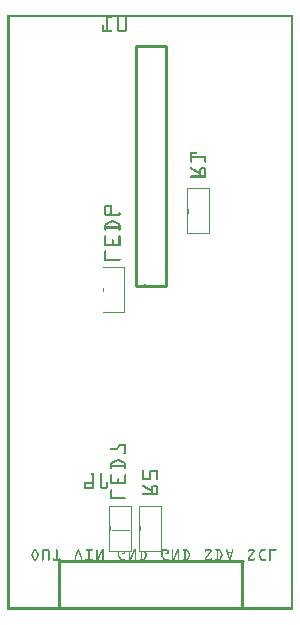
<source format=gbo>
G04 MADE WITH FRITZING*
G04 WWW.FRITZING.ORG*
G04 DOUBLE SIDED*
G04 HOLES PLATED*
G04 CONTOUR ON CENTER OF CONTOUR VECTOR*
%ASAXBY*%
%FSLAX23Y23*%
%MOIN*%
%OFA0B0*%
%SFA1.0B1.0*%
%ADD10C,0.010000*%
%ADD11R,0.001000X0.001000*%
%LNSILK0*%
G90*
G70*
G54D10*
X429Y1079D02*
X429Y1879D01*
D02*
X429Y1879D02*
X529Y1879D01*
D02*
X529Y1879D02*
X529Y1079D01*
D02*
X529Y1079D02*
X429Y1079D01*
D02*
X176Y164D02*
X786Y164D01*
G54D11*
X0Y1983D02*
X952Y1983D01*
X0Y1982D02*
X952Y1982D01*
X0Y1981D02*
X952Y1981D01*
X0Y1980D02*
X952Y1980D01*
X0Y1979D02*
X952Y1979D01*
X0Y1978D02*
X952Y1978D01*
X0Y1977D02*
X952Y1977D01*
X0Y1976D02*
X952Y1976D01*
X0Y1975D02*
X7Y1975D01*
X330Y1975D02*
X349Y1975D01*
X366Y1975D02*
X372Y1975D01*
X394Y1975D02*
X400Y1975D01*
X945Y1975D02*
X952Y1975D01*
X0Y1974D02*
X7Y1974D01*
X330Y1974D02*
X349Y1974D01*
X366Y1974D02*
X372Y1974D01*
X394Y1974D02*
X400Y1974D01*
X945Y1974D02*
X952Y1974D01*
X0Y1973D02*
X7Y1973D01*
X330Y1973D02*
X348Y1973D01*
X366Y1973D02*
X372Y1973D01*
X394Y1973D02*
X400Y1973D01*
X945Y1973D02*
X952Y1973D01*
X0Y1972D02*
X7Y1972D01*
X330Y1972D02*
X336Y1972D01*
X366Y1972D02*
X372Y1972D01*
X394Y1972D02*
X400Y1972D01*
X945Y1972D02*
X952Y1972D01*
X0Y1971D02*
X7Y1971D01*
X330Y1971D02*
X336Y1971D01*
X366Y1971D02*
X372Y1971D01*
X394Y1971D02*
X400Y1971D01*
X945Y1971D02*
X952Y1971D01*
X0Y1970D02*
X7Y1970D01*
X330Y1970D02*
X336Y1970D01*
X366Y1970D02*
X372Y1970D01*
X394Y1970D02*
X400Y1970D01*
X945Y1970D02*
X952Y1970D01*
X0Y1969D02*
X7Y1969D01*
X330Y1969D02*
X336Y1969D01*
X366Y1969D02*
X372Y1969D01*
X394Y1969D02*
X400Y1969D01*
X945Y1969D02*
X952Y1969D01*
X0Y1968D02*
X7Y1968D01*
X330Y1968D02*
X336Y1968D01*
X366Y1968D02*
X372Y1968D01*
X394Y1968D02*
X400Y1968D01*
X945Y1968D02*
X952Y1968D01*
X0Y1967D02*
X7Y1967D01*
X330Y1967D02*
X336Y1967D01*
X366Y1967D02*
X372Y1967D01*
X394Y1967D02*
X400Y1967D01*
X945Y1967D02*
X952Y1967D01*
X0Y1966D02*
X7Y1966D01*
X330Y1966D02*
X336Y1966D01*
X366Y1966D02*
X372Y1966D01*
X394Y1966D02*
X400Y1966D01*
X945Y1966D02*
X952Y1966D01*
X0Y1965D02*
X7Y1965D01*
X330Y1965D02*
X336Y1965D01*
X366Y1965D02*
X372Y1965D01*
X394Y1965D02*
X400Y1965D01*
X945Y1965D02*
X952Y1965D01*
X0Y1964D02*
X7Y1964D01*
X330Y1964D02*
X336Y1964D01*
X366Y1964D02*
X372Y1964D01*
X394Y1964D02*
X400Y1964D01*
X945Y1964D02*
X952Y1964D01*
X0Y1963D02*
X7Y1963D01*
X330Y1963D02*
X336Y1963D01*
X366Y1963D02*
X372Y1963D01*
X394Y1963D02*
X400Y1963D01*
X945Y1963D02*
X952Y1963D01*
X0Y1962D02*
X7Y1962D01*
X330Y1962D02*
X336Y1962D01*
X366Y1962D02*
X372Y1962D01*
X394Y1962D02*
X400Y1962D01*
X945Y1962D02*
X952Y1962D01*
X0Y1961D02*
X7Y1961D01*
X330Y1961D02*
X336Y1961D01*
X366Y1961D02*
X372Y1961D01*
X394Y1961D02*
X400Y1961D01*
X945Y1961D02*
X952Y1961D01*
X0Y1960D02*
X7Y1960D01*
X330Y1960D02*
X336Y1960D01*
X366Y1960D02*
X372Y1960D01*
X394Y1960D02*
X400Y1960D01*
X945Y1960D02*
X952Y1960D01*
X0Y1959D02*
X7Y1959D01*
X330Y1959D02*
X336Y1959D01*
X366Y1959D02*
X372Y1959D01*
X394Y1959D02*
X400Y1959D01*
X945Y1959D02*
X952Y1959D01*
X0Y1958D02*
X7Y1958D01*
X330Y1958D02*
X336Y1958D01*
X366Y1958D02*
X372Y1958D01*
X394Y1958D02*
X400Y1958D01*
X945Y1958D02*
X952Y1958D01*
X0Y1957D02*
X7Y1957D01*
X330Y1957D02*
X336Y1957D01*
X366Y1957D02*
X372Y1957D01*
X394Y1957D02*
X400Y1957D01*
X945Y1957D02*
X952Y1957D01*
X0Y1956D02*
X7Y1956D01*
X330Y1956D02*
X336Y1956D01*
X366Y1956D02*
X372Y1956D01*
X394Y1956D02*
X400Y1956D01*
X945Y1956D02*
X952Y1956D01*
X0Y1955D02*
X7Y1955D01*
X330Y1955D02*
X336Y1955D01*
X366Y1955D02*
X372Y1955D01*
X394Y1955D02*
X400Y1955D01*
X945Y1955D02*
X952Y1955D01*
X0Y1954D02*
X7Y1954D01*
X330Y1954D02*
X336Y1954D01*
X366Y1954D02*
X372Y1954D01*
X394Y1954D02*
X400Y1954D01*
X945Y1954D02*
X952Y1954D01*
X0Y1953D02*
X7Y1953D01*
X330Y1953D02*
X336Y1953D01*
X366Y1953D02*
X372Y1953D01*
X394Y1953D02*
X400Y1953D01*
X945Y1953D02*
X952Y1953D01*
X0Y1952D02*
X7Y1952D01*
X330Y1952D02*
X336Y1952D01*
X366Y1952D02*
X372Y1952D01*
X394Y1952D02*
X400Y1952D01*
X945Y1952D02*
X952Y1952D01*
X0Y1951D02*
X7Y1951D01*
X330Y1951D02*
X336Y1951D01*
X366Y1951D02*
X372Y1951D01*
X394Y1951D02*
X400Y1951D01*
X945Y1951D02*
X952Y1951D01*
X0Y1950D02*
X7Y1950D01*
X330Y1950D02*
X336Y1950D01*
X366Y1950D02*
X372Y1950D01*
X394Y1950D02*
X400Y1950D01*
X945Y1950D02*
X952Y1950D01*
X0Y1949D02*
X7Y1949D01*
X317Y1949D02*
X321Y1949D01*
X330Y1949D02*
X336Y1949D01*
X366Y1949D02*
X372Y1949D01*
X394Y1949D02*
X400Y1949D01*
X945Y1949D02*
X952Y1949D01*
X0Y1948D02*
X7Y1948D01*
X316Y1948D02*
X321Y1948D01*
X330Y1948D02*
X336Y1948D01*
X366Y1948D02*
X372Y1948D01*
X394Y1948D02*
X400Y1948D01*
X945Y1948D02*
X952Y1948D01*
X0Y1947D02*
X7Y1947D01*
X316Y1947D02*
X322Y1947D01*
X330Y1947D02*
X336Y1947D01*
X366Y1947D02*
X372Y1947D01*
X394Y1947D02*
X400Y1947D01*
X945Y1947D02*
X952Y1947D01*
X0Y1946D02*
X7Y1946D01*
X316Y1946D02*
X322Y1946D01*
X330Y1946D02*
X336Y1946D01*
X366Y1946D02*
X372Y1946D01*
X394Y1946D02*
X400Y1946D01*
X945Y1946D02*
X952Y1946D01*
X0Y1945D02*
X7Y1945D01*
X316Y1945D02*
X322Y1945D01*
X330Y1945D02*
X336Y1945D01*
X366Y1945D02*
X372Y1945D01*
X394Y1945D02*
X400Y1945D01*
X945Y1945D02*
X952Y1945D01*
X0Y1944D02*
X7Y1944D01*
X316Y1944D02*
X322Y1944D01*
X330Y1944D02*
X336Y1944D01*
X366Y1944D02*
X372Y1944D01*
X394Y1944D02*
X400Y1944D01*
X945Y1944D02*
X952Y1944D01*
X0Y1943D02*
X7Y1943D01*
X316Y1943D02*
X322Y1943D01*
X330Y1943D02*
X336Y1943D01*
X366Y1943D02*
X372Y1943D01*
X394Y1943D02*
X400Y1943D01*
X945Y1943D02*
X952Y1943D01*
X0Y1942D02*
X7Y1942D01*
X316Y1942D02*
X322Y1942D01*
X330Y1942D02*
X336Y1942D01*
X366Y1942D02*
X372Y1942D01*
X394Y1942D02*
X400Y1942D01*
X945Y1942D02*
X952Y1942D01*
X0Y1941D02*
X7Y1941D01*
X316Y1941D02*
X322Y1941D01*
X330Y1941D02*
X336Y1941D01*
X366Y1941D02*
X372Y1941D01*
X394Y1941D02*
X400Y1941D01*
X945Y1941D02*
X952Y1941D01*
X0Y1940D02*
X7Y1940D01*
X316Y1940D02*
X322Y1940D01*
X330Y1940D02*
X336Y1940D01*
X366Y1940D02*
X372Y1940D01*
X394Y1940D02*
X400Y1940D01*
X945Y1940D02*
X952Y1940D01*
X0Y1939D02*
X7Y1939D01*
X316Y1939D02*
X322Y1939D01*
X330Y1939D02*
X336Y1939D01*
X366Y1939D02*
X372Y1939D01*
X394Y1939D02*
X400Y1939D01*
X945Y1939D02*
X952Y1939D01*
X0Y1938D02*
X7Y1938D01*
X316Y1938D02*
X322Y1938D01*
X330Y1938D02*
X336Y1938D01*
X366Y1938D02*
X372Y1938D01*
X394Y1938D02*
X400Y1938D01*
X945Y1938D02*
X952Y1938D01*
X0Y1937D02*
X7Y1937D01*
X316Y1937D02*
X322Y1937D01*
X330Y1937D02*
X336Y1937D01*
X366Y1937D02*
X372Y1937D01*
X394Y1937D02*
X400Y1937D01*
X945Y1937D02*
X952Y1937D01*
X0Y1936D02*
X7Y1936D01*
X316Y1936D02*
X322Y1936D01*
X330Y1936D02*
X336Y1936D01*
X366Y1936D02*
X372Y1936D01*
X394Y1936D02*
X400Y1936D01*
X945Y1936D02*
X952Y1936D01*
X0Y1935D02*
X7Y1935D01*
X316Y1935D02*
X322Y1935D01*
X330Y1935D02*
X336Y1935D01*
X366Y1935D02*
X372Y1935D01*
X393Y1935D02*
X400Y1935D01*
X945Y1935D02*
X952Y1935D01*
X0Y1934D02*
X7Y1934D01*
X316Y1934D02*
X322Y1934D01*
X330Y1934D02*
X336Y1934D01*
X366Y1934D02*
X373Y1934D01*
X393Y1934D02*
X399Y1934D01*
X945Y1934D02*
X952Y1934D01*
X0Y1933D02*
X7Y1933D01*
X316Y1933D02*
X322Y1933D01*
X330Y1933D02*
X336Y1933D01*
X366Y1933D02*
X373Y1933D01*
X392Y1933D02*
X399Y1933D01*
X945Y1933D02*
X952Y1933D01*
X0Y1932D02*
X7Y1932D01*
X316Y1932D02*
X347Y1932D01*
X367Y1932D02*
X399Y1932D01*
X945Y1932D02*
X952Y1932D01*
X0Y1931D02*
X7Y1931D01*
X316Y1931D02*
X348Y1931D01*
X367Y1931D02*
X398Y1931D01*
X945Y1931D02*
X952Y1931D01*
X0Y1930D02*
X7Y1930D01*
X316Y1930D02*
X349Y1930D01*
X368Y1930D02*
X398Y1930D01*
X945Y1930D02*
X952Y1930D01*
X0Y1929D02*
X7Y1929D01*
X316Y1929D02*
X349Y1929D01*
X369Y1929D02*
X397Y1929D01*
X945Y1929D02*
X952Y1929D01*
X0Y1928D02*
X7Y1928D01*
X316Y1928D02*
X349Y1928D01*
X369Y1928D02*
X396Y1928D01*
X945Y1928D02*
X952Y1928D01*
X0Y1927D02*
X7Y1927D01*
X316Y1927D02*
X349Y1927D01*
X371Y1927D02*
X395Y1927D01*
X945Y1927D02*
X952Y1927D01*
X0Y1926D02*
X7Y1926D01*
X317Y1926D02*
X348Y1926D01*
X373Y1926D02*
X393Y1926D01*
X945Y1926D02*
X952Y1926D01*
X0Y1925D02*
X7Y1925D01*
X945Y1925D02*
X952Y1925D01*
X0Y1924D02*
X7Y1924D01*
X945Y1924D02*
X952Y1924D01*
X0Y1923D02*
X7Y1923D01*
X945Y1923D02*
X952Y1923D01*
X0Y1922D02*
X7Y1922D01*
X945Y1922D02*
X952Y1922D01*
X0Y1921D02*
X7Y1921D01*
X945Y1921D02*
X952Y1921D01*
X0Y1920D02*
X7Y1920D01*
X945Y1920D02*
X952Y1920D01*
X0Y1919D02*
X7Y1919D01*
X945Y1919D02*
X952Y1919D01*
X0Y1918D02*
X7Y1918D01*
X945Y1918D02*
X952Y1918D01*
X0Y1917D02*
X7Y1917D01*
X945Y1917D02*
X952Y1917D01*
X0Y1916D02*
X7Y1916D01*
X945Y1916D02*
X952Y1916D01*
X0Y1915D02*
X7Y1915D01*
X945Y1915D02*
X952Y1915D01*
X0Y1914D02*
X7Y1914D01*
X945Y1914D02*
X952Y1914D01*
X0Y1913D02*
X7Y1913D01*
X945Y1913D02*
X952Y1913D01*
X0Y1912D02*
X7Y1912D01*
X945Y1912D02*
X952Y1912D01*
X0Y1911D02*
X7Y1911D01*
X945Y1911D02*
X952Y1911D01*
X0Y1910D02*
X7Y1910D01*
X945Y1910D02*
X952Y1910D01*
X0Y1909D02*
X7Y1909D01*
X945Y1909D02*
X952Y1909D01*
X0Y1908D02*
X7Y1908D01*
X945Y1908D02*
X952Y1908D01*
X0Y1907D02*
X7Y1907D01*
X945Y1907D02*
X952Y1907D01*
X0Y1906D02*
X7Y1906D01*
X945Y1906D02*
X952Y1906D01*
X0Y1905D02*
X7Y1905D01*
X945Y1905D02*
X952Y1905D01*
X0Y1904D02*
X7Y1904D01*
X945Y1904D02*
X952Y1904D01*
X0Y1903D02*
X7Y1903D01*
X945Y1903D02*
X952Y1903D01*
X0Y1902D02*
X7Y1902D01*
X945Y1902D02*
X952Y1902D01*
X0Y1901D02*
X7Y1901D01*
X945Y1901D02*
X952Y1901D01*
X0Y1900D02*
X7Y1900D01*
X945Y1900D02*
X952Y1900D01*
X0Y1899D02*
X7Y1899D01*
X945Y1899D02*
X952Y1899D01*
X0Y1898D02*
X7Y1898D01*
X945Y1898D02*
X952Y1898D01*
X0Y1897D02*
X7Y1897D01*
X945Y1897D02*
X952Y1897D01*
X0Y1896D02*
X7Y1896D01*
X945Y1896D02*
X952Y1896D01*
X0Y1895D02*
X7Y1895D01*
X945Y1895D02*
X952Y1895D01*
X0Y1894D02*
X7Y1894D01*
X945Y1894D02*
X952Y1894D01*
X0Y1893D02*
X7Y1893D01*
X945Y1893D02*
X952Y1893D01*
X0Y1892D02*
X7Y1892D01*
X945Y1892D02*
X952Y1892D01*
X0Y1891D02*
X7Y1891D01*
X945Y1891D02*
X952Y1891D01*
X0Y1890D02*
X7Y1890D01*
X945Y1890D02*
X952Y1890D01*
X0Y1889D02*
X7Y1889D01*
X945Y1889D02*
X952Y1889D01*
X0Y1888D02*
X7Y1888D01*
X945Y1888D02*
X952Y1888D01*
X0Y1887D02*
X7Y1887D01*
X945Y1887D02*
X952Y1887D01*
X0Y1886D02*
X7Y1886D01*
X945Y1886D02*
X952Y1886D01*
X0Y1885D02*
X7Y1885D01*
X945Y1885D02*
X952Y1885D01*
X0Y1884D02*
X7Y1884D01*
X945Y1884D02*
X952Y1884D01*
X0Y1883D02*
X7Y1883D01*
X945Y1883D02*
X952Y1883D01*
X0Y1882D02*
X7Y1882D01*
X945Y1882D02*
X952Y1882D01*
X0Y1881D02*
X7Y1881D01*
X945Y1881D02*
X952Y1881D01*
X0Y1880D02*
X7Y1880D01*
X945Y1880D02*
X952Y1880D01*
X0Y1879D02*
X7Y1879D01*
X945Y1879D02*
X952Y1879D01*
X0Y1878D02*
X7Y1878D01*
X945Y1878D02*
X952Y1878D01*
X0Y1877D02*
X7Y1877D01*
X945Y1877D02*
X952Y1877D01*
X0Y1876D02*
X7Y1876D01*
X945Y1876D02*
X952Y1876D01*
X0Y1875D02*
X7Y1875D01*
X945Y1875D02*
X952Y1875D01*
X0Y1874D02*
X7Y1874D01*
X945Y1874D02*
X952Y1874D01*
X0Y1873D02*
X7Y1873D01*
X945Y1873D02*
X952Y1873D01*
X0Y1872D02*
X7Y1872D01*
X945Y1872D02*
X952Y1872D01*
X0Y1871D02*
X7Y1871D01*
X945Y1871D02*
X952Y1871D01*
X0Y1870D02*
X7Y1870D01*
X945Y1870D02*
X952Y1870D01*
X0Y1869D02*
X7Y1869D01*
X945Y1869D02*
X952Y1869D01*
X0Y1868D02*
X7Y1868D01*
X945Y1868D02*
X952Y1868D01*
X0Y1867D02*
X7Y1867D01*
X945Y1867D02*
X952Y1867D01*
X0Y1866D02*
X7Y1866D01*
X945Y1866D02*
X952Y1866D01*
X0Y1865D02*
X7Y1865D01*
X945Y1865D02*
X952Y1865D01*
X0Y1864D02*
X7Y1864D01*
X945Y1864D02*
X952Y1864D01*
X0Y1863D02*
X7Y1863D01*
X945Y1863D02*
X952Y1863D01*
X0Y1862D02*
X7Y1862D01*
X945Y1862D02*
X952Y1862D01*
X0Y1861D02*
X7Y1861D01*
X945Y1861D02*
X952Y1861D01*
X0Y1860D02*
X7Y1860D01*
X945Y1860D02*
X952Y1860D01*
X0Y1859D02*
X7Y1859D01*
X945Y1859D02*
X952Y1859D01*
X0Y1858D02*
X7Y1858D01*
X945Y1858D02*
X952Y1858D01*
X0Y1857D02*
X7Y1857D01*
X945Y1857D02*
X952Y1857D01*
X0Y1856D02*
X7Y1856D01*
X945Y1856D02*
X952Y1856D01*
X0Y1855D02*
X7Y1855D01*
X945Y1855D02*
X952Y1855D01*
X0Y1854D02*
X7Y1854D01*
X945Y1854D02*
X952Y1854D01*
X0Y1853D02*
X7Y1853D01*
X945Y1853D02*
X952Y1853D01*
X0Y1852D02*
X7Y1852D01*
X945Y1852D02*
X952Y1852D01*
X0Y1851D02*
X7Y1851D01*
X945Y1851D02*
X952Y1851D01*
X0Y1850D02*
X7Y1850D01*
X945Y1850D02*
X952Y1850D01*
X0Y1849D02*
X7Y1849D01*
X945Y1849D02*
X952Y1849D01*
X0Y1848D02*
X7Y1848D01*
X945Y1848D02*
X952Y1848D01*
X0Y1847D02*
X7Y1847D01*
X945Y1847D02*
X952Y1847D01*
X0Y1846D02*
X7Y1846D01*
X945Y1846D02*
X952Y1846D01*
X0Y1845D02*
X7Y1845D01*
X945Y1845D02*
X952Y1845D01*
X0Y1844D02*
X7Y1844D01*
X945Y1844D02*
X952Y1844D01*
X0Y1843D02*
X7Y1843D01*
X945Y1843D02*
X952Y1843D01*
X0Y1842D02*
X7Y1842D01*
X945Y1842D02*
X952Y1842D01*
X0Y1841D02*
X7Y1841D01*
X945Y1841D02*
X952Y1841D01*
X0Y1840D02*
X7Y1840D01*
X945Y1840D02*
X952Y1840D01*
X0Y1839D02*
X7Y1839D01*
X945Y1839D02*
X952Y1839D01*
X0Y1838D02*
X7Y1838D01*
X945Y1838D02*
X952Y1838D01*
X0Y1837D02*
X7Y1837D01*
X945Y1837D02*
X952Y1837D01*
X0Y1836D02*
X7Y1836D01*
X945Y1836D02*
X952Y1836D01*
X0Y1835D02*
X7Y1835D01*
X945Y1835D02*
X952Y1835D01*
X0Y1834D02*
X7Y1834D01*
X945Y1834D02*
X952Y1834D01*
X0Y1833D02*
X7Y1833D01*
X945Y1833D02*
X952Y1833D01*
X0Y1832D02*
X7Y1832D01*
X945Y1832D02*
X952Y1832D01*
X0Y1831D02*
X7Y1831D01*
X945Y1831D02*
X952Y1831D01*
X0Y1830D02*
X7Y1830D01*
X945Y1830D02*
X952Y1830D01*
X0Y1829D02*
X7Y1829D01*
X945Y1829D02*
X952Y1829D01*
X0Y1828D02*
X7Y1828D01*
X945Y1828D02*
X952Y1828D01*
X0Y1827D02*
X7Y1827D01*
X945Y1827D02*
X952Y1827D01*
X0Y1826D02*
X7Y1826D01*
X945Y1826D02*
X952Y1826D01*
X0Y1825D02*
X7Y1825D01*
X945Y1825D02*
X952Y1825D01*
X0Y1824D02*
X7Y1824D01*
X945Y1824D02*
X952Y1824D01*
X0Y1823D02*
X7Y1823D01*
X945Y1823D02*
X952Y1823D01*
X0Y1822D02*
X7Y1822D01*
X945Y1822D02*
X952Y1822D01*
X0Y1821D02*
X7Y1821D01*
X945Y1821D02*
X952Y1821D01*
X0Y1820D02*
X7Y1820D01*
X945Y1820D02*
X952Y1820D01*
X0Y1819D02*
X7Y1819D01*
X945Y1819D02*
X952Y1819D01*
X0Y1818D02*
X7Y1818D01*
X945Y1818D02*
X952Y1818D01*
X0Y1817D02*
X7Y1817D01*
X945Y1817D02*
X952Y1817D01*
X0Y1816D02*
X7Y1816D01*
X945Y1816D02*
X952Y1816D01*
X0Y1815D02*
X7Y1815D01*
X945Y1815D02*
X952Y1815D01*
X0Y1814D02*
X7Y1814D01*
X945Y1814D02*
X952Y1814D01*
X0Y1813D02*
X7Y1813D01*
X945Y1813D02*
X952Y1813D01*
X0Y1812D02*
X7Y1812D01*
X945Y1812D02*
X952Y1812D01*
X0Y1811D02*
X7Y1811D01*
X945Y1811D02*
X952Y1811D01*
X0Y1810D02*
X7Y1810D01*
X945Y1810D02*
X952Y1810D01*
X0Y1809D02*
X7Y1809D01*
X945Y1809D02*
X952Y1809D01*
X0Y1808D02*
X7Y1808D01*
X945Y1808D02*
X952Y1808D01*
X0Y1807D02*
X7Y1807D01*
X945Y1807D02*
X952Y1807D01*
X0Y1806D02*
X7Y1806D01*
X945Y1806D02*
X952Y1806D01*
X0Y1805D02*
X7Y1805D01*
X945Y1805D02*
X952Y1805D01*
X0Y1804D02*
X7Y1804D01*
X945Y1804D02*
X952Y1804D01*
X0Y1803D02*
X7Y1803D01*
X945Y1803D02*
X952Y1803D01*
X0Y1802D02*
X7Y1802D01*
X945Y1802D02*
X952Y1802D01*
X0Y1801D02*
X7Y1801D01*
X945Y1801D02*
X952Y1801D01*
X0Y1800D02*
X7Y1800D01*
X945Y1800D02*
X952Y1800D01*
X0Y1799D02*
X7Y1799D01*
X945Y1799D02*
X952Y1799D01*
X0Y1798D02*
X7Y1798D01*
X945Y1798D02*
X952Y1798D01*
X0Y1797D02*
X7Y1797D01*
X945Y1797D02*
X952Y1797D01*
X0Y1796D02*
X7Y1796D01*
X945Y1796D02*
X952Y1796D01*
X0Y1795D02*
X7Y1795D01*
X945Y1795D02*
X952Y1795D01*
X0Y1794D02*
X7Y1794D01*
X945Y1794D02*
X952Y1794D01*
X0Y1793D02*
X7Y1793D01*
X945Y1793D02*
X952Y1793D01*
X0Y1792D02*
X7Y1792D01*
X945Y1792D02*
X952Y1792D01*
X0Y1791D02*
X7Y1791D01*
X945Y1791D02*
X952Y1791D01*
X0Y1790D02*
X7Y1790D01*
X945Y1790D02*
X952Y1790D01*
X0Y1789D02*
X7Y1789D01*
X945Y1789D02*
X952Y1789D01*
X0Y1788D02*
X7Y1788D01*
X945Y1788D02*
X952Y1788D01*
X0Y1787D02*
X7Y1787D01*
X945Y1787D02*
X952Y1787D01*
X0Y1786D02*
X7Y1786D01*
X945Y1786D02*
X952Y1786D01*
X0Y1785D02*
X7Y1785D01*
X945Y1785D02*
X952Y1785D01*
X0Y1784D02*
X7Y1784D01*
X945Y1784D02*
X952Y1784D01*
X0Y1783D02*
X7Y1783D01*
X945Y1783D02*
X952Y1783D01*
X0Y1782D02*
X7Y1782D01*
X945Y1782D02*
X952Y1782D01*
X0Y1781D02*
X7Y1781D01*
X945Y1781D02*
X952Y1781D01*
X0Y1780D02*
X7Y1780D01*
X945Y1780D02*
X952Y1780D01*
X0Y1779D02*
X7Y1779D01*
X945Y1779D02*
X952Y1779D01*
X0Y1778D02*
X7Y1778D01*
X945Y1778D02*
X952Y1778D01*
X0Y1777D02*
X7Y1777D01*
X945Y1777D02*
X952Y1777D01*
X0Y1776D02*
X7Y1776D01*
X945Y1776D02*
X952Y1776D01*
X0Y1775D02*
X7Y1775D01*
X945Y1775D02*
X952Y1775D01*
X0Y1774D02*
X7Y1774D01*
X945Y1774D02*
X952Y1774D01*
X0Y1773D02*
X7Y1773D01*
X945Y1773D02*
X952Y1773D01*
X0Y1772D02*
X7Y1772D01*
X945Y1772D02*
X952Y1772D01*
X0Y1771D02*
X7Y1771D01*
X945Y1771D02*
X952Y1771D01*
X0Y1770D02*
X7Y1770D01*
X945Y1770D02*
X952Y1770D01*
X0Y1769D02*
X7Y1769D01*
X945Y1769D02*
X952Y1769D01*
X0Y1768D02*
X7Y1768D01*
X945Y1768D02*
X952Y1768D01*
X0Y1767D02*
X7Y1767D01*
X945Y1767D02*
X952Y1767D01*
X0Y1766D02*
X7Y1766D01*
X945Y1766D02*
X952Y1766D01*
X0Y1765D02*
X7Y1765D01*
X945Y1765D02*
X952Y1765D01*
X0Y1764D02*
X7Y1764D01*
X945Y1764D02*
X952Y1764D01*
X0Y1763D02*
X7Y1763D01*
X945Y1763D02*
X952Y1763D01*
X0Y1762D02*
X7Y1762D01*
X945Y1762D02*
X952Y1762D01*
X0Y1761D02*
X7Y1761D01*
X945Y1761D02*
X952Y1761D01*
X0Y1760D02*
X7Y1760D01*
X945Y1760D02*
X952Y1760D01*
X0Y1759D02*
X7Y1759D01*
X945Y1759D02*
X952Y1759D01*
X0Y1758D02*
X7Y1758D01*
X945Y1758D02*
X952Y1758D01*
X0Y1757D02*
X7Y1757D01*
X945Y1757D02*
X952Y1757D01*
X0Y1756D02*
X7Y1756D01*
X945Y1756D02*
X952Y1756D01*
X0Y1755D02*
X7Y1755D01*
X945Y1755D02*
X952Y1755D01*
X0Y1754D02*
X7Y1754D01*
X945Y1754D02*
X952Y1754D01*
X0Y1753D02*
X7Y1753D01*
X945Y1753D02*
X952Y1753D01*
X0Y1752D02*
X7Y1752D01*
X945Y1752D02*
X952Y1752D01*
X0Y1751D02*
X7Y1751D01*
X945Y1751D02*
X952Y1751D01*
X0Y1750D02*
X7Y1750D01*
X945Y1750D02*
X952Y1750D01*
X0Y1749D02*
X7Y1749D01*
X945Y1749D02*
X952Y1749D01*
X0Y1748D02*
X7Y1748D01*
X945Y1748D02*
X952Y1748D01*
X0Y1747D02*
X7Y1747D01*
X945Y1747D02*
X952Y1747D01*
X0Y1746D02*
X7Y1746D01*
X945Y1746D02*
X952Y1746D01*
X0Y1745D02*
X7Y1745D01*
X945Y1745D02*
X952Y1745D01*
X0Y1744D02*
X7Y1744D01*
X945Y1744D02*
X952Y1744D01*
X0Y1743D02*
X7Y1743D01*
X945Y1743D02*
X952Y1743D01*
X0Y1742D02*
X7Y1742D01*
X945Y1742D02*
X952Y1742D01*
X0Y1741D02*
X7Y1741D01*
X945Y1741D02*
X952Y1741D01*
X0Y1740D02*
X7Y1740D01*
X945Y1740D02*
X952Y1740D01*
X0Y1739D02*
X7Y1739D01*
X945Y1739D02*
X952Y1739D01*
X0Y1738D02*
X7Y1738D01*
X945Y1738D02*
X952Y1738D01*
X0Y1737D02*
X7Y1737D01*
X945Y1737D02*
X952Y1737D01*
X0Y1736D02*
X7Y1736D01*
X945Y1736D02*
X952Y1736D01*
X0Y1735D02*
X7Y1735D01*
X945Y1735D02*
X952Y1735D01*
X0Y1734D02*
X7Y1734D01*
X945Y1734D02*
X952Y1734D01*
X0Y1733D02*
X7Y1733D01*
X945Y1733D02*
X952Y1733D01*
X0Y1732D02*
X7Y1732D01*
X945Y1732D02*
X952Y1732D01*
X0Y1731D02*
X7Y1731D01*
X945Y1731D02*
X952Y1731D01*
X0Y1730D02*
X7Y1730D01*
X945Y1730D02*
X952Y1730D01*
X0Y1729D02*
X7Y1729D01*
X945Y1729D02*
X952Y1729D01*
X0Y1728D02*
X7Y1728D01*
X945Y1728D02*
X952Y1728D01*
X0Y1727D02*
X7Y1727D01*
X945Y1727D02*
X952Y1727D01*
X0Y1726D02*
X7Y1726D01*
X945Y1726D02*
X952Y1726D01*
X0Y1725D02*
X7Y1725D01*
X945Y1725D02*
X952Y1725D01*
X0Y1724D02*
X7Y1724D01*
X945Y1724D02*
X952Y1724D01*
X0Y1723D02*
X7Y1723D01*
X945Y1723D02*
X952Y1723D01*
X0Y1722D02*
X7Y1722D01*
X945Y1722D02*
X952Y1722D01*
X0Y1721D02*
X7Y1721D01*
X945Y1721D02*
X952Y1721D01*
X0Y1720D02*
X7Y1720D01*
X945Y1720D02*
X952Y1720D01*
X0Y1719D02*
X7Y1719D01*
X945Y1719D02*
X952Y1719D01*
X0Y1718D02*
X7Y1718D01*
X945Y1718D02*
X952Y1718D01*
X0Y1717D02*
X7Y1717D01*
X945Y1717D02*
X952Y1717D01*
X0Y1716D02*
X7Y1716D01*
X945Y1716D02*
X952Y1716D01*
X0Y1715D02*
X7Y1715D01*
X945Y1715D02*
X952Y1715D01*
X0Y1714D02*
X7Y1714D01*
X945Y1714D02*
X952Y1714D01*
X0Y1713D02*
X7Y1713D01*
X945Y1713D02*
X952Y1713D01*
X0Y1712D02*
X7Y1712D01*
X945Y1712D02*
X952Y1712D01*
X0Y1711D02*
X7Y1711D01*
X945Y1711D02*
X952Y1711D01*
X0Y1710D02*
X7Y1710D01*
X945Y1710D02*
X952Y1710D01*
X0Y1709D02*
X7Y1709D01*
X945Y1709D02*
X952Y1709D01*
X0Y1708D02*
X7Y1708D01*
X945Y1708D02*
X952Y1708D01*
X0Y1707D02*
X7Y1707D01*
X945Y1707D02*
X952Y1707D01*
X0Y1706D02*
X7Y1706D01*
X945Y1706D02*
X952Y1706D01*
X0Y1705D02*
X7Y1705D01*
X945Y1705D02*
X952Y1705D01*
X0Y1704D02*
X7Y1704D01*
X945Y1704D02*
X952Y1704D01*
X0Y1703D02*
X7Y1703D01*
X945Y1703D02*
X952Y1703D01*
X0Y1702D02*
X7Y1702D01*
X945Y1702D02*
X952Y1702D01*
X0Y1701D02*
X7Y1701D01*
X945Y1701D02*
X952Y1701D01*
X0Y1700D02*
X7Y1700D01*
X945Y1700D02*
X952Y1700D01*
X0Y1699D02*
X7Y1699D01*
X945Y1699D02*
X952Y1699D01*
X0Y1698D02*
X7Y1698D01*
X945Y1698D02*
X952Y1698D01*
X0Y1697D02*
X7Y1697D01*
X945Y1697D02*
X952Y1697D01*
X0Y1696D02*
X7Y1696D01*
X945Y1696D02*
X952Y1696D01*
X0Y1695D02*
X7Y1695D01*
X945Y1695D02*
X952Y1695D01*
X0Y1694D02*
X7Y1694D01*
X945Y1694D02*
X952Y1694D01*
X0Y1693D02*
X7Y1693D01*
X945Y1693D02*
X952Y1693D01*
X0Y1692D02*
X7Y1692D01*
X945Y1692D02*
X952Y1692D01*
X0Y1691D02*
X7Y1691D01*
X945Y1691D02*
X952Y1691D01*
X0Y1690D02*
X7Y1690D01*
X945Y1690D02*
X952Y1690D01*
X0Y1689D02*
X7Y1689D01*
X945Y1689D02*
X952Y1689D01*
X0Y1688D02*
X7Y1688D01*
X945Y1688D02*
X952Y1688D01*
X0Y1687D02*
X7Y1687D01*
X945Y1687D02*
X952Y1687D01*
X0Y1686D02*
X7Y1686D01*
X945Y1686D02*
X952Y1686D01*
X0Y1685D02*
X7Y1685D01*
X945Y1685D02*
X952Y1685D01*
X0Y1684D02*
X7Y1684D01*
X945Y1684D02*
X952Y1684D01*
X0Y1683D02*
X7Y1683D01*
X945Y1683D02*
X952Y1683D01*
X0Y1682D02*
X7Y1682D01*
X945Y1682D02*
X952Y1682D01*
X0Y1681D02*
X7Y1681D01*
X945Y1681D02*
X952Y1681D01*
X0Y1680D02*
X7Y1680D01*
X945Y1680D02*
X952Y1680D01*
X0Y1679D02*
X7Y1679D01*
X945Y1679D02*
X952Y1679D01*
X0Y1678D02*
X7Y1678D01*
X945Y1678D02*
X952Y1678D01*
X0Y1677D02*
X7Y1677D01*
X945Y1677D02*
X952Y1677D01*
X0Y1676D02*
X7Y1676D01*
X945Y1676D02*
X952Y1676D01*
X0Y1675D02*
X7Y1675D01*
X945Y1675D02*
X952Y1675D01*
X0Y1674D02*
X7Y1674D01*
X945Y1674D02*
X952Y1674D01*
X0Y1673D02*
X7Y1673D01*
X945Y1673D02*
X952Y1673D01*
X0Y1672D02*
X7Y1672D01*
X945Y1672D02*
X952Y1672D01*
X0Y1671D02*
X7Y1671D01*
X945Y1671D02*
X952Y1671D01*
X0Y1670D02*
X7Y1670D01*
X945Y1670D02*
X952Y1670D01*
X0Y1669D02*
X7Y1669D01*
X945Y1669D02*
X952Y1669D01*
X0Y1668D02*
X7Y1668D01*
X945Y1668D02*
X952Y1668D01*
X0Y1667D02*
X7Y1667D01*
X945Y1667D02*
X952Y1667D01*
X0Y1666D02*
X7Y1666D01*
X945Y1666D02*
X952Y1666D01*
X0Y1665D02*
X7Y1665D01*
X945Y1665D02*
X952Y1665D01*
X0Y1664D02*
X7Y1664D01*
X945Y1664D02*
X952Y1664D01*
X0Y1663D02*
X7Y1663D01*
X945Y1663D02*
X952Y1663D01*
X0Y1662D02*
X7Y1662D01*
X945Y1662D02*
X952Y1662D01*
X0Y1661D02*
X7Y1661D01*
X945Y1661D02*
X952Y1661D01*
X0Y1660D02*
X7Y1660D01*
X945Y1660D02*
X952Y1660D01*
X0Y1659D02*
X7Y1659D01*
X945Y1659D02*
X952Y1659D01*
X0Y1658D02*
X7Y1658D01*
X945Y1658D02*
X952Y1658D01*
X0Y1657D02*
X7Y1657D01*
X945Y1657D02*
X952Y1657D01*
X0Y1656D02*
X7Y1656D01*
X945Y1656D02*
X952Y1656D01*
X0Y1655D02*
X7Y1655D01*
X945Y1655D02*
X952Y1655D01*
X0Y1654D02*
X7Y1654D01*
X945Y1654D02*
X952Y1654D01*
X0Y1653D02*
X7Y1653D01*
X945Y1653D02*
X952Y1653D01*
X0Y1652D02*
X7Y1652D01*
X945Y1652D02*
X952Y1652D01*
X0Y1651D02*
X7Y1651D01*
X945Y1651D02*
X952Y1651D01*
X0Y1650D02*
X7Y1650D01*
X945Y1650D02*
X952Y1650D01*
X0Y1649D02*
X7Y1649D01*
X945Y1649D02*
X952Y1649D01*
X0Y1648D02*
X7Y1648D01*
X945Y1648D02*
X952Y1648D01*
X0Y1647D02*
X7Y1647D01*
X945Y1647D02*
X952Y1647D01*
X0Y1646D02*
X7Y1646D01*
X945Y1646D02*
X952Y1646D01*
X0Y1645D02*
X7Y1645D01*
X945Y1645D02*
X952Y1645D01*
X0Y1644D02*
X7Y1644D01*
X945Y1644D02*
X952Y1644D01*
X0Y1643D02*
X7Y1643D01*
X945Y1643D02*
X952Y1643D01*
X0Y1642D02*
X7Y1642D01*
X945Y1642D02*
X952Y1642D01*
X0Y1641D02*
X7Y1641D01*
X945Y1641D02*
X952Y1641D01*
X0Y1640D02*
X7Y1640D01*
X945Y1640D02*
X952Y1640D01*
X0Y1639D02*
X7Y1639D01*
X945Y1639D02*
X952Y1639D01*
X0Y1638D02*
X7Y1638D01*
X945Y1638D02*
X952Y1638D01*
X0Y1637D02*
X7Y1637D01*
X945Y1637D02*
X952Y1637D01*
X0Y1636D02*
X7Y1636D01*
X945Y1636D02*
X952Y1636D01*
X0Y1635D02*
X7Y1635D01*
X945Y1635D02*
X952Y1635D01*
X0Y1634D02*
X7Y1634D01*
X945Y1634D02*
X952Y1634D01*
X0Y1633D02*
X7Y1633D01*
X945Y1633D02*
X952Y1633D01*
X0Y1632D02*
X7Y1632D01*
X945Y1632D02*
X952Y1632D01*
X0Y1631D02*
X7Y1631D01*
X945Y1631D02*
X952Y1631D01*
X0Y1630D02*
X7Y1630D01*
X945Y1630D02*
X952Y1630D01*
X0Y1629D02*
X7Y1629D01*
X945Y1629D02*
X952Y1629D01*
X0Y1628D02*
X7Y1628D01*
X945Y1628D02*
X952Y1628D01*
X0Y1627D02*
X7Y1627D01*
X945Y1627D02*
X952Y1627D01*
X0Y1626D02*
X7Y1626D01*
X945Y1626D02*
X952Y1626D01*
X0Y1625D02*
X7Y1625D01*
X945Y1625D02*
X952Y1625D01*
X0Y1624D02*
X7Y1624D01*
X945Y1624D02*
X952Y1624D01*
X0Y1623D02*
X7Y1623D01*
X945Y1623D02*
X952Y1623D01*
X0Y1622D02*
X7Y1622D01*
X945Y1622D02*
X952Y1622D01*
X0Y1621D02*
X7Y1621D01*
X945Y1621D02*
X952Y1621D01*
X0Y1620D02*
X7Y1620D01*
X945Y1620D02*
X952Y1620D01*
X0Y1619D02*
X7Y1619D01*
X945Y1619D02*
X952Y1619D01*
X0Y1618D02*
X7Y1618D01*
X945Y1618D02*
X952Y1618D01*
X0Y1617D02*
X7Y1617D01*
X945Y1617D02*
X952Y1617D01*
X0Y1616D02*
X7Y1616D01*
X945Y1616D02*
X952Y1616D01*
X0Y1615D02*
X7Y1615D01*
X945Y1615D02*
X952Y1615D01*
X0Y1614D02*
X7Y1614D01*
X945Y1614D02*
X952Y1614D01*
X0Y1613D02*
X7Y1613D01*
X945Y1613D02*
X952Y1613D01*
X0Y1612D02*
X7Y1612D01*
X945Y1612D02*
X952Y1612D01*
X0Y1611D02*
X7Y1611D01*
X945Y1611D02*
X952Y1611D01*
X0Y1610D02*
X7Y1610D01*
X945Y1610D02*
X952Y1610D01*
X0Y1609D02*
X7Y1609D01*
X945Y1609D02*
X952Y1609D01*
X0Y1608D02*
X7Y1608D01*
X945Y1608D02*
X952Y1608D01*
X0Y1607D02*
X7Y1607D01*
X945Y1607D02*
X952Y1607D01*
X0Y1606D02*
X7Y1606D01*
X945Y1606D02*
X952Y1606D01*
X0Y1605D02*
X7Y1605D01*
X945Y1605D02*
X952Y1605D01*
X0Y1604D02*
X7Y1604D01*
X945Y1604D02*
X952Y1604D01*
X0Y1603D02*
X7Y1603D01*
X945Y1603D02*
X952Y1603D01*
X0Y1602D02*
X7Y1602D01*
X945Y1602D02*
X952Y1602D01*
X0Y1601D02*
X7Y1601D01*
X945Y1601D02*
X952Y1601D01*
X0Y1600D02*
X7Y1600D01*
X945Y1600D02*
X952Y1600D01*
X0Y1599D02*
X7Y1599D01*
X945Y1599D02*
X952Y1599D01*
X0Y1598D02*
X7Y1598D01*
X945Y1598D02*
X952Y1598D01*
X0Y1597D02*
X7Y1597D01*
X945Y1597D02*
X952Y1597D01*
X0Y1596D02*
X7Y1596D01*
X945Y1596D02*
X952Y1596D01*
X0Y1595D02*
X7Y1595D01*
X945Y1595D02*
X952Y1595D01*
X0Y1594D02*
X7Y1594D01*
X945Y1594D02*
X952Y1594D01*
X0Y1593D02*
X7Y1593D01*
X945Y1593D02*
X952Y1593D01*
X0Y1592D02*
X7Y1592D01*
X945Y1592D02*
X952Y1592D01*
X0Y1591D02*
X7Y1591D01*
X945Y1591D02*
X952Y1591D01*
X0Y1590D02*
X7Y1590D01*
X945Y1590D02*
X952Y1590D01*
X0Y1589D02*
X7Y1589D01*
X945Y1589D02*
X952Y1589D01*
X0Y1588D02*
X7Y1588D01*
X945Y1588D02*
X952Y1588D01*
X0Y1587D02*
X7Y1587D01*
X945Y1587D02*
X952Y1587D01*
X0Y1586D02*
X7Y1586D01*
X945Y1586D02*
X952Y1586D01*
X0Y1585D02*
X7Y1585D01*
X945Y1585D02*
X952Y1585D01*
X0Y1584D02*
X7Y1584D01*
X945Y1584D02*
X952Y1584D01*
X0Y1583D02*
X7Y1583D01*
X945Y1583D02*
X952Y1583D01*
X0Y1582D02*
X7Y1582D01*
X945Y1582D02*
X952Y1582D01*
X0Y1581D02*
X7Y1581D01*
X945Y1581D02*
X952Y1581D01*
X0Y1580D02*
X7Y1580D01*
X945Y1580D02*
X952Y1580D01*
X0Y1579D02*
X7Y1579D01*
X945Y1579D02*
X952Y1579D01*
X0Y1578D02*
X7Y1578D01*
X945Y1578D02*
X952Y1578D01*
X0Y1577D02*
X7Y1577D01*
X945Y1577D02*
X952Y1577D01*
X0Y1576D02*
X7Y1576D01*
X945Y1576D02*
X952Y1576D01*
X0Y1575D02*
X7Y1575D01*
X945Y1575D02*
X952Y1575D01*
X0Y1574D02*
X7Y1574D01*
X945Y1574D02*
X952Y1574D01*
X0Y1573D02*
X7Y1573D01*
X945Y1573D02*
X952Y1573D01*
X0Y1572D02*
X7Y1572D01*
X945Y1572D02*
X952Y1572D01*
X0Y1571D02*
X7Y1571D01*
X945Y1571D02*
X952Y1571D01*
X0Y1570D02*
X7Y1570D01*
X945Y1570D02*
X952Y1570D01*
X0Y1569D02*
X7Y1569D01*
X945Y1569D02*
X952Y1569D01*
X0Y1568D02*
X7Y1568D01*
X945Y1568D02*
X952Y1568D01*
X0Y1567D02*
X7Y1567D01*
X945Y1567D02*
X952Y1567D01*
X0Y1566D02*
X7Y1566D01*
X945Y1566D02*
X952Y1566D01*
X0Y1565D02*
X7Y1565D01*
X945Y1565D02*
X952Y1565D01*
X0Y1564D02*
X7Y1564D01*
X945Y1564D02*
X952Y1564D01*
X0Y1563D02*
X7Y1563D01*
X945Y1563D02*
X952Y1563D01*
X0Y1562D02*
X7Y1562D01*
X945Y1562D02*
X952Y1562D01*
X0Y1561D02*
X7Y1561D01*
X945Y1561D02*
X952Y1561D01*
X0Y1560D02*
X7Y1560D01*
X945Y1560D02*
X952Y1560D01*
X0Y1559D02*
X7Y1559D01*
X945Y1559D02*
X952Y1559D01*
X0Y1558D02*
X7Y1558D01*
X945Y1558D02*
X952Y1558D01*
X0Y1557D02*
X7Y1557D01*
X945Y1557D02*
X952Y1557D01*
X0Y1556D02*
X7Y1556D01*
X945Y1556D02*
X952Y1556D01*
X0Y1555D02*
X7Y1555D01*
X945Y1555D02*
X952Y1555D01*
X0Y1554D02*
X7Y1554D01*
X945Y1554D02*
X952Y1554D01*
X0Y1553D02*
X7Y1553D01*
X945Y1553D02*
X952Y1553D01*
X0Y1552D02*
X7Y1552D01*
X945Y1552D02*
X952Y1552D01*
X0Y1551D02*
X7Y1551D01*
X945Y1551D02*
X952Y1551D01*
X0Y1550D02*
X7Y1550D01*
X945Y1550D02*
X952Y1550D01*
X0Y1549D02*
X7Y1549D01*
X945Y1549D02*
X952Y1549D01*
X0Y1548D02*
X7Y1548D01*
X945Y1548D02*
X952Y1548D01*
X0Y1547D02*
X7Y1547D01*
X945Y1547D02*
X952Y1547D01*
X0Y1546D02*
X7Y1546D01*
X945Y1546D02*
X952Y1546D01*
X0Y1545D02*
X7Y1545D01*
X945Y1545D02*
X952Y1545D01*
X0Y1544D02*
X7Y1544D01*
X945Y1544D02*
X952Y1544D01*
X0Y1543D02*
X7Y1543D01*
X945Y1543D02*
X952Y1543D01*
X0Y1542D02*
X7Y1542D01*
X945Y1542D02*
X952Y1542D01*
X0Y1541D02*
X7Y1541D01*
X945Y1541D02*
X952Y1541D01*
X0Y1540D02*
X7Y1540D01*
X945Y1540D02*
X952Y1540D01*
X0Y1539D02*
X7Y1539D01*
X945Y1539D02*
X952Y1539D01*
X0Y1538D02*
X7Y1538D01*
X945Y1538D02*
X952Y1538D01*
X0Y1537D02*
X7Y1537D01*
X945Y1537D02*
X952Y1537D01*
X0Y1536D02*
X7Y1536D01*
X945Y1536D02*
X952Y1536D01*
X0Y1535D02*
X7Y1535D01*
X945Y1535D02*
X952Y1535D01*
X0Y1534D02*
X7Y1534D01*
X945Y1534D02*
X952Y1534D01*
X0Y1533D02*
X7Y1533D01*
X945Y1533D02*
X952Y1533D01*
X0Y1532D02*
X7Y1532D01*
X945Y1532D02*
X952Y1532D01*
X0Y1531D02*
X7Y1531D01*
X945Y1531D02*
X952Y1531D01*
X0Y1530D02*
X7Y1530D01*
X945Y1530D02*
X952Y1530D01*
X0Y1529D02*
X7Y1529D01*
X945Y1529D02*
X952Y1529D01*
X0Y1528D02*
X7Y1528D01*
X945Y1528D02*
X952Y1528D01*
X0Y1527D02*
X7Y1527D01*
X945Y1527D02*
X952Y1527D01*
X0Y1526D02*
X7Y1526D01*
X612Y1526D02*
X631Y1526D01*
X945Y1526D02*
X952Y1526D01*
X0Y1525D02*
X7Y1525D01*
X611Y1525D02*
X633Y1525D01*
X945Y1525D02*
X952Y1525D01*
X0Y1524D02*
X7Y1524D01*
X610Y1524D02*
X633Y1524D01*
X945Y1524D02*
X952Y1524D01*
X0Y1523D02*
X7Y1523D01*
X610Y1523D02*
X633Y1523D01*
X945Y1523D02*
X952Y1523D01*
X0Y1522D02*
X7Y1522D01*
X610Y1522D02*
X633Y1522D01*
X945Y1522D02*
X952Y1522D01*
X0Y1521D02*
X7Y1521D01*
X610Y1521D02*
X633Y1521D01*
X945Y1521D02*
X952Y1521D01*
X0Y1520D02*
X7Y1520D01*
X610Y1520D02*
X632Y1520D01*
X945Y1520D02*
X952Y1520D01*
X0Y1519D02*
X7Y1519D01*
X610Y1519D02*
X616Y1519D01*
X945Y1519D02*
X952Y1519D01*
X0Y1518D02*
X7Y1518D01*
X610Y1518D02*
X616Y1518D01*
X945Y1518D02*
X952Y1518D01*
X0Y1517D02*
X7Y1517D01*
X610Y1517D02*
X616Y1517D01*
X945Y1517D02*
X952Y1517D01*
X0Y1516D02*
X7Y1516D01*
X610Y1516D02*
X616Y1516D01*
X945Y1516D02*
X952Y1516D01*
X0Y1515D02*
X7Y1515D01*
X610Y1515D02*
X616Y1515D01*
X945Y1515D02*
X952Y1515D01*
X0Y1514D02*
X7Y1514D01*
X610Y1514D02*
X616Y1514D01*
X945Y1514D02*
X952Y1514D01*
X0Y1513D02*
X7Y1513D01*
X610Y1513D02*
X616Y1513D01*
X945Y1513D02*
X952Y1513D01*
X0Y1512D02*
X7Y1512D01*
X610Y1512D02*
X663Y1512D01*
X945Y1512D02*
X952Y1512D01*
X0Y1511D02*
X7Y1511D01*
X610Y1511D02*
X663Y1511D01*
X945Y1511D02*
X952Y1511D01*
X0Y1510D02*
X7Y1510D01*
X610Y1510D02*
X663Y1510D01*
X945Y1510D02*
X952Y1510D01*
X0Y1509D02*
X7Y1509D01*
X610Y1509D02*
X663Y1509D01*
X945Y1509D02*
X952Y1509D01*
X0Y1508D02*
X7Y1508D01*
X610Y1508D02*
X663Y1508D01*
X945Y1508D02*
X952Y1508D01*
X0Y1507D02*
X7Y1507D01*
X610Y1507D02*
X663Y1507D01*
X945Y1507D02*
X952Y1507D01*
X0Y1506D02*
X7Y1506D01*
X610Y1506D02*
X663Y1506D01*
X945Y1506D02*
X952Y1506D01*
X0Y1505D02*
X7Y1505D01*
X610Y1505D02*
X616Y1505D01*
X657Y1505D02*
X663Y1505D01*
X945Y1505D02*
X952Y1505D01*
X0Y1504D02*
X7Y1504D01*
X610Y1504D02*
X616Y1504D01*
X657Y1504D02*
X663Y1504D01*
X945Y1504D02*
X952Y1504D01*
X0Y1503D02*
X7Y1503D01*
X610Y1503D02*
X616Y1503D01*
X657Y1503D02*
X663Y1503D01*
X945Y1503D02*
X952Y1503D01*
X0Y1502D02*
X7Y1502D01*
X610Y1502D02*
X616Y1502D01*
X657Y1502D02*
X663Y1502D01*
X945Y1502D02*
X952Y1502D01*
X0Y1501D02*
X7Y1501D01*
X610Y1501D02*
X616Y1501D01*
X657Y1501D02*
X663Y1501D01*
X945Y1501D02*
X952Y1501D01*
X0Y1500D02*
X7Y1500D01*
X610Y1500D02*
X616Y1500D01*
X657Y1500D02*
X663Y1500D01*
X945Y1500D02*
X952Y1500D01*
X0Y1499D02*
X7Y1499D01*
X610Y1499D02*
X616Y1499D01*
X657Y1499D02*
X663Y1499D01*
X945Y1499D02*
X952Y1499D01*
X0Y1498D02*
X7Y1498D01*
X610Y1498D02*
X616Y1498D01*
X657Y1498D02*
X663Y1498D01*
X945Y1498D02*
X952Y1498D01*
X0Y1497D02*
X7Y1497D01*
X610Y1497D02*
X616Y1497D01*
X657Y1497D02*
X663Y1497D01*
X945Y1497D02*
X952Y1497D01*
X0Y1496D02*
X7Y1496D01*
X610Y1496D02*
X616Y1496D01*
X657Y1496D02*
X663Y1496D01*
X945Y1496D02*
X952Y1496D01*
X0Y1495D02*
X7Y1495D01*
X610Y1495D02*
X616Y1495D01*
X657Y1495D02*
X663Y1495D01*
X945Y1495D02*
X952Y1495D01*
X0Y1494D02*
X7Y1494D01*
X610Y1494D02*
X616Y1494D01*
X657Y1494D02*
X663Y1494D01*
X945Y1494D02*
X952Y1494D01*
X0Y1493D02*
X7Y1493D01*
X611Y1493D02*
X615Y1493D01*
X658Y1493D02*
X662Y1493D01*
X945Y1493D02*
X952Y1493D01*
X0Y1492D02*
X7Y1492D01*
X612Y1492D02*
X614Y1492D01*
X659Y1492D02*
X661Y1492D01*
X945Y1492D02*
X952Y1492D01*
X0Y1491D02*
X7Y1491D01*
X945Y1491D02*
X952Y1491D01*
X0Y1490D02*
X7Y1490D01*
X945Y1490D02*
X952Y1490D01*
X0Y1489D02*
X7Y1489D01*
X945Y1489D02*
X952Y1489D01*
X0Y1488D02*
X7Y1488D01*
X945Y1488D02*
X952Y1488D01*
X0Y1487D02*
X7Y1487D01*
X945Y1487D02*
X952Y1487D01*
X0Y1486D02*
X7Y1486D01*
X945Y1486D02*
X952Y1486D01*
X0Y1485D02*
X7Y1485D01*
X945Y1485D02*
X952Y1485D01*
X0Y1484D02*
X7Y1484D01*
X945Y1484D02*
X952Y1484D01*
X0Y1483D02*
X7Y1483D01*
X945Y1483D02*
X952Y1483D01*
X0Y1482D02*
X7Y1482D01*
X945Y1482D02*
X952Y1482D01*
X0Y1481D02*
X7Y1481D01*
X945Y1481D02*
X952Y1481D01*
X0Y1480D02*
X7Y1480D01*
X945Y1480D02*
X952Y1480D01*
X0Y1479D02*
X7Y1479D01*
X945Y1479D02*
X952Y1479D01*
X0Y1478D02*
X7Y1478D01*
X945Y1478D02*
X952Y1478D01*
X0Y1477D02*
X7Y1477D01*
X945Y1477D02*
X952Y1477D01*
X0Y1476D02*
X7Y1476D01*
X945Y1476D02*
X952Y1476D01*
X0Y1475D02*
X7Y1475D01*
X611Y1475D02*
X615Y1475D01*
X645Y1475D02*
X657Y1475D01*
X945Y1475D02*
X952Y1475D01*
X0Y1474D02*
X7Y1474D01*
X610Y1474D02*
X617Y1474D01*
X644Y1474D02*
X658Y1474D01*
X945Y1474D02*
X952Y1474D01*
X0Y1473D02*
X7Y1473D01*
X610Y1473D02*
X618Y1473D01*
X643Y1473D02*
X660Y1473D01*
X945Y1473D02*
X952Y1473D01*
X0Y1472D02*
X7Y1472D01*
X610Y1472D02*
X620Y1472D01*
X642Y1472D02*
X661Y1472D01*
X945Y1472D02*
X952Y1472D01*
X0Y1471D02*
X7Y1471D01*
X610Y1471D02*
X622Y1471D01*
X641Y1471D02*
X661Y1471D01*
X945Y1471D02*
X952Y1471D01*
X0Y1470D02*
X7Y1470D01*
X611Y1470D02*
X623Y1470D01*
X640Y1470D02*
X662Y1470D01*
X945Y1470D02*
X952Y1470D01*
X0Y1469D02*
X7Y1469D01*
X612Y1469D02*
X625Y1469D01*
X640Y1469D02*
X662Y1469D01*
X945Y1469D02*
X952Y1469D01*
X0Y1468D02*
X7Y1468D01*
X614Y1468D02*
X627Y1468D01*
X640Y1468D02*
X647Y1468D01*
X656Y1468D02*
X663Y1468D01*
X945Y1468D02*
X952Y1468D01*
X0Y1467D02*
X7Y1467D01*
X616Y1467D02*
X629Y1467D01*
X639Y1467D02*
X646Y1467D01*
X656Y1467D02*
X663Y1467D01*
X945Y1467D02*
X952Y1467D01*
X0Y1466D02*
X7Y1466D01*
X617Y1466D02*
X630Y1466D01*
X639Y1466D02*
X645Y1466D01*
X657Y1466D02*
X663Y1466D01*
X945Y1466D02*
X952Y1466D01*
X0Y1465D02*
X7Y1465D01*
X619Y1465D02*
X632Y1465D01*
X639Y1465D02*
X645Y1465D01*
X657Y1465D02*
X663Y1465D01*
X945Y1465D02*
X952Y1465D01*
X0Y1464D02*
X7Y1464D01*
X621Y1464D02*
X634Y1464D01*
X639Y1464D02*
X645Y1464D01*
X657Y1464D02*
X663Y1464D01*
X945Y1464D02*
X952Y1464D01*
X0Y1463D02*
X7Y1463D01*
X622Y1463D02*
X635Y1463D01*
X639Y1463D02*
X645Y1463D01*
X657Y1463D02*
X663Y1463D01*
X945Y1463D02*
X952Y1463D01*
X0Y1462D02*
X7Y1462D01*
X624Y1462D02*
X637Y1462D01*
X639Y1462D02*
X645Y1462D01*
X657Y1462D02*
X663Y1462D01*
X945Y1462D02*
X952Y1462D01*
X0Y1461D02*
X7Y1461D01*
X626Y1461D02*
X645Y1461D01*
X657Y1461D02*
X663Y1461D01*
X945Y1461D02*
X952Y1461D01*
X0Y1460D02*
X7Y1460D01*
X628Y1460D02*
X645Y1460D01*
X657Y1460D02*
X663Y1460D01*
X945Y1460D02*
X952Y1460D01*
X0Y1459D02*
X7Y1459D01*
X629Y1459D02*
X645Y1459D01*
X657Y1459D02*
X663Y1459D01*
X945Y1459D02*
X952Y1459D01*
X0Y1458D02*
X7Y1458D01*
X631Y1458D02*
X645Y1458D01*
X657Y1458D02*
X663Y1458D01*
X945Y1458D02*
X952Y1458D01*
X0Y1457D02*
X7Y1457D01*
X633Y1457D02*
X645Y1457D01*
X657Y1457D02*
X663Y1457D01*
X945Y1457D02*
X952Y1457D01*
X0Y1456D02*
X7Y1456D01*
X634Y1456D02*
X645Y1456D01*
X657Y1456D02*
X663Y1456D01*
X945Y1456D02*
X952Y1456D01*
X0Y1455D02*
X7Y1455D01*
X636Y1455D02*
X645Y1455D01*
X657Y1455D02*
X663Y1455D01*
X945Y1455D02*
X952Y1455D01*
X0Y1454D02*
X7Y1454D01*
X638Y1454D02*
X645Y1454D01*
X657Y1454D02*
X663Y1454D01*
X945Y1454D02*
X952Y1454D01*
X0Y1453D02*
X7Y1453D01*
X639Y1453D02*
X645Y1453D01*
X657Y1453D02*
X663Y1453D01*
X945Y1453D02*
X952Y1453D01*
X0Y1452D02*
X7Y1452D01*
X639Y1452D02*
X645Y1452D01*
X657Y1452D02*
X663Y1452D01*
X945Y1452D02*
X952Y1452D01*
X0Y1451D02*
X7Y1451D01*
X639Y1451D02*
X645Y1451D01*
X657Y1451D02*
X663Y1451D01*
X945Y1451D02*
X952Y1451D01*
X0Y1450D02*
X7Y1450D01*
X639Y1450D02*
X645Y1450D01*
X657Y1450D02*
X663Y1450D01*
X945Y1450D02*
X952Y1450D01*
X0Y1449D02*
X7Y1449D01*
X639Y1449D02*
X645Y1449D01*
X657Y1449D02*
X663Y1449D01*
X945Y1449D02*
X952Y1449D01*
X0Y1448D02*
X7Y1448D01*
X612Y1448D02*
X663Y1448D01*
X945Y1448D02*
X952Y1448D01*
X0Y1447D02*
X7Y1447D01*
X611Y1447D02*
X663Y1447D01*
X945Y1447D02*
X952Y1447D01*
X0Y1446D02*
X7Y1446D01*
X610Y1446D02*
X663Y1446D01*
X945Y1446D02*
X952Y1446D01*
X0Y1445D02*
X7Y1445D01*
X610Y1445D02*
X663Y1445D01*
X945Y1445D02*
X952Y1445D01*
X0Y1444D02*
X7Y1444D01*
X610Y1444D02*
X663Y1444D01*
X945Y1444D02*
X952Y1444D01*
X0Y1443D02*
X7Y1443D01*
X610Y1443D02*
X663Y1443D01*
X945Y1443D02*
X952Y1443D01*
X0Y1442D02*
X7Y1442D01*
X611Y1442D02*
X663Y1442D01*
X945Y1442D02*
X952Y1442D01*
X0Y1441D02*
X7Y1441D01*
X945Y1441D02*
X952Y1441D01*
X0Y1440D02*
X7Y1440D01*
X945Y1440D02*
X952Y1440D01*
X0Y1439D02*
X7Y1439D01*
X945Y1439D02*
X952Y1439D01*
X0Y1438D02*
X7Y1438D01*
X945Y1438D02*
X952Y1438D01*
X0Y1437D02*
X7Y1437D01*
X945Y1437D02*
X952Y1437D01*
X0Y1436D02*
X7Y1436D01*
X945Y1436D02*
X952Y1436D01*
X0Y1435D02*
X7Y1435D01*
X945Y1435D02*
X952Y1435D01*
X0Y1434D02*
X7Y1434D01*
X945Y1434D02*
X952Y1434D01*
X0Y1433D02*
X7Y1433D01*
X945Y1433D02*
X952Y1433D01*
X0Y1432D02*
X7Y1432D01*
X945Y1432D02*
X952Y1432D01*
X0Y1431D02*
X7Y1431D01*
X945Y1431D02*
X952Y1431D01*
X0Y1430D02*
X7Y1430D01*
X945Y1430D02*
X952Y1430D01*
X0Y1429D02*
X7Y1429D01*
X945Y1429D02*
X952Y1429D01*
X0Y1428D02*
X7Y1428D01*
X945Y1428D02*
X952Y1428D01*
X0Y1427D02*
X7Y1427D01*
X945Y1427D02*
X952Y1427D01*
X0Y1426D02*
X7Y1426D01*
X945Y1426D02*
X952Y1426D01*
X0Y1425D02*
X7Y1425D01*
X945Y1425D02*
X952Y1425D01*
X0Y1424D02*
X7Y1424D01*
X945Y1424D02*
X952Y1424D01*
X0Y1423D02*
X7Y1423D01*
X945Y1423D02*
X952Y1423D01*
X0Y1422D02*
X7Y1422D01*
X945Y1422D02*
X952Y1422D01*
X0Y1421D02*
X7Y1421D01*
X945Y1421D02*
X952Y1421D01*
X0Y1420D02*
X7Y1420D01*
X945Y1420D02*
X952Y1420D01*
X0Y1419D02*
X7Y1419D01*
X945Y1419D02*
X952Y1419D01*
X0Y1418D02*
X7Y1418D01*
X945Y1418D02*
X952Y1418D01*
X0Y1417D02*
X7Y1417D01*
X945Y1417D02*
X952Y1417D01*
X0Y1416D02*
X7Y1416D01*
X945Y1416D02*
X952Y1416D01*
X0Y1415D02*
X7Y1415D01*
X945Y1415D02*
X952Y1415D01*
X0Y1414D02*
X7Y1414D01*
X945Y1414D02*
X952Y1414D01*
X0Y1413D02*
X7Y1413D01*
X945Y1413D02*
X952Y1413D01*
X0Y1412D02*
X7Y1412D01*
X945Y1412D02*
X952Y1412D01*
X0Y1411D02*
X7Y1411D01*
X945Y1411D02*
X952Y1411D01*
X0Y1410D02*
X7Y1410D01*
X945Y1410D02*
X952Y1410D01*
X0Y1409D02*
X7Y1409D01*
X945Y1409D02*
X952Y1409D01*
X0Y1408D02*
X7Y1408D01*
X945Y1408D02*
X952Y1408D01*
X0Y1407D02*
X7Y1407D01*
X945Y1407D02*
X952Y1407D01*
X0Y1406D02*
X7Y1406D01*
X945Y1406D02*
X952Y1406D01*
X0Y1405D02*
X7Y1405D01*
X601Y1405D02*
X674Y1405D01*
X945Y1405D02*
X952Y1405D01*
X0Y1404D02*
X7Y1404D01*
X601Y1404D02*
X674Y1404D01*
X945Y1404D02*
X952Y1404D01*
X0Y1403D02*
X7Y1403D01*
X601Y1403D02*
X674Y1403D01*
X945Y1403D02*
X952Y1403D01*
X0Y1402D02*
X7Y1402D01*
X601Y1402D02*
X603Y1402D01*
X673Y1402D02*
X674Y1402D01*
X945Y1402D02*
X952Y1402D01*
X0Y1401D02*
X7Y1401D01*
X601Y1401D02*
X603Y1401D01*
X673Y1401D02*
X674Y1401D01*
X945Y1401D02*
X952Y1401D01*
X0Y1400D02*
X7Y1400D01*
X601Y1400D02*
X603Y1400D01*
X673Y1400D02*
X674Y1400D01*
X945Y1400D02*
X952Y1400D01*
X0Y1399D02*
X7Y1399D01*
X601Y1399D02*
X603Y1399D01*
X673Y1399D02*
X674Y1399D01*
X945Y1399D02*
X952Y1399D01*
X0Y1398D02*
X7Y1398D01*
X601Y1398D02*
X603Y1398D01*
X673Y1398D02*
X674Y1398D01*
X945Y1398D02*
X952Y1398D01*
X0Y1397D02*
X7Y1397D01*
X601Y1397D02*
X603Y1397D01*
X673Y1397D02*
X674Y1397D01*
X945Y1397D02*
X952Y1397D01*
X0Y1396D02*
X7Y1396D01*
X601Y1396D02*
X603Y1396D01*
X673Y1396D02*
X674Y1396D01*
X945Y1396D02*
X952Y1396D01*
X0Y1395D02*
X7Y1395D01*
X601Y1395D02*
X603Y1395D01*
X673Y1395D02*
X674Y1395D01*
X945Y1395D02*
X952Y1395D01*
X0Y1394D02*
X7Y1394D01*
X601Y1394D02*
X603Y1394D01*
X673Y1394D02*
X674Y1394D01*
X945Y1394D02*
X952Y1394D01*
X0Y1393D02*
X7Y1393D01*
X601Y1393D02*
X603Y1393D01*
X673Y1393D02*
X674Y1393D01*
X945Y1393D02*
X952Y1393D01*
X0Y1392D02*
X7Y1392D01*
X601Y1392D02*
X603Y1392D01*
X673Y1392D02*
X674Y1392D01*
X945Y1392D02*
X952Y1392D01*
X0Y1391D02*
X7Y1391D01*
X601Y1391D02*
X603Y1391D01*
X673Y1391D02*
X674Y1391D01*
X945Y1391D02*
X952Y1391D01*
X0Y1390D02*
X7Y1390D01*
X601Y1390D02*
X603Y1390D01*
X673Y1390D02*
X674Y1390D01*
X945Y1390D02*
X952Y1390D01*
X0Y1389D02*
X7Y1389D01*
X601Y1389D02*
X603Y1389D01*
X673Y1389D02*
X674Y1389D01*
X945Y1389D02*
X952Y1389D01*
X0Y1388D02*
X7Y1388D01*
X601Y1388D02*
X603Y1388D01*
X673Y1388D02*
X674Y1388D01*
X945Y1388D02*
X952Y1388D01*
X0Y1387D02*
X7Y1387D01*
X601Y1387D02*
X603Y1387D01*
X673Y1387D02*
X674Y1387D01*
X945Y1387D02*
X952Y1387D01*
X0Y1386D02*
X7Y1386D01*
X601Y1386D02*
X603Y1386D01*
X673Y1386D02*
X674Y1386D01*
X945Y1386D02*
X952Y1386D01*
X0Y1385D02*
X7Y1385D01*
X601Y1385D02*
X603Y1385D01*
X673Y1385D02*
X674Y1385D01*
X945Y1385D02*
X952Y1385D01*
X0Y1384D02*
X7Y1384D01*
X601Y1384D02*
X603Y1384D01*
X673Y1384D02*
X674Y1384D01*
X945Y1384D02*
X952Y1384D01*
X0Y1383D02*
X7Y1383D01*
X601Y1383D02*
X603Y1383D01*
X673Y1383D02*
X674Y1383D01*
X945Y1383D02*
X952Y1383D01*
X0Y1382D02*
X7Y1382D01*
X601Y1382D02*
X603Y1382D01*
X673Y1382D02*
X674Y1382D01*
X945Y1382D02*
X952Y1382D01*
X0Y1381D02*
X7Y1381D01*
X601Y1381D02*
X603Y1381D01*
X673Y1381D02*
X674Y1381D01*
X945Y1381D02*
X952Y1381D01*
X0Y1380D02*
X7Y1380D01*
X601Y1380D02*
X603Y1380D01*
X673Y1380D02*
X674Y1380D01*
X945Y1380D02*
X952Y1380D01*
X0Y1379D02*
X7Y1379D01*
X601Y1379D02*
X603Y1379D01*
X673Y1379D02*
X674Y1379D01*
X945Y1379D02*
X952Y1379D01*
X0Y1378D02*
X7Y1378D01*
X601Y1378D02*
X603Y1378D01*
X673Y1378D02*
X674Y1378D01*
X945Y1378D02*
X952Y1378D01*
X0Y1377D02*
X7Y1377D01*
X601Y1377D02*
X603Y1377D01*
X673Y1377D02*
X674Y1377D01*
X945Y1377D02*
X952Y1377D01*
X0Y1376D02*
X7Y1376D01*
X601Y1376D02*
X603Y1376D01*
X673Y1376D02*
X674Y1376D01*
X945Y1376D02*
X952Y1376D01*
X0Y1375D02*
X7Y1375D01*
X601Y1375D02*
X603Y1375D01*
X673Y1375D02*
X674Y1375D01*
X945Y1375D02*
X952Y1375D01*
X0Y1374D02*
X7Y1374D01*
X601Y1374D02*
X603Y1374D01*
X673Y1374D02*
X674Y1374D01*
X945Y1374D02*
X952Y1374D01*
X0Y1373D02*
X7Y1373D01*
X601Y1373D02*
X603Y1373D01*
X673Y1373D02*
X674Y1373D01*
X945Y1373D02*
X952Y1373D01*
X0Y1372D02*
X7Y1372D01*
X601Y1372D02*
X603Y1372D01*
X673Y1372D02*
X674Y1372D01*
X945Y1372D02*
X952Y1372D01*
X0Y1371D02*
X7Y1371D01*
X601Y1371D02*
X603Y1371D01*
X673Y1371D02*
X674Y1371D01*
X945Y1371D02*
X952Y1371D01*
X0Y1370D02*
X7Y1370D01*
X601Y1370D02*
X603Y1370D01*
X673Y1370D02*
X674Y1370D01*
X945Y1370D02*
X952Y1370D01*
X0Y1369D02*
X7Y1369D01*
X601Y1369D02*
X603Y1369D01*
X673Y1369D02*
X674Y1369D01*
X945Y1369D02*
X952Y1369D01*
X0Y1368D02*
X7Y1368D01*
X601Y1368D02*
X603Y1368D01*
X673Y1368D02*
X674Y1368D01*
X945Y1368D02*
X952Y1368D01*
X0Y1367D02*
X7Y1367D01*
X601Y1367D02*
X603Y1367D01*
X673Y1367D02*
X674Y1367D01*
X945Y1367D02*
X952Y1367D01*
X0Y1366D02*
X7Y1366D01*
X601Y1366D02*
X603Y1366D01*
X673Y1366D02*
X674Y1366D01*
X945Y1366D02*
X952Y1366D01*
X0Y1365D02*
X7Y1365D01*
X601Y1365D02*
X603Y1365D01*
X673Y1365D02*
X674Y1365D01*
X945Y1365D02*
X952Y1365D01*
X0Y1364D02*
X7Y1364D01*
X601Y1364D02*
X603Y1364D01*
X673Y1364D02*
X674Y1364D01*
X945Y1364D02*
X952Y1364D01*
X0Y1363D02*
X7Y1363D01*
X601Y1363D02*
X603Y1363D01*
X673Y1363D02*
X674Y1363D01*
X945Y1363D02*
X952Y1363D01*
X0Y1362D02*
X7Y1362D01*
X601Y1362D02*
X603Y1362D01*
X673Y1362D02*
X674Y1362D01*
X945Y1362D02*
X952Y1362D01*
X0Y1361D02*
X7Y1361D01*
X601Y1361D02*
X603Y1361D01*
X673Y1361D02*
X674Y1361D01*
X945Y1361D02*
X952Y1361D01*
X0Y1360D02*
X7Y1360D01*
X601Y1360D02*
X603Y1360D01*
X673Y1360D02*
X674Y1360D01*
X945Y1360D02*
X952Y1360D01*
X0Y1359D02*
X7Y1359D01*
X601Y1359D02*
X603Y1359D01*
X673Y1359D02*
X674Y1359D01*
X945Y1359D02*
X952Y1359D01*
X0Y1358D02*
X7Y1358D01*
X601Y1358D02*
X603Y1358D01*
X673Y1358D02*
X674Y1358D01*
X945Y1358D02*
X952Y1358D01*
X0Y1357D02*
X7Y1357D01*
X601Y1357D02*
X603Y1357D01*
X673Y1357D02*
X674Y1357D01*
X945Y1357D02*
X952Y1357D01*
X0Y1356D02*
X7Y1356D01*
X601Y1356D02*
X603Y1356D01*
X673Y1356D02*
X674Y1356D01*
X945Y1356D02*
X952Y1356D01*
X0Y1355D02*
X7Y1355D01*
X601Y1355D02*
X603Y1355D01*
X673Y1355D02*
X674Y1355D01*
X945Y1355D02*
X952Y1355D01*
X0Y1354D02*
X7Y1354D01*
X601Y1354D02*
X603Y1354D01*
X673Y1354D02*
X674Y1354D01*
X945Y1354D02*
X952Y1354D01*
X0Y1353D02*
X7Y1353D01*
X601Y1353D02*
X603Y1353D01*
X673Y1353D02*
X674Y1353D01*
X945Y1353D02*
X952Y1353D01*
X0Y1352D02*
X7Y1352D01*
X601Y1352D02*
X603Y1352D01*
X673Y1352D02*
X674Y1352D01*
X945Y1352D02*
X952Y1352D01*
X0Y1351D02*
X7Y1351D01*
X601Y1351D02*
X603Y1351D01*
X673Y1351D02*
X674Y1351D01*
X945Y1351D02*
X952Y1351D01*
X0Y1350D02*
X7Y1350D01*
X601Y1350D02*
X603Y1350D01*
X673Y1350D02*
X674Y1350D01*
X945Y1350D02*
X952Y1350D01*
X0Y1349D02*
X7Y1349D01*
X326Y1349D02*
X346Y1349D01*
X601Y1349D02*
X603Y1349D01*
X673Y1349D02*
X674Y1349D01*
X945Y1349D02*
X952Y1349D01*
X0Y1348D02*
X7Y1348D01*
X325Y1348D02*
X347Y1348D01*
X601Y1348D02*
X603Y1348D01*
X673Y1348D02*
X674Y1348D01*
X945Y1348D02*
X952Y1348D01*
X0Y1347D02*
X7Y1347D01*
X324Y1347D02*
X348Y1347D01*
X601Y1347D02*
X603Y1347D01*
X673Y1347D02*
X674Y1347D01*
X945Y1347D02*
X952Y1347D01*
X0Y1346D02*
X7Y1346D01*
X324Y1346D02*
X348Y1346D01*
X601Y1346D02*
X603Y1346D01*
X673Y1346D02*
X674Y1346D01*
X945Y1346D02*
X952Y1346D01*
X0Y1345D02*
X7Y1345D01*
X324Y1345D02*
X348Y1345D01*
X601Y1345D02*
X603Y1345D01*
X673Y1345D02*
X674Y1345D01*
X945Y1345D02*
X952Y1345D01*
X0Y1344D02*
X7Y1344D01*
X324Y1344D02*
X348Y1344D01*
X601Y1344D02*
X603Y1344D01*
X673Y1344D02*
X674Y1344D01*
X945Y1344D02*
X952Y1344D01*
X0Y1343D02*
X7Y1343D01*
X324Y1343D02*
X348Y1343D01*
X601Y1343D02*
X603Y1343D01*
X673Y1343D02*
X674Y1343D01*
X945Y1343D02*
X952Y1343D01*
X0Y1342D02*
X7Y1342D01*
X324Y1342D02*
X330Y1342D01*
X342Y1342D02*
X348Y1342D01*
X601Y1342D02*
X603Y1342D01*
X673Y1342D02*
X674Y1342D01*
X945Y1342D02*
X952Y1342D01*
X0Y1341D02*
X7Y1341D01*
X324Y1341D02*
X330Y1341D01*
X342Y1341D02*
X348Y1341D01*
X601Y1341D02*
X603Y1341D01*
X673Y1341D02*
X674Y1341D01*
X945Y1341D02*
X952Y1341D01*
X0Y1340D02*
X7Y1340D01*
X324Y1340D02*
X330Y1340D01*
X342Y1340D02*
X348Y1340D01*
X601Y1340D02*
X603Y1340D01*
X673Y1340D02*
X674Y1340D01*
X945Y1340D02*
X952Y1340D01*
X0Y1339D02*
X7Y1339D01*
X324Y1339D02*
X330Y1339D01*
X342Y1339D02*
X348Y1339D01*
X601Y1339D02*
X603Y1339D01*
X673Y1339D02*
X674Y1339D01*
X945Y1339D02*
X952Y1339D01*
X0Y1338D02*
X7Y1338D01*
X324Y1338D02*
X330Y1338D01*
X342Y1338D02*
X348Y1338D01*
X601Y1338D02*
X603Y1338D01*
X673Y1338D02*
X674Y1338D01*
X945Y1338D02*
X952Y1338D01*
X0Y1337D02*
X7Y1337D01*
X324Y1337D02*
X330Y1337D01*
X342Y1337D02*
X348Y1337D01*
X601Y1337D02*
X604Y1337D01*
X672Y1337D02*
X674Y1337D01*
X945Y1337D02*
X952Y1337D01*
X0Y1336D02*
X7Y1336D01*
X324Y1336D02*
X330Y1336D01*
X342Y1336D02*
X348Y1336D01*
X601Y1336D02*
X604Y1336D01*
X672Y1336D02*
X674Y1336D01*
X945Y1336D02*
X952Y1336D01*
X0Y1335D02*
X7Y1335D01*
X324Y1335D02*
X330Y1335D01*
X342Y1335D02*
X348Y1335D01*
X601Y1335D02*
X604Y1335D01*
X672Y1335D02*
X674Y1335D01*
X945Y1335D02*
X952Y1335D01*
X0Y1334D02*
X7Y1334D01*
X324Y1334D02*
X330Y1334D01*
X342Y1334D02*
X348Y1334D01*
X601Y1334D02*
X604Y1334D01*
X672Y1334D02*
X674Y1334D01*
X945Y1334D02*
X952Y1334D01*
X0Y1333D02*
X7Y1333D01*
X324Y1333D02*
X330Y1333D01*
X342Y1333D02*
X348Y1333D01*
X601Y1333D02*
X604Y1333D01*
X672Y1333D02*
X674Y1333D01*
X945Y1333D02*
X952Y1333D01*
X0Y1332D02*
X7Y1332D01*
X324Y1332D02*
X330Y1332D01*
X342Y1332D02*
X348Y1332D01*
X601Y1332D02*
X604Y1332D01*
X672Y1332D02*
X674Y1332D01*
X945Y1332D02*
X952Y1332D01*
X0Y1331D02*
X7Y1331D01*
X324Y1331D02*
X330Y1331D01*
X342Y1331D02*
X348Y1331D01*
X601Y1331D02*
X604Y1331D01*
X672Y1331D02*
X674Y1331D01*
X945Y1331D02*
X952Y1331D01*
X0Y1330D02*
X7Y1330D01*
X324Y1330D02*
X330Y1330D01*
X342Y1330D02*
X348Y1330D01*
X601Y1330D02*
X604Y1330D01*
X672Y1330D02*
X674Y1330D01*
X945Y1330D02*
X952Y1330D01*
X0Y1329D02*
X7Y1329D01*
X324Y1329D02*
X330Y1329D01*
X342Y1329D02*
X348Y1329D01*
X601Y1329D02*
X604Y1329D01*
X672Y1329D02*
X674Y1329D01*
X945Y1329D02*
X952Y1329D01*
X0Y1328D02*
X7Y1328D01*
X324Y1328D02*
X330Y1328D01*
X342Y1328D02*
X348Y1328D01*
X601Y1328D02*
X604Y1328D01*
X672Y1328D02*
X674Y1328D01*
X945Y1328D02*
X952Y1328D01*
X0Y1327D02*
X7Y1327D01*
X324Y1327D02*
X330Y1327D01*
X342Y1327D02*
X348Y1327D01*
X601Y1327D02*
X604Y1327D01*
X672Y1327D02*
X674Y1327D01*
X945Y1327D02*
X952Y1327D01*
X0Y1326D02*
X7Y1326D01*
X324Y1326D02*
X330Y1326D01*
X342Y1326D02*
X348Y1326D01*
X601Y1326D02*
X604Y1326D01*
X672Y1326D02*
X674Y1326D01*
X945Y1326D02*
X952Y1326D01*
X0Y1325D02*
X7Y1325D01*
X324Y1325D02*
X330Y1325D01*
X342Y1325D02*
X348Y1325D01*
X373Y1325D02*
X375Y1325D01*
X601Y1325D02*
X604Y1325D01*
X672Y1325D02*
X674Y1325D01*
X945Y1325D02*
X952Y1325D01*
X0Y1324D02*
X7Y1324D01*
X324Y1324D02*
X330Y1324D01*
X342Y1324D02*
X348Y1324D01*
X372Y1324D02*
X376Y1324D01*
X601Y1324D02*
X604Y1324D01*
X672Y1324D02*
X674Y1324D01*
X945Y1324D02*
X952Y1324D01*
X0Y1323D02*
X7Y1323D01*
X324Y1323D02*
X330Y1323D01*
X342Y1323D02*
X348Y1323D01*
X371Y1323D02*
X377Y1323D01*
X601Y1323D02*
X604Y1323D01*
X672Y1323D02*
X674Y1323D01*
X945Y1323D02*
X952Y1323D01*
X0Y1322D02*
X7Y1322D01*
X324Y1322D02*
X330Y1322D01*
X341Y1322D02*
X348Y1322D01*
X371Y1322D02*
X377Y1322D01*
X601Y1322D02*
X604Y1322D01*
X672Y1322D02*
X674Y1322D01*
X945Y1322D02*
X952Y1322D01*
X0Y1321D02*
X7Y1321D01*
X324Y1321D02*
X377Y1321D01*
X601Y1321D02*
X603Y1321D01*
X673Y1321D02*
X674Y1321D01*
X945Y1321D02*
X952Y1321D01*
X0Y1320D02*
X7Y1320D01*
X324Y1320D02*
X377Y1320D01*
X601Y1320D02*
X603Y1320D01*
X673Y1320D02*
X674Y1320D01*
X945Y1320D02*
X952Y1320D01*
X0Y1319D02*
X7Y1319D01*
X324Y1319D02*
X377Y1319D01*
X601Y1319D02*
X603Y1319D01*
X673Y1319D02*
X674Y1319D01*
X945Y1319D02*
X952Y1319D01*
X0Y1318D02*
X7Y1318D01*
X324Y1318D02*
X377Y1318D01*
X601Y1318D02*
X603Y1318D01*
X673Y1318D02*
X674Y1318D01*
X945Y1318D02*
X952Y1318D01*
X0Y1317D02*
X7Y1317D01*
X324Y1317D02*
X377Y1317D01*
X601Y1317D02*
X603Y1317D01*
X673Y1317D02*
X674Y1317D01*
X945Y1317D02*
X952Y1317D01*
X0Y1316D02*
X7Y1316D01*
X325Y1316D02*
X376Y1316D01*
X601Y1316D02*
X603Y1316D01*
X673Y1316D02*
X674Y1316D01*
X945Y1316D02*
X952Y1316D01*
X0Y1315D02*
X7Y1315D01*
X327Y1315D02*
X374Y1315D01*
X601Y1315D02*
X603Y1315D01*
X673Y1315D02*
X674Y1315D01*
X945Y1315D02*
X952Y1315D01*
X0Y1314D02*
X7Y1314D01*
X601Y1314D02*
X603Y1314D01*
X673Y1314D02*
X674Y1314D01*
X945Y1314D02*
X952Y1314D01*
X0Y1313D02*
X7Y1313D01*
X601Y1313D02*
X603Y1313D01*
X673Y1313D02*
X674Y1313D01*
X945Y1313D02*
X952Y1313D01*
X0Y1312D02*
X7Y1312D01*
X601Y1312D02*
X603Y1312D01*
X673Y1312D02*
X674Y1312D01*
X945Y1312D02*
X952Y1312D01*
X0Y1311D02*
X7Y1311D01*
X601Y1311D02*
X603Y1311D01*
X673Y1311D02*
X674Y1311D01*
X945Y1311D02*
X952Y1311D01*
X0Y1310D02*
X7Y1310D01*
X601Y1310D02*
X603Y1310D01*
X673Y1310D02*
X674Y1310D01*
X945Y1310D02*
X952Y1310D01*
X0Y1309D02*
X7Y1309D01*
X601Y1309D02*
X603Y1309D01*
X673Y1309D02*
X674Y1309D01*
X945Y1309D02*
X952Y1309D01*
X0Y1308D02*
X7Y1308D01*
X601Y1308D02*
X603Y1308D01*
X673Y1308D02*
X674Y1308D01*
X945Y1308D02*
X952Y1308D01*
X0Y1307D02*
X7Y1307D01*
X601Y1307D02*
X603Y1307D01*
X673Y1307D02*
X674Y1307D01*
X945Y1307D02*
X952Y1307D01*
X0Y1306D02*
X7Y1306D01*
X601Y1306D02*
X603Y1306D01*
X673Y1306D02*
X674Y1306D01*
X945Y1306D02*
X952Y1306D01*
X0Y1305D02*
X7Y1305D01*
X601Y1305D02*
X603Y1305D01*
X673Y1305D02*
X674Y1305D01*
X945Y1305D02*
X952Y1305D01*
X0Y1304D02*
X7Y1304D01*
X601Y1304D02*
X603Y1304D01*
X673Y1304D02*
X674Y1304D01*
X945Y1304D02*
X952Y1304D01*
X0Y1303D02*
X7Y1303D01*
X601Y1303D02*
X603Y1303D01*
X673Y1303D02*
X674Y1303D01*
X945Y1303D02*
X952Y1303D01*
X0Y1302D02*
X7Y1302D01*
X601Y1302D02*
X603Y1302D01*
X673Y1302D02*
X674Y1302D01*
X945Y1302D02*
X952Y1302D01*
X0Y1301D02*
X7Y1301D01*
X601Y1301D02*
X603Y1301D01*
X673Y1301D02*
X674Y1301D01*
X945Y1301D02*
X952Y1301D01*
X0Y1300D02*
X7Y1300D01*
X601Y1300D02*
X603Y1300D01*
X673Y1300D02*
X674Y1300D01*
X945Y1300D02*
X952Y1300D01*
X0Y1299D02*
X7Y1299D01*
X348Y1299D02*
X353Y1299D01*
X601Y1299D02*
X603Y1299D01*
X673Y1299D02*
X674Y1299D01*
X945Y1299D02*
X952Y1299D01*
X0Y1298D02*
X7Y1298D01*
X345Y1298D02*
X356Y1298D01*
X601Y1298D02*
X603Y1298D01*
X673Y1298D02*
X674Y1298D01*
X945Y1298D02*
X952Y1298D01*
X0Y1297D02*
X7Y1297D01*
X343Y1297D02*
X358Y1297D01*
X601Y1297D02*
X603Y1297D01*
X673Y1297D02*
X674Y1297D01*
X945Y1297D02*
X952Y1297D01*
X0Y1296D02*
X7Y1296D01*
X341Y1296D02*
X360Y1296D01*
X601Y1296D02*
X603Y1296D01*
X673Y1296D02*
X674Y1296D01*
X945Y1296D02*
X952Y1296D01*
X0Y1295D02*
X7Y1295D01*
X339Y1295D02*
X362Y1295D01*
X601Y1295D02*
X603Y1295D01*
X673Y1295D02*
X674Y1295D01*
X945Y1295D02*
X952Y1295D01*
X0Y1294D02*
X7Y1294D01*
X337Y1294D02*
X364Y1294D01*
X601Y1294D02*
X603Y1294D01*
X673Y1294D02*
X674Y1294D01*
X945Y1294D02*
X952Y1294D01*
X0Y1293D02*
X7Y1293D01*
X335Y1293D02*
X366Y1293D01*
X601Y1293D02*
X603Y1293D01*
X673Y1293D02*
X674Y1293D01*
X945Y1293D02*
X952Y1293D01*
X0Y1292D02*
X7Y1292D01*
X333Y1292D02*
X348Y1292D01*
X353Y1292D02*
X368Y1292D01*
X601Y1292D02*
X603Y1292D01*
X673Y1292D02*
X674Y1292D01*
X945Y1292D02*
X952Y1292D01*
X0Y1291D02*
X7Y1291D01*
X331Y1291D02*
X345Y1291D01*
X356Y1291D02*
X370Y1291D01*
X601Y1291D02*
X603Y1291D01*
X673Y1291D02*
X674Y1291D01*
X945Y1291D02*
X952Y1291D01*
X0Y1290D02*
X7Y1290D01*
X329Y1290D02*
X343Y1290D01*
X358Y1290D02*
X372Y1290D01*
X601Y1290D02*
X603Y1290D01*
X673Y1290D02*
X674Y1290D01*
X945Y1290D02*
X952Y1290D01*
X0Y1289D02*
X7Y1289D01*
X327Y1289D02*
X341Y1289D01*
X360Y1289D02*
X374Y1289D01*
X601Y1289D02*
X603Y1289D01*
X673Y1289D02*
X674Y1289D01*
X945Y1289D02*
X952Y1289D01*
X0Y1288D02*
X7Y1288D01*
X327Y1288D02*
X339Y1288D01*
X362Y1288D02*
X374Y1288D01*
X601Y1288D02*
X603Y1288D01*
X673Y1288D02*
X674Y1288D01*
X945Y1288D02*
X952Y1288D01*
X0Y1287D02*
X7Y1287D01*
X326Y1287D02*
X337Y1287D01*
X364Y1287D02*
X375Y1287D01*
X601Y1287D02*
X603Y1287D01*
X673Y1287D02*
X674Y1287D01*
X945Y1287D02*
X952Y1287D01*
X0Y1286D02*
X7Y1286D01*
X325Y1286D02*
X335Y1286D01*
X366Y1286D02*
X376Y1286D01*
X601Y1286D02*
X603Y1286D01*
X673Y1286D02*
X674Y1286D01*
X945Y1286D02*
X952Y1286D01*
X0Y1285D02*
X7Y1285D01*
X325Y1285D02*
X334Y1285D01*
X368Y1285D02*
X376Y1285D01*
X601Y1285D02*
X603Y1285D01*
X673Y1285D02*
X674Y1285D01*
X945Y1285D02*
X952Y1285D01*
X0Y1284D02*
X7Y1284D01*
X324Y1284D02*
X332Y1284D01*
X370Y1284D02*
X377Y1284D01*
X601Y1284D02*
X603Y1284D01*
X673Y1284D02*
X674Y1284D01*
X945Y1284D02*
X952Y1284D01*
X0Y1283D02*
X7Y1283D01*
X324Y1283D02*
X331Y1283D01*
X371Y1283D02*
X377Y1283D01*
X601Y1283D02*
X603Y1283D01*
X673Y1283D02*
X674Y1283D01*
X945Y1283D02*
X952Y1283D01*
X0Y1282D02*
X7Y1282D01*
X324Y1282D02*
X330Y1282D01*
X371Y1282D02*
X377Y1282D01*
X601Y1282D02*
X603Y1282D01*
X673Y1282D02*
X674Y1282D01*
X945Y1282D02*
X952Y1282D01*
X0Y1281D02*
X7Y1281D01*
X324Y1281D02*
X330Y1281D01*
X371Y1281D02*
X377Y1281D01*
X601Y1281D02*
X603Y1281D01*
X673Y1281D02*
X674Y1281D01*
X945Y1281D02*
X952Y1281D01*
X0Y1280D02*
X7Y1280D01*
X324Y1280D02*
X330Y1280D01*
X371Y1280D02*
X377Y1280D01*
X601Y1280D02*
X603Y1280D01*
X673Y1280D02*
X674Y1280D01*
X945Y1280D02*
X952Y1280D01*
X0Y1279D02*
X7Y1279D01*
X324Y1279D02*
X330Y1279D01*
X371Y1279D02*
X377Y1279D01*
X601Y1279D02*
X603Y1279D01*
X673Y1279D02*
X674Y1279D01*
X945Y1279D02*
X952Y1279D01*
X0Y1278D02*
X7Y1278D01*
X324Y1278D02*
X377Y1278D01*
X601Y1278D02*
X603Y1278D01*
X673Y1278D02*
X674Y1278D01*
X945Y1278D02*
X952Y1278D01*
X0Y1277D02*
X7Y1277D01*
X324Y1277D02*
X377Y1277D01*
X601Y1277D02*
X603Y1277D01*
X673Y1277D02*
X674Y1277D01*
X945Y1277D02*
X952Y1277D01*
X0Y1276D02*
X7Y1276D01*
X324Y1276D02*
X377Y1276D01*
X601Y1276D02*
X603Y1276D01*
X673Y1276D02*
X674Y1276D01*
X945Y1276D02*
X952Y1276D01*
X0Y1275D02*
X7Y1275D01*
X324Y1275D02*
X377Y1275D01*
X601Y1275D02*
X603Y1275D01*
X673Y1275D02*
X674Y1275D01*
X945Y1275D02*
X952Y1275D01*
X0Y1274D02*
X7Y1274D01*
X324Y1274D02*
X377Y1274D01*
X601Y1274D02*
X603Y1274D01*
X673Y1274D02*
X674Y1274D01*
X945Y1274D02*
X952Y1274D01*
X0Y1273D02*
X7Y1273D01*
X324Y1273D02*
X377Y1273D01*
X601Y1273D02*
X603Y1273D01*
X673Y1273D02*
X674Y1273D01*
X945Y1273D02*
X952Y1273D01*
X0Y1272D02*
X7Y1272D01*
X324Y1272D02*
X377Y1272D01*
X601Y1272D02*
X603Y1272D01*
X673Y1272D02*
X674Y1272D01*
X945Y1272D02*
X952Y1272D01*
X0Y1271D02*
X7Y1271D01*
X324Y1271D02*
X330Y1271D01*
X371Y1271D02*
X377Y1271D01*
X601Y1271D02*
X603Y1271D01*
X673Y1271D02*
X674Y1271D01*
X945Y1271D02*
X952Y1271D01*
X0Y1270D02*
X7Y1270D01*
X324Y1270D02*
X330Y1270D01*
X371Y1270D02*
X377Y1270D01*
X601Y1270D02*
X603Y1270D01*
X673Y1270D02*
X674Y1270D01*
X945Y1270D02*
X952Y1270D01*
X0Y1269D02*
X7Y1269D01*
X324Y1269D02*
X330Y1269D01*
X371Y1269D02*
X377Y1269D01*
X601Y1269D02*
X603Y1269D01*
X673Y1269D02*
X674Y1269D01*
X945Y1269D02*
X952Y1269D01*
X0Y1268D02*
X7Y1268D01*
X324Y1268D02*
X330Y1268D01*
X371Y1268D02*
X377Y1268D01*
X601Y1268D02*
X603Y1268D01*
X673Y1268D02*
X674Y1268D01*
X945Y1268D02*
X952Y1268D01*
X0Y1267D02*
X7Y1267D01*
X324Y1267D02*
X330Y1267D01*
X371Y1267D02*
X377Y1267D01*
X601Y1267D02*
X603Y1267D01*
X673Y1267D02*
X674Y1267D01*
X945Y1267D02*
X952Y1267D01*
X0Y1266D02*
X7Y1266D01*
X325Y1266D02*
X329Y1266D01*
X372Y1266D02*
X376Y1266D01*
X601Y1266D02*
X603Y1266D01*
X673Y1266D02*
X674Y1266D01*
X945Y1266D02*
X952Y1266D01*
X0Y1265D02*
X7Y1265D01*
X326Y1265D02*
X328Y1265D01*
X374Y1265D02*
X375Y1265D01*
X601Y1265D02*
X603Y1265D01*
X673Y1265D02*
X674Y1265D01*
X945Y1265D02*
X952Y1265D01*
X0Y1264D02*
X7Y1264D01*
X601Y1264D02*
X603Y1264D01*
X673Y1264D02*
X674Y1264D01*
X945Y1264D02*
X952Y1264D01*
X0Y1263D02*
X7Y1263D01*
X601Y1263D02*
X603Y1263D01*
X673Y1263D02*
X674Y1263D01*
X945Y1263D02*
X952Y1263D01*
X0Y1262D02*
X7Y1262D01*
X601Y1262D02*
X603Y1262D01*
X673Y1262D02*
X674Y1262D01*
X945Y1262D02*
X952Y1262D01*
X0Y1261D02*
X7Y1261D01*
X601Y1261D02*
X603Y1261D01*
X673Y1261D02*
X674Y1261D01*
X945Y1261D02*
X952Y1261D01*
X0Y1260D02*
X7Y1260D01*
X601Y1260D02*
X603Y1260D01*
X673Y1260D02*
X674Y1260D01*
X945Y1260D02*
X952Y1260D01*
X0Y1259D02*
X7Y1259D01*
X601Y1259D02*
X603Y1259D01*
X673Y1259D02*
X674Y1259D01*
X945Y1259D02*
X952Y1259D01*
X0Y1258D02*
X7Y1258D01*
X601Y1258D02*
X603Y1258D01*
X673Y1258D02*
X674Y1258D01*
X945Y1258D02*
X952Y1258D01*
X0Y1257D02*
X7Y1257D01*
X601Y1257D02*
X603Y1257D01*
X672Y1257D02*
X674Y1257D01*
X945Y1257D02*
X952Y1257D01*
X0Y1256D02*
X7Y1256D01*
X601Y1256D02*
X674Y1256D01*
X945Y1256D02*
X952Y1256D01*
X0Y1255D02*
X7Y1255D01*
X601Y1255D02*
X674Y1255D01*
X945Y1255D02*
X952Y1255D01*
X0Y1254D02*
X7Y1254D01*
X601Y1254D02*
X674Y1254D01*
X945Y1254D02*
X952Y1254D01*
X0Y1253D02*
X7Y1253D01*
X945Y1253D02*
X952Y1253D01*
X0Y1252D02*
X7Y1252D01*
X945Y1252D02*
X952Y1252D01*
X0Y1251D02*
X7Y1251D01*
X945Y1251D02*
X952Y1251D01*
X0Y1250D02*
X7Y1250D01*
X945Y1250D02*
X952Y1250D01*
X0Y1249D02*
X7Y1249D01*
X327Y1249D02*
X327Y1249D01*
X374Y1249D02*
X375Y1249D01*
X945Y1249D02*
X952Y1249D01*
X0Y1248D02*
X7Y1248D01*
X325Y1248D02*
X329Y1248D01*
X372Y1248D02*
X376Y1248D01*
X945Y1248D02*
X952Y1248D01*
X0Y1247D02*
X7Y1247D01*
X324Y1247D02*
X330Y1247D01*
X371Y1247D02*
X377Y1247D01*
X945Y1247D02*
X952Y1247D01*
X0Y1246D02*
X7Y1246D01*
X324Y1246D02*
X330Y1246D01*
X371Y1246D02*
X377Y1246D01*
X945Y1246D02*
X952Y1246D01*
X0Y1245D02*
X7Y1245D01*
X324Y1245D02*
X330Y1245D01*
X371Y1245D02*
X377Y1245D01*
X945Y1245D02*
X952Y1245D01*
X0Y1244D02*
X7Y1244D01*
X324Y1244D02*
X330Y1244D01*
X371Y1244D02*
X377Y1244D01*
X945Y1244D02*
X952Y1244D01*
X0Y1243D02*
X7Y1243D01*
X324Y1243D02*
X330Y1243D01*
X371Y1243D02*
X377Y1243D01*
X945Y1243D02*
X952Y1243D01*
X0Y1242D02*
X7Y1242D01*
X324Y1242D02*
X330Y1242D01*
X371Y1242D02*
X377Y1242D01*
X945Y1242D02*
X952Y1242D01*
X0Y1241D02*
X7Y1241D01*
X324Y1241D02*
X330Y1241D01*
X371Y1241D02*
X377Y1241D01*
X945Y1241D02*
X952Y1241D01*
X0Y1240D02*
X7Y1240D01*
X324Y1240D02*
X330Y1240D01*
X371Y1240D02*
X377Y1240D01*
X945Y1240D02*
X952Y1240D01*
X0Y1239D02*
X7Y1239D01*
X324Y1239D02*
X330Y1239D01*
X371Y1239D02*
X377Y1239D01*
X945Y1239D02*
X952Y1239D01*
X0Y1238D02*
X7Y1238D01*
X324Y1238D02*
X330Y1238D01*
X371Y1238D02*
X377Y1238D01*
X945Y1238D02*
X952Y1238D01*
X0Y1237D02*
X7Y1237D01*
X324Y1237D02*
X330Y1237D01*
X371Y1237D02*
X377Y1237D01*
X945Y1237D02*
X952Y1237D01*
X0Y1236D02*
X7Y1236D01*
X324Y1236D02*
X330Y1236D01*
X371Y1236D02*
X377Y1236D01*
X945Y1236D02*
X952Y1236D01*
X0Y1235D02*
X7Y1235D01*
X324Y1235D02*
X330Y1235D01*
X350Y1235D02*
X352Y1235D01*
X371Y1235D02*
X377Y1235D01*
X945Y1235D02*
X952Y1235D01*
X0Y1234D02*
X7Y1234D01*
X324Y1234D02*
X330Y1234D01*
X348Y1234D02*
X353Y1234D01*
X371Y1234D02*
X377Y1234D01*
X945Y1234D02*
X952Y1234D01*
X0Y1233D02*
X7Y1233D01*
X324Y1233D02*
X330Y1233D01*
X348Y1233D02*
X353Y1233D01*
X371Y1233D02*
X377Y1233D01*
X945Y1233D02*
X952Y1233D01*
X0Y1232D02*
X7Y1232D01*
X324Y1232D02*
X330Y1232D01*
X348Y1232D02*
X354Y1232D01*
X371Y1232D02*
X377Y1232D01*
X945Y1232D02*
X952Y1232D01*
X0Y1231D02*
X7Y1231D01*
X324Y1231D02*
X330Y1231D01*
X348Y1231D02*
X354Y1231D01*
X371Y1231D02*
X377Y1231D01*
X945Y1231D02*
X952Y1231D01*
X0Y1230D02*
X7Y1230D01*
X324Y1230D02*
X330Y1230D01*
X348Y1230D02*
X354Y1230D01*
X371Y1230D02*
X377Y1230D01*
X945Y1230D02*
X952Y1230D01*
X0Y1229D02*
X7Y1229D01*
X324Y1229D02*
X330Y1229D01*
X348Y1229D02*
X354Y1229D01*
X371Y1229D02*
X377Y1229D01*
X945Y1229D02*
X952Y1229D01*
X0Y1228D02*
X7Y1228D01*
X324Y1228D02*
X330Y1228D01*
X348Y1228D02*
X354Y1228D01*
X371Y1228D02*
X377Y1228D01*
X945Y1228D02*
X952Y1228D01*
X0Y1227D02*
X7Y1227D01*
X324Y1227D02*
X330Y1227D01*
X348Y1227D02*
X354Y1227D01*
X371Y1227D02*
X377Y1227D01*
X945Y1227D02*
X952Y1227D01*
X0Y1226D02*
X7Y1226D01*
X324Y1226D02*
X330Y1226D01*
X348Y1226D02*
X354Y1226D01*
X371Y1226D02*
X377Y1226D01*
X945Y1226D02*
X952Y1226D01*
X0Y1225D02*
X7Y1225D01*
X324Y1225D02*
X330Y1225D01*
X348Y1225D02*
X354Y1225D01*
X371Y1225D02*
X377Y1225D01*
X945Y1225D02*
X952Y1225D01*
X0Y1224D02*
X7Y1224D01*
X324Y1224D02*
X330Y1224D01*
X348Y1224D02*
X354Y1224D01*
X371Y1224D02*
X377Y1224D01*
X945Y1224D02*
X952Y1224D01*
X0Y1223D02*
X7Y1223D01*
X324Y1223D02*
X330Y1223D01*
X348Y1223D02*
X354Y1223D01*
X371Y1223D02*
X377Y1223D01*
X945Y1223D02*
X952Y1223D01*
X0Y1222D02*
X7Y1222D01*
X324Y1222D02*
X330Y1222D01*
X348Y1222D02*
X354Y1222D01*
X371Y1222D02*
X377Y1222D01*
X945Y1222D02*
X952Y1222D01*
X0Y1221D02*
X7Y1221D01*
X324Y1221D02*
X377Y1221D01*
X945Y1221D02*
X952Y1221D01*
X0Y1220D02*
X7Y1220D01*
X324Y1220D02*
X377Y1220D01*
X945Y1220D02*
X952Y1220D01*
X0Y1219D02*
X7Y1219D01*
X324Y1219D02*
X377Y1219D01*
X945Y1219D02*
X952Y1219D01*
X0Y1218D02*
X7Y1218D01*
X324Y1218D02*
X377Y1218D01*
X945Y1218D02*
X952Y1218D01*
X0Y1217D02*
X7Y1217D01*
X324Y1217D02*
X377Y1217D01*
X945Y1217D02*
X952Y1217D01*
X0Y1216D02*
X7Y1216D01*
X324Y1216D02*
X377Y1216D01*
X945Y1216D02*
X952Y1216D01*
X0Y1215D02*
X7Y1215D01*
X324Y1215D02*
X377Y1215D01*
X945Y1215D02*
X952Y1215D01*
X0Y1214D02*
X7Y1214D01*
X945Y1214D02*
X952Y1214D01*
X0Y1213D02*
X7Y1213D01*
X945Y1213D02*
X952Y1213D01*
X0Y1212D02*
X7Y1212D01*
X945Y1212D02*
X952Y1212D01*
X0Y1211D02*
X7Y1211D01*
X945Y1211D02*
X952Y1211D01*
X0Y1210D02*
X7Y1210D01*
X945Y1210D02*
X952Y1210D01*
X0Y1209D02*
X7Y1209D01*
X945Y1209D02*
X952Y1209D01*
X0Y1208D02*
X7Y1208D01*
X945Y1208D02*
X952Y1208D01*
X0Y1207D02*
X7Y1207D01*
X945Y1207D02*
X952Y1207D01*
X0Y1206D02*
X7Y1206D01*
X945Y1206D02*
X952Y1206D01*
X0Y1205D02*
X7Y1205D01*
X945Y1205D02*
X952Y1205D01*
X0Y1204D02*
X7Y1204D01*
X945Y1204D02*
X952Y1204D01*
X0Y1203D02*
X7Y1203D01*
X945Y1203D02*
X952Y1203D01*
X0Y1202D02*
X7Y1202D01*
X945Y1202D02*
X952Y1202D01*
X0Y1201D02*
X7Y1201D01*
X945Y1201D02*
X952Y1201D01*
X0Y1200D02*
X7Y1200D01*
X945Y1200D02*
X952Y1200D01*
X0Y1199D02*
X7Y1199D01*
X945Y1199D02*
X952Y1199D01*
X0Y1198D02*
X7Y1198D01*
X325Y1198D02*
X329Y1198D01*
X945Y1198D02*
X952Y1198D01*
X0Y1197D02*
X7Y1197D01*
X324Y1197D02*
X330Y1197D01*
X945Y1197D02*
X952Y1197D01*
X0Y1196D02*
X7Y1196D01*
X324Y1196D02*
X330Y1196D01*
X945Y1196D02*
X952Y1196D01*
X0Y1195D02*
X7Y1195D01*
X324Y1195D02*
X330Y1195D01*
X945Y1195D02*
X952Y1195D01*
X0Y1194D02*
X7Y1194D01*
X324Y1194D02*
X330Y1194D01*
X945Y1194D02*
X952Y1194D01*
X0Y1193D02*
X7Y1193D01*
X324Y1193D02*
X330Y1193D01*
X945Y1193D02*
X952Y1193D01*
X0Y1192D02*
X7Y1192D01*
X324Y1192D02*
X330Y1192D01*
X945Y1192D02*
X952Y1192D01*
X0Y1191D02*
X7Y1191D01*
X324Y1191D02*
X330Y1191D01*
X945Y1191D02*
X952Y1191D01*
X0Y1190D02*
X7Y1190D01*
X324Y1190D02*
X330Y1190D01*
X945Y1190D02*
X952Y1190D01*
X0Y1189D02*
X7Y1189D01*
X324Y1189D02*
X330Y1189D01*
X945Y1189D02*
X952Y1189D01*
X0Y1188D02*
X7Y1188D01*
X324Y1188D02*
X330Y1188D01*
X945Y1188D02*
X952Y1188D01*
X0Y1187D02*
X7Y1187D01*
X324Y1187D02*
X330Y1187D01*
X945Y1187D02*
X952Y1187D01*
X0Y1186D02*
X7Y1186D01*
X324Y1186D02*
X330Y1186D01*
X945Y1186D02*
X952Y1186D01*
X0Y1185D02*
X7Y1185D01*
X324Y1185D02*
X330Y1185D01*
X945Y1185D02*
X952Y1185D01*
X0Y1184D02*
X7Y1184D01*
X324Y1184D02*
X330Y1184D01*
X945Y1184D02*
X952Y1184D01*
X0Y1183D02*
X7Y1183D01*
X324Y1183D02*
X330Y1183D01*
X945Y1183D02*
X952Y1183D01*
X0Y1182D02*
X7Y1182D01*
X324Y1182D02*
X330Y1182D01*
X945Y1182D02*
X952Y1182D01*
X0Y1181D02*
X7Y1181D01*
X324Y1181D02*
X330Y1181D01*
X945Y1181D02*
X952Y1181D01*
X0Y1180D02*
X7Y1180D01*
X324Y1180D02*
X330Y1180D01*
X945Y1180D02*
X952Y1180D01*
X0Y1179D02*
X7Y1179D01*
X324Y1179D02*
X330Y1179D01*
X945Y1179D02*
X952Y1179D01*
X0Y1178D02*
X7Y1178D01*
X324Y1178D02*
X330Y1178D01*
X945Y1178D02*
X952Y1178D01*
X0Y1177D02*
X7Y1177D01*
X324Y1177D02*
X330Y1177D01*
X945Y1177D02*
X952Y1177D01*
X0Y1176D02*
X7Y1176D01*
X324Y1176D02*
X330Y1176D01*
X945Y1176D02*
X952Y1176D01*
X0Y1175D02*
X7Y1175D01*
X324Y1175D02*
X330Y1175D01*
X945Y1175D02*
X952Y1175D01*
X0Y1174D02*
X7Y1174D01*
X324Y1174D02*
X330Y1174D01*
X945Y1174D02*
X952Y1174D01*
X0Y1173D02*
X7Y1173D01*
X324Y1173D02*
X330Y1173D01*
X945Y1173D02*
X952Y1173D01*
X0Y1172D02*
X7Y1172D01*
X324Y1172D02*
X330Y1172D01*
X945Y1172D02*
X952Y1172D01*
X0Y1171D02*
X7Y1171D01*
X324Y1171D02*
X375Y1171D01*
X945Y1171D02*
X952Y1171D01*
X0Y1170D02*
X7Y1170D01*
X324Y1170D02*
X376Y1170D01*
X945Y1170D02*
X952Y1170D01*
X0Y1169D02*
X7Y1169D01*
X324Y1169D02*
X377Y1169D01*
X945Y1169D02*
X952Y1169D01*
X0Y1168D02*
X7Y1168D01*
X324Y1168D02*
X377Y1168D01*
X945Y1168D02*
X952Y1168D01*
X0Y1167D02*
X7Y1167D01*
X324Y1167D02*
X377Y1167D01*
X945Y1167D02*
X952Y1167D01*
X0Y1166D02*
X7Y1166D01*
X324Y1166D02*
X377Y1166D01*
X945Y1166D02*
X952Y1166D01*
X0Y1165D02*
X7Y1165D01*
X324Y1165D02*
X376Y1165D01*
X945Y1165D02*
X952Y1165D01*
X0Y1164D02*
X7Y1164D01*
X945Y1164D02*
X952Y1164D01*
X0Y1163D02*
X7Y1163D01*
X945Y1163D02*
X952Y1163D01*
X0Y1162D02*
X7Y1162D01*
X945Y1162D02*
X952Y1162D01*
X0Y1161D02*
X7Y1161D01*
X945Y1161D02*
X952Y1161D01*
X0Y1160D02*
X7Y1160D01*
X945Y1160D02*
X952Y1160D01*
X0Y1159D02*
X7Y1159D01*
X945Y1159D02*
X952Y1159D01*
X0Y1158D02*
X7Y1158D01*
X945Y1158D02*
X952Y1158D01*
X0Y1157D02*
X7Y1157D01*
X945Y1157D02*
X952Y1157D01*
X0Y1156D02*
X7Y1156D01*
X945Y1156D02*
X952Y1156D01*
X0Y1155D02*
X7Y1155D01*
X945Y1155D02*
X952Y1155D01*
X0Y1154D02*
X7Y1154D01*
X945Y1154D02*
X952Y1154D01*
X0Y1153D02*
X7Y1153D01*
X945Y1153D02*
X952Y1153D01*
X0Y1152D02*
X7Y1152D01*
X945Y1152D02*
X952Y1152D01*
X0Y1151D02*
X7Y1151D01*
X945Y1151D02*
X952Y1151D01*
X0Y1150D02*
X7Y1150D01*
X945Y1150D02*
X952Y1150D01*
X0Y1149D02*
X7Y1149D01*
X945Y1149D02*
X952Y1149D01*
X0Y1148D02*
X7Y1148D01*
X945Y1148D02*
X952Y1148D01*
X0Y1147D02*
X7Y1147D01*
X945Y1147D02*
X952Y1147D01*
X0Y1146D02*
X7Y1146D01*
X945Y1146D02*
X952Y1146D01*
X0Y1145D02*
X7Y1145D01*
X945Y1145D02*
X952Y1145D01*
X0Y1144D02*
X7Y1144D01*
X945Y1144D02*
X952Y1144D01*
X0Y1143D02*
X7Y1143D01*
X945Y1143D02*
X952Y1143D01*
X0Y1142D02*
X7Y1142D01*
X318Y1142D02*
X392Y1142D01*
X945Y1142D02*
X952Y1142D01*
X0Y1141D02*
X7Y1141D01*
X318Y1141D02*
X392Y1141D01*
X945Y1141D02*
X952Y1141D01*
X0Y1140D02*
X7Y1140D01*
X318Y1140D02*
X392Y1140D01*
X945Y1140D02*
X952Y1140D01*
X0Y1139D02*
X7Y1139D01*
X318Y1139D02*
X320Y1139D01*
X390Y1139D02*
X392Y1139D01*
X945Y1139D02*
X952Y1139D01*
X0Y1138D02*
X7Y1138D01*
X318Y1138D02*
X320Y1138D01*
X390Y1138D02*
X392Y1138D01*
X945Y1138D02*
X952Y1138D01*
X0Y1137D02*
X7Y1137D01*
X318Y1137D02*
X320Y1137D01*
X390Y1137D02*
X392Y1137D01*
X945Y1137D02*
X952Y1137D01*
X0Y1136D02*
X7Y1136D01*
X318Y1136D02*
X320Y1136D01*
X390Y1136D02*
X392Y1136D01*
X945Y1136D02*
X952Y1136D01*
X0Y1135D02*
X7Y1135D01*
X318Y1135D02*
X320Y1135D01*
X390Y1135D02*
X392Y1135D01*
X945Y1135D02*
X952Y1135D01*
X0Y1134D02*
X7Y1134D01*
X318Y1134D02*
X320Y1134D01*
X390Y1134D02*
X392Y1134D01*
X945Y1134D02*
X952Y1134D01*
X0Y1133D02*
X7Y1133D01*
X318Y1133D02*
X320Y1133D01*
X390Y1133D02*
X392Y1133D01*
X945Y1133D02*
X952Y1133D01*
X0Y1132D02*
X7Y1132D01*
X318Y1132D02*
X320Y1132D01*
X390Y1132D02*
X392Y1132D01*
X945Y1132D02*
X952Y1132D01*
X0Y1131D02*
X7Y1131D01*
X318Y1131D02*
X320Y1131D01*
X390Y1131D02*
X392Y1131D01*
X945Y1131D02*
X952Y1131D01*
X0Y1130D02*
X7Y1130D01*
X318Y1130D02*
X320Y1130D01*
X390Y1130D02*
X392Y1130D01*
X945Y1130D02*
X952Y1130D01*
X0Y1129D02*
X7Y1129D01*
X318Y1129D02*
X320Y1129D01*
X390Y1129D02*
X392Y1129D01*
X945Y1129D02*
X952Y1129D01*
X0Y1128D02*
X7Y1128D01*
X318Y1128D02*
X320Y1128D01*
X390Y1128D02*
X392Y1128D01*
X945Y1128D02*
X952Y1128D01*
X0Y1127D02*
X7Y1127D01*
X318Y1127D02*
X320Y1127D01*
X390Y1127D02*
X392Y1127D01*
X945Y1127D02*
X952Y1127D01*
X0Y1126D02*
X7Y1126D01*
X318Y1126D02*
X320Y1126D01*
X390Y1126D02*
X392Y1126D01*
X945Y1126D02*
X952Y1126D01*
X0Y1125D02*
X7Y1125D01*
X318Y1125D02*
X320Y1125D01*
X390Y1125D02*
X392Y1125D01*
X945Y1125D02*
X952Y1125D01*
X0Y1124D02*
X7Y1124D01*
X318Y1124D02*
X320Y1124D01*
X390Y1124D02*
X392Y1124D01*
X945Y1124D02*
X952Y1124D01*
X0Y1123D02*
X7Y1123D01*
X318Y1123D02*
X320Y1123D01*
X390Y1123D02*
X392Y1123D01*
X945Y1123D02*
X952Y1123D01*
X0Y1122D02*
X7Y1122D01*
X318Y1122D02*
X320Y1122D01*
X390Y1122D02*
X392Y1122D01*
X945Y1122D02*
X952Y1122D01*
X0Y1121D02*
X7Y1121D01*
X318Y1121D02*
X320Y1121D01*
X390Y1121D02*
X392Y1121D01*
X945Y1121D02*
X952Y1121D01*
X0Y1120D02*
X7Y1120D01*
X318Y1120D02*
X320Y1120D01*
X390Y1120D02*
X392Y1120D01*
X945Y1120D02*
X952Y1120D01*
X0Y1119D02*
X7Y1119D01*
X318Y1119D02*
X320Y1119D01*
X390Y1119D02*
X392Y1119D01*
X945Y1119D02*
X952Y1119D01*
X0Y1118D02*
X7Y1118D01*
X318Y1118D02*
X320Y1118D01*
X390Y1118D02*
X392Y1118D01*
X945Y1118D02*
X952Y1118D01*
X0Y1117D02*
X7Y1117D01*
X318Y1117D02*
X320Y1117D01*
X390Y1117D02*
X392Y1117D01*
X945Y1117D02*
X952Y1117D01*
X0Y1116D02*
X7Y1116D01*
X318Y1116D02*
X320Y1116D01*
X390Y1116D02*
X392Y1116D01*
X430Y1116D02*
X430Y1116D01*
X945Y1116D02*
X952Y1116D01*
X0Y1115D02*
X7Y1115D01*
X318Y1115D02*
X320Y1115D01*
X390Y1115D02*
X392Y1115D01*
X429Y1115D02*
X431Y1115D01*
X945Y1115D02*
X952Y1115D01*
X0Y1114D02*
X7Y1114D01*
X318Y1114D02*
X320Y1114D01*
X390Y1114D02*
X392Y1114D01*
X428Y1114D02*
X432Y1114D01*
X945Y1114D02*
X952Y1114D01*
X0Y1113D02*
X7Y1113D01*
X318Y1113D02*
X320Y1113D01*
X390Y1113D02*
X392Y1113D01*
X427Y1113D02*
X433Y1113D01*
X945Y1113D02*
X952Y1113D01*
X0Y1112D02*
X7Y1112D01*
X318Y1112D02*
X320Y1112D01*
X390Y1112D02*
X392Y1112D01*
X428Y1112D02*
X433Y1112D01*
X945Y1112D02*
X952Y1112D01*
X0Y1111D02*
X7Y1111D01*
X318Y1111D02*
X320Y1111D01*
X390Y1111D02*
X392Y1111D01*
X429Y1111D02*
X433Y1111D01*
X945Y1111D02*
X952Y1111D01*
X0Y1110D02*
X7Y1110D01*
X318Y1110D02*
X320Y1110D01*
X390Y1110D02*
X392Y1110D01*
X430Y1110D02*
X433Y1110D01*
X945Y1110D02*
X952Y1110D01*
X0Y1109D02*
X7Y1109D01*
X318Y1109D02*
X320Y1109D01*
X390Y1109D02*
X392Y1109D01*
X431Y1109D02*
X433Y1109D01*
X945Y1109D02*
X952Y1109D01*
X0Y1108D02*
X7Y1108D01*
X318Y1108D02*
X320Y1108D01*
X390Y1108D02*
X392Y1108D01*
X432Y1108D02*
X433Y1108D01*
X945Y1108D02*
X952Y1108D01*
X0Y1107D02*
X7Y1107D01*
X318Y1107D02*
X320Y1107D01*
X390Y1107D02*
X392Y1107D01*
X433Y1107D02*
X433Y1107D01*
X945Y1107D02*
X952Y1107D01*
X0Y1106D02*
X7Y1106D01*
X318Y1106D02*
X320Y1106D01*
X390Y1106D02*
X392Y1106D01*
X945Y1106D02*
X952Y1106D01*
X0Y1105D02*
X7Y1105D01*
X318Y1105D02*
X320Y1105D01*
X390Y1105D02*
X392Y1105D01*
X945Y1105D02*
X952Y1105D01*
X0Y1104D02*
X7Y1104D01*
X318Y1104D02*
X320Y1104D01*
X390Y1104D02*
X392Y1104D01*
X945Y1104D02*
X952Y1104D01*
X0Y1103D02*
X7Y1103D01*
X318Y1103D02*
X320Y1103D01*
X390Y1103D02*
X392Y1103D01*
X945Y1103D02*
X952Y1103D01*
X0Y1102D02*
X7Y1102D01*
X318Y1102D02*
X320Y1102D01*
X390Y1102D02*
X392Y1102D01*
X945Y1102D02*
X952Y1102D01*
X0Y1101D02*
X7Y1101D01*
X318Y1101D02*
X320Y1101D01*
X390Y1101D02*
X392Y1101D01*
X945Y1101D02*
X952Y1101D01*
X0Y1100D02*
X7Y1100D01*
X318Y1100D02*
X320Y1100D01*
X390Y1100D02*
X392Y1100D01*
X945Y1100D02*
X952Y1100D01*
X0Y1099D02*
X7Y1099D01*
X318Y1099D02*
X320Y1099D01*
X390Y1099D02*
X392Y1099D01*
X945Y1099D02*
X952Y1099D01*
X0Y1098D02*
X7Y1098D01*
X318Y1098D02*
X320Y1098D01*
X390Y1098D02*
X392Y1098D01*
X945Y1098D02*
X952Y1098D01*
X0Y1097D02*
X7Y1097D01*
X318Y1097D02*
X320Y1097D01*
X390Y1097D02*
X392Y1097D01*
X945Y1097D02*
X952Y1097D01*
X0Y1096D02*
X7Y1096D01*
X318Y1096D02*
X320Y1096D01*
X390Y1096D02*
X392Y1096D01*
X945Y1096D02*
X952Y1096D01*
X0Y1095D02*
X7Y1095D01*
X318Y1095D02*
X320Y1095D01*
X390Y1095D02*
X392Y1095D01*
X945Y1095D02*
X952Y1095D01*
X0Y1094D02*
X7Y1094D01*
X318Y1094D02*
X320Y1094D01*
X390Y1094D02*
X392Y1094D01*
X945Y1094D02*
X952Y1094D01*
X0Y1093D02*
X7Y1093D01*
X318Y1093D02*
X320Y1093D01*
X390Y1093D02*
X392Y1093D01*
X945Y1093D02*
X952Y1093D01*
X0Y1092D02*
X7Y1092D01*
X318Y1092D02*
X320Y1092D01*
X390Y1092D02*
X392Y1092D01*
X945Y1092D02*
X952Y1092D01*
X0Y1091D02*
X7Y1091D01*
X318Y1091D02*
X320Y1091D01*
X390Y1091D02*
X392Y1091D01*
X945Y1091D02*
X952Y1091D01*
X0Y1090D02*
X7Y1090D01*
X318Y1090D02*
X320Y1090D01*
X390Y1090D02*
X392Y1090D01*
X945Y1090D02*
X952Y1090D01*
X0Y1089D02*
X7Y1089D01*
X318Y1089D02*
X320Y1089D01*
X390Y1089D02*
X392Y1089D01*
X945Y1089D02*
X952Y1089D01*
X0Y1088D02*
X7Y1088D01*
X318Y1088D02*
X320Y1088D01*
X390Y1088D02*
X392Y1088D01*
X945Y1088D02*
X952Y1088D01*
X0Y1087D02*
X7Y1087D01*
X318Y1087D02*
X320Y1087D01*
X390Y1087D02*
X392Y1087D01*
X945Y1087D02*
X952Y1087D01*
X0Y1086D02*
X7Y1086D01*
X318Y1086D02*
X320Y1086D01*
X390Y1086D02*
X392Y1086D01*
X945Y1086D02*
X952Y1086D01*
X0Y1085D02*
X7Y1085D01*
X318Y1085D02*
X320Y1085D01*
X390Y1085D02*
X392Y1085D01*
X455Y1085D02*
X461Y1085D01*
X945Y1085D02*
X952Y1085D01*
X0Y1084D02*
X7Y1084D01*
X318Y1084D02*
X320Y1084D01*
X390Y1084D02*
X392Y1084D01*
X456Y1084D02*
X462Y1084D01*
X945Y1084D02*
X952Y1084D01*
X0Y1083D02*
X7Y1083D01*
X318Y1083D02*
X320Y1083D01*
X390Y1083D02*
X392Y1083D01*
X457Y1083D02*
X463Y1083D01*
X945Y1083D02*
X952Y1083D01*
X0Y1082D02*
X7Y1082D01*
X318Y1082D02*
X320Y1082D01*
X390Y1082D02*
X392Y1082D01*
X458Y1082D02*
X464Y1082D01*
X945Y1082D02*
X952Y1082D01*
X0Y1081D02*
X7Y1081D01*
X318Y1081D02*
X320Y1081D01*
X390Y1081D02*
X392Y1081D01*
X459Y1081D02*
X464Y1081D01*
X945Y1081D02*
X952Y1081D01*
X0Y1080D02*
X7Y1080D01*
X318Y1080D02*
X320Y1080D01*
X390Y1080D02*
X392Y1080D01*
X460Y1080D02*
X463Y1080D01*
X945Y1080D02*
X952Y1080D01*
X0Y1079D02*
X7Y1079D01*
X318Y1079D02*
X320Y1079D01*
X390Y1079D02*
X392Y1079D01*
X461Y1079D02*
X462Y1079D01*
X945Y1079D02*
X952Y1079D01*
X0Y1078D02*
X7Y1078D01*
X318Y1078D02*
X320Y1078D01*
X390Y1078D02*
X392Y1078D01*
X945Y1078D02*
X952Y1078D01*
X0Y1077D02*
X7Y1077D01*
X318Y1077D02*
X320Y1077D01*
X390Y1077D02*
X392Y1077D01*
X945Y1077D02*
X952Y1077D01*
X0Y1076D02*
X7Y1076D01*
X318Y1076D02*
X320Y1076D01*
X390Y1076D02*
X392Y1076D01*
X945Y1076D02*
X952Y1076D01*
X0Y1075D02*
X7Y1075D01*
X318Y1075D02*
X320Y1075D01*
X390Y1075D02*
X392Y1075D01*
X945Y1075D02*
X952Y1075D01*
X0Y1074D02*
X7Y1074D01*
X318Y1074D02*
X321Y1074D01*
X389Y1074D02*
X392Y1074D01*
X945Y1074D02*
X952Y1074D01*
X0Y1073D02*
X7Y1073D01*
X318Y1073D02*
X321Y1073D01*
X389Y1073D02*
X392Y1073D01*
X945Y1073D02*
X952Y1073D01*
X0Y1072D02*
X7Y1072D01*
X318Y1072D02*
X321Y1072D01*
X389Y1072D02*
X392Y1072D01*
X945Y1072D02*
X952Y1072D01*
X0Y1071D02*
X7Y1071D01*
X318Y1071D02*
X321Y1071D01*
X389Y1071D02*
X392Y1071D01*
X945Y1071D02*
X952Y1071D01*
X0Y1070D02*
X7Y1070D01*
X318Y1070D02*
X321Y1070D01*
X389Y1070D02*
X392Y1070D01*
X945Y1070D02*
X952Y1070D01*
X0Y1069D02*
X7Y1069D01*
X318Y1069D02*
X321Y1069D01*
X389Y1069D02*
X392Y1069D01*
X945Y1069D02*
X952Y1069D01*
X0Y1068D02*
X7Y1068D01*
X318Y1068D02*
X321Y1068D01*
X389Y1068D02*
X392Y1068D01*
X945Y1068D02*
X952Y1068D01*
X0Y1067D02*
X7Y1067D01*
X318Y1067D02*
X321Y1067D01*
X389Y1067D02*
X392Y1067D01*
X945Y1067D02*
X952Y1067D01*
X0Y1066D02*
X7Y1066D01*
X318Y1066D02*
X321Y1066D01*
X389Y1066D02*
X392Y1066D01*
X945Y1066D02*
X952Y1066D01*
X0Y1065D02*
X7Y1065D01*
X318Y1065D02*
X321Y1065D01*
X389Y1065D02*
X392Y1065D01*
X945Y1065D02*
X952Y1065D01*
X0Y1064D02*
X7Y1064D01*
X318Y1064D02*
X321Y1064D01*
X389Y1064D02*
X392Y1064D01*
X945Y1064D02*
X952Y1064D01*
X0Y1063D02*
X7Y1063D01*
X318Y1063D02*
X321Y1063D01*
X389Y1063D02*
X392Y1063D01*
X945Y1063D02*
X952Y1063D01*
X0Y1062D02*
X7Y1062D01*
X318Y1062D02*
X321Y1062D01*
X389Y1062D02*
X392Y1062D01*
X945Y1062D02*
X952Y1062D01*
X0Y1061D02*
X7Y1061D01*
X318Y1061D02*
X321Y1061D01*
X326Y1061D02*
X384Y1061D01*
X389Y1061D02*
X392Y1061D01*
X945Y1061D02*
X952Y1061D01*
X0Y1060D02*
X7Y1060D01*
X318Y1060D02*
X321Y1060D01*
X326Y1060D02*
X384Y1060D01*
X389Y1060D02*
X392Y1060D01*
X945Y1060D02*
X952Y1060D01*
X0Y1059D02*
X7Y1059D01*
X318Y1059D02*
X321Y1059D01*
X326Y1059D02*
X384Y1059D01*
X389Y1059D02*
X392Y1059D01*
X945Y1059D02*
X952Y1059D01*
X0Y1058D02*
X7Y1058D01*
X318Y1058D02*
X320Y1058D01*
X390Y1058D02*
X392Y1058D01*
X945Y1058D02*
X952Y1058D01*
X0Y1057D02*
X7Y1057D01*
X318Y1057D02*
X320Y1057D01*
X390Y1057D02*
X392Y1057D01*
X945Y1057D02*
X952Y1057D01*
X0Y1056D02*
X7Y1056D01*
X318Y1056D02*
X320Y1056D01*
X390Y1056D02*
X392Y1056D01*
X945Y1056D02*
X952Y1056D01*
X0Y1055D02*
X7Y1055D01*
X318Y1055D02*
X320Y1055D01*
X390Y1055D02*
X392Y1055D01*
X945Y1055D02*
X952Y1055D01*
X0Y1054D02*
X7Y1054D01*
X318Y1054D02*
X320Y1054D01*
X390Y1054D02*
X392Y1054D01*
X945Y1054D02*
X952Y1054D01*
X0Y1053D02*
X7Y1053D01*
X318Y1053D02*
X320Y1053D01*
X390Y1053D02*
X392Y1053D01*
X945Y1053D02*
X952Y1053D01*
X0Y1052D02*
X7Y1052D01*
X318Y1052D02*
X320Y1052D01*
X390Y1052D02*
X392Y1052D01*
X945Y1052D02*
X952Y1052D01*
X0Y1051D02*
X7Y1051D01*
X318Y1051D02*
X320Y1051D01*
X390Y1051D02*
X392Y1051D01*
X945Y1051D02*
X952Y1051D01*
X0Y1050D02*
X7Y1050D01*
X318Y1050D02*
X320Y1050D01*
X390Y1050D02*
X392Y1050D01*
X945Y1050D02*
X952Y1050D01*
X0Y1049D02*
X7Y1049D01*
X318Y1049D02*
X320Y1049D01*
X390Y1049D02*
X392Y1049D01*
X945Y1049D02*
X952Y1049D01*
X0Y1048D02*
X7Y1048D01*
X318Y1048D02*
X320Y1048D01*
X390Y1048D02*
X392Y1048D01*
X945Y1048D02*
X952Y1048D01*
X0Y1047D02*
X7Y1047D01*
X318Y1047D02*
X320Y1047D01*
X390Y1047D02*
X392Y1047D01*
X945Y1047D02*
X952Y1047D01*
X0Y1046D02*
X7Y1046D01*
X318Y1046D02*
X320Y1046D01*
X390Y1046D02*
X392Y1046D01*
X945Y1046D02*
X952Y1046D01*
X0Y1045D02*
X7Y1045D01*
X318Y1045D02*
X320Y1045D01*
X390Y1045D02*
X392Y1045D01*
X945Y1045D02*
X952Y1045D01*
X0Y1044D02*
X7Y1044D01*
X318Y1044D02*
X320Y1044D01*
X390Y1044D02*
X392Y1044D01*
X945Y1044D02*
X952Y1044D01*
X0Y1043D02*
X7Y1043D01*
X318Y1043D02*
X320Y1043D01*
X390Y1043D02*
X392Y1043D01*
X945Y1043D02*
X952Y1043D01*
X0Y1042D02*
X7Y1042D01*
X318Y1042D02*
X320Y1042D01*
X390Y1042D02*
X392Y1042D01*
X945Y1042D02*
X952Y1042D01*
X0Y1041D02*
X7Y1041D01*
X318Y1041D02*
X320Y1041D01*
X390Y1041D02*
X392Y1041D01*
X945Y1041D02*
X952Y1041D01*
X0Y1040D02*
X7Y1040D01*
X318Y1040D02*
X320Y1040D01*
X390Y1040D02*
X392Y1040D01*
X945Y1040D02*
X952Y1040D01*
X0Y1039D02*
X7Y1039D01*
X318Y1039D02*
X320Y1039D01*
X390Y1039D02*
X392Y1039D01*
X945Y1039D02*
X952Y1039D01*
X0Y1038D02*
X7Y1038D01*
X318Y1038D02*
X320Y1038D01*
X390Y1038D02*
X392Y1038D01*
X945Y1038D02*
X952Y1038D01*
X0Y1037D02*
X7Y1037D01*
X318Y1037D02*
X320Y1037D01*
X390Y1037D02*
X392Y1037D01*
X945Y1037D02*
X952Y1037D01*
X0Y1036D02*
X7Y1036D01*
X318Y1036D02*
X320Y1036D01*
X390Y1036D02*
X392Y1036D01*
X945Y1036D02*
X952Y1036D01*
X0Y1035D02*
X7Y1035D01*
X318Y1035D02*
X320Y1035D01*
X390Y1035D02*
X392Y1035D01*
X945Y1035D02*
X952Y1035D01*
X0Y1034D02*
X7Y1034D01*
X318Y1034D02*
X320Y1034D01*
X390Y1034D02*
X392Y1034D01*
X945Y1034D02*
X952Y1034D01*
X0Y1033D02*
X7Y1033D01*
X318Y1033D02*
X320Y1033D01*
X390Y1033D02*
X392Y1033D01*
X945Y1033D02*
X952Y1033D01*
X0Y1032D02*
X7Y1032D01*
X318Y1032D02*
X320Y1032D01*
X390Y1032D02*
X392Y1032D01*
X945Y1032D02*
X952Y1032D01*
X0Y1031D02*
X7Y1031D01*
X318Y1031D02*
X320Y1031D01*
X390Y1031D02*
X392Y1031D01*
X945Y1031D02*
X952Y1031D01*
X0Y1030D02*
X7Y1030D01*
X318Y1030D02*
X320Y1030D01*
X390Y1030D02*
X392Y1030D01*
X945Y1030D02*
X952Y1030D01*
X0Y1029D02*
X7Y1029D01*
X318Y1029D02*
X320Y1029D01*
X390Y1029D02*
X392Y1029D01*
X945Y1029D02*
X952Y1029D01*
X0Y1028D02*
X7Y1028D01*
X318Y1028D02*
X320Y1028D01*
X390Y1028D02*
X392Y1028D01*
X945Y1028D02*
X952Y1028D01*
X0Y1027D02*
X7Y1027D01*
X318Y1027D02*
X320Y1027D01*
X390Y1027D02*
X392Y1027D01*
X945Y1027D02*
X952Y1027D01*
X0Y1026D02*
X7Y1026D01*
X318Y1026D02*
X320Y1026D01*
X390Y1026D02*
X392Y1026D01*
X945Y1026D02*
X952Y1026D01*
X0Y1025D02*
X7Y1025D01*
X318Y1025D02*
X320Y1025D01*
X390Y1025D02*
X392Y1025D01*
X945Y1025D02*
X952Y1025D01*
X0Y1024D02*
X7Y1024D01*
X318Y1024D02*
X320Y1024D01*
X390Y1024D02*
X392Y1024D01*
X945Y1024D02*
X952Y1024D01*
X0Y1023D02*
X7Y1023D01*
X318Y1023D02*
X320Y1023D01*
X390Y1023D02*
X392Y1023D01*
X945Y1023D02*
X952Y1023D01*
X0Y1022D02*
X7Y1022D01*
X318Y1022D02*
X320Y1022D01*
X390Y1022D02*
X392Y1022D01*
X945Y1022D02*
X952Y1022D01*
X0Y1021D02*
X7Y1021D01*
X318Y1021D02*
X320Y1021D01*
X390Y1021D02*
X392Y1021D01*
X945Y1021D02*
X952Y1021D01*
X0Y1020D02*
X7Y1020D01*
X318Y1020D02*
X320Y1020D01*
X390Y1020D02*
X392Y1020D01*
X945Y1020D02*
X952Y1020D01*
X0Y1019D02*
X7Y1019D01*
X318Y1019D02*
X320Y1019D01*
X390Y1019D02*
X392Y1019D01*
X945Y1019D02*
X952Y1019D01*
X0Y1018D02*
X7Y1018D01*
X318Y1018D02*
X320Y1018D01*
X390Y1018D02*
X392Y1018D01*
X945Y1018D02*
X952Y1018D01*
X0Y1017D02*
X7Y1017D01*
X318Y1017D02*
X320Y1017D01*
X390Y1017D02*
X392Y1017D01*
X945Y1017D02*
X952Y1017D01*
X0Y1016D02*
X7Y1016D01*
X318Y1016D02*
X320Y1016D01*
X390Y1016D02*
X392Y1016D01*
X945Y1016D02*
X952Y1016D01*
X0Y1015D02*
X7Y1015D01*
X318Y1015D02*
X320Y1015D01*
X390Y1015D02*
X392Y1015D01*
X945Y1015D02*
X952Y1015D01*
X0Y1014D02*
X7Y1014D01*
X318Y1014D02*
X320Y1014D01*
X390Y1014D02*
X392Y1014D01*
X945Y1014D02*
X952Y1014D01*
X0Y1013D02*
X7Y1013D01*
X318Y1013D02*
X320Y1013D01*
X390Y1013D02*
X392Y1013D01*
X945Y1013D02*
X952Y1013D01*
X0Y1012D02*
X7Y1012D01*
X318Y1012D02*
X320Y1012D01*
X390Y1012D02*
X392Y1012D01*
X945Y1012D02*
X952Y1012D01*
X0Y1011D02*
X7Y1011D01*
X318Y1011D02*
X320Y1011D01*
X390Y1011D02*
X392Y1011D01*
X945Y1011D02*
X952Y1011D01*
X0Y1010D02*
X7Y1010D01*
X318Y1010D02*
X320Y1010D01*
X390Y1010D02*
X392Y1010D01*
X945Y1010D02*
X952Y1010D01*
X0Y1009D02*
X7Y1009D01*
X318Y1009D02*
X320Y1009D01*
X390Y1009D02*
X392Y1009D01*
X945Y1009D02*
X952Y1009D01*
X0Y1008D02*
X7Y1008D01*
X318Y1008D02*
X320Y1008D01*
X390Y1008D02*
X392Y1008D01*
X945Y1008D02*
X952Y1008D01*
X0Y1007D02*
X7Y1007D01*
X318Y1007D02*
X320Y1007D01*
X390Y1007D02*
X392Y1007D01*
X945Y1007D02*
X952Y1007D01*
X0Y1006D02*
X7Y1006D01*
X318Y1006D02*
X320Y1006D01*
X390Y1006D02*
X392Y1006D01*
X945Y1006D02*
X952Y1006D01*
X0Y1005D02*
X7Y1005D01*
X318Y1005D02*
X320Y1005D01*
X390Y1005D02*
X392Y1005D01*
X945Y1005D02*
X952Y1005D01*
X0Y1004D02*
X7Y1004D01*
X318Y1004D02*
X320Y1004D01*
X390Y1004D02*
X392Y1004D01*
X945Y1004D02*
X952Y1004D01*
X0Y1003D02*
X7Y1003D01*
X318Y1003D02*
X320Y1003D01*
X390Y1003D02*
X392Y1003D01*
X945Y1003D02*
X952Y1003D01*
X0Y1002D02*
X7Y1002D01*
X318Y1002D02*
X320Y1002D01*
X390Y1002D02*
X392Y1002D01*
X945Y1002D02*
X952Y1002D01*
X0Y1001D02*
X7Y1001D01*
X318Y1001D02*
X320Y1001D01*
X390Y1001D02*
X392Y1001D01*
X945Y1001D02*
X952Y1001D01*
X0Y1000D02*
X7Y1000D01*
X318Y1000D02*
X320Y1000D01*
X390Y1000D02*
X392Y1000D01*
X945Y1000D02*
X952Y1000D01*
X0Y999D02*
X7Y999D01*
X318Y999D02*
X320Y999D01*
X390Y999D02*
X392Y999D01*
X945Y999D02*
X952Y999D01*
X0Y998D02*
X7Y998D01*
X318Y998D02*
X320Y998D01*
X390Y998D02*
X392Y998D01*
X945Y998D02*
X952Y998D01*
X0Y997D02*
X7Y997D01*
X318Y997D02*
X320Y997D01*
X390Y997D02*
X392Y997D01*
X945Y997D02*
X952Y997D01*
X0Y996D02*
X7Y996D01*
X318Y996D02*
X320Y996D01*
X390Y996D02*
X392Y996D01*
X945Y996D02*
X952Y996D01*
X0Y995D02*
X7Y995D01*
X318Y995D02*
X320Y995D01*
X390Y995D02*
X392Y995D01*
X945Y995D02*
X952Y995D01*
X0Y994D02*
X7Y994D01*
X318Y994D02*
X321Y994D01*
X390Y994D02*
X392Y994D01*
X945Y994D02*
X952Y994D01*
X0Y993D02*
X7Y993D01*
X318Y993D02*
X392Y993D01*
X945Y993D02*
X952Y993D01*
X0Y992D02*
X7Y992D01*
X318Y992D02*
X392Y992D01*
X945Y992D02*
X952Y992D01*
X0Y991D02*
X7Y991D01*
X319Y991D02*
X392Y991D01*
X945Y991D02*
X952Y991D01*
X0Y990D02*
X7Y990D01*
X945Y990D02*
X952Y990D01*
X0Y989D02*
X7Y989D01*
X945Y989D02*
X952Y989D01*
X0Y988D02*
X7Y988D01*
X945Y988D02*
X952Y988D01*
X0Y987D02*
X7Y987D01*
X945Y987D02*
X952Y987D01*
X0Y986D02*
X7Y986D01*
X945Y986D02*
X952Y986D01*
X0Y985D02*
X7Y985D01*
X945Y985D02*
X952Y985D01*
X0Y984D02*
X7Y984D01*
X945Y984D02*
X952Y984D01*
X0Y983D02*
X7Y983D01*
X945Y983D02*
X952Y983D01*
X0Y982D02*
X7Y982D01*
X945Y982D02*
X952Y982D01*
X0Y981D02*
X7Y981D01*
X945Y981D02*
X952Y981D01*
X0Y980D02*
X7Y980D01*
X945Y980D02*
X952Y980D01*
X0Y979D02*
X7Y979D01*
X945Y979D02*
X952Y979D01*
X0Y978D02*
X7Y978D01*
X945Y978D02*
X952Y978D01*
X0Y977D02*
X7Y977D01*
X945Y977D02*
X952Y977D01*
X0Y976D02*
X7Y976D01*
X945Y976D02*
X952Y976D01*
X0Y975D02*
X7Y975D01*
X945Y975D02*
X952Y975D01*
X0Y974D02*
X7Y974D01*
X945Y974D02*
X952Y974D01*
X0Y973D02*
X7Y973D01*
X945Y973D02*
X952Y973D01*
X0Y972D02*
X7Y972D01*
X945Y972D02*
X952Y972D01*
X0Y971D02*
X7Y971D01*
X945Y971D02*
X952Y971D01*
X0Y970D02*
X7Y970D01*
X945Y970D02*
X952Y970D01*
X0Y969D02*
X7Y969D01*
X945Y969D02*
X952Y969D01*
X0Y968D02*
X7Y968D01*
X945Y968D02*
X952Y968D01*
X0Y967D02*
X7Y967D01*
X945Y967D02*
X952Y967D01*
X0Y966D02*
X7Y966D01*
X945Y966D02*
X952Y966D01*
X0Y965D02*
X7Y965D01*
X945Y965D02*
X952Y965D01*
X0Y964D02*
X7Y964D01*
X945Y964D02*
X952Y964D01*
X0Y963D02*
X7Y963D01*
X945Y963D02*
X952Y963D01*
X0Y962D02*
X7Y962D01*
X945Y962D02*
X952Y962D01*
X0Y961D02*
X7Y961D01*
X945Y961D02*
X952Y961D01*
X0Y960D02*
X7Y960D01*
X945Y960D02*
X952Y960D01*
X0Y959D02*
X7Y959D01*
X945Y959D02*
X952Y959D01*
X0Y958D02*
X7Y958D01*
X945Y958D02*
X952Y958D01*
X0Y957D02*
X7Y957D01*
X945Y957D02*
X952Y957D01*
X0Y956D02*
X7Y956D01*
X945Y956D02*
X952Y956D01*
X0Y955D02*
X7Y955D01*
X945Y955D02*
X952Y955D01*
X0Y954D02*
X7Y954D01*
X945Y954D02*
X952Y954D01*
X0Y953D02*
X7Y953D01*
X945Y953D02*
X952Y953D01*
X0Y952D02*
X7Y952D01*
X945Y952D02*
X952Y952D01*
X0Y951D02*
X7Y951D01*
X945Y951D02*
X952Y951D01*
X0Y950D02*
X7Y950D01*
X945Y950D02*
X952Y950D01*
X0Y949D02*
X7Y949D01*
X945Y949D02*
X952Y949D01*
X0Y948D02*
X7Y948D01*
X945Y948D02*
X952Y948D01*
X0Y947D02*
X7Y947D01*
X945Y947D02*
X952Y947D01*
X0Y946D02*
X7Y946D01*
X945Y946D02*
X952Y946D01*
X0Y945D02*
X7Y945D01*
X945Y945D02*
X952Y945D01*
X0Y944D02*
X7Y944D01*
X945Y944D02*
X952Y944D01*
X0Y943D02*
X7Y943D01*
X945Y943D02*
X952Y943D01*
X0Y942D02*
X7Y942D01*
X945Y942D02*
X952Y942D01*
X0Y941D02*
X7Y941D01*
X945Y941D02*
X952Y941D01*
X0Y940D02*
X7Y940D01*
X945Y940D02*
X952Y940D01*
X0Y939D02*
X7Y939D01*
X945Y939D02*
X952Y939D01*
X0Y938D02*
X7Y938D01*
X945Y938D02*
X952Y938D01*
X0Y937D02*
X7Y937D01*
X945Y937D02*
X952Y937D01*
X0Y936D02*
X7Y936D01*
X945Y936D02*
X952Y936D01*
X0Y935D02*
X7Y935D01*
X945Y935D02*
X952Y935D01*
X0Y934D02*
X7Y934D01*
X945Y934D02*
X952Y934D01*
X0Y933D02*
X7Y933D01*
X945Y933D02*
X952Y933D01*
X0Y932D02*
X7Y932D01*
X945Y932D02*
X952Y932D01*
X0Y931D02*
X7Y931D01*
X945Y931D02*
X952Y931D01*
X0Y930D02*
X7Y930D01*
X945Y930D02*
X952Y930D01*
X0Y929D02*
X7Y929D01*
X945Y929D02*
X952Y929D01*
X0Y928D02*
X7Y928D01*
X945Y928D02*
X952Y928D01*
X0Y927D02*
X7Y927D01*
X945Y927D02*
X952Y927D01*
X0Y926D02*
X7Y926D01*
X945Y926D02*
X952Y926D01*
X0Y925D02*
X7Y925D01*
X945Y925D02*
X952Y925D01*
X0Y924D02*
X7Y924D01*
X945Y924D02*
X952Y924D01*
X0Y923D02*
X7Y923D01*
X945Y923D02*
X952Y923D01*
X0Y922D02*
X7Y922D01*
X945Y922D02*
X952Y922D01*
X0Y921D02*
X7Y921D01*
X945Y921D02*
X952Y921D01*
X0Y920D02*
X7Y920D01*
X945Y920D02*
X952Y920D01*
X0Y919D02*
X7Y919D01*
X945Y919D02*
X952Y919D01*
X0Y918D02*
X7Y918D01*
X945Y918D02*
X952Y918D01*
X0Y917D02*
X7Y917D01*
X945Y917D02*
X952Y917D01*
X0Y916D02*
X7Y916D01*
X945Y916D02*
X952Y916D01*
X0Y915D02*
X7Y915D01*
X945Y915D02*
X952Y915D01*
X0Y914D02*
X7Y914D01*
X945Y914D02*
X952Y914D01*
X0Y913D02*
X7Y913D01*
X945Y913D02*
X952Y913D01*
X0Y912D02*
X7Y912D01*
X945Y912D02*
X952Y912D01*
X0Y911D02*
X7Y911D01*
X945Y911D02*
X952Y911D01*
X0Y910D02*
X7Y910D01*
X945Y910D02*
X952Y910D01*
X0Y909D02*
X7Y909D01*
X945Y909D02*
X952Y909D01*
X0Y908D02*
X7Y908D01*
X945Y908D02*
X952Y908D01*
X0Y907D02*
X7Y907D01*
X945Y907D02*
X952Y907D01*
X0Y906D02*
X7Y906D01*
X945Y906D02*
X952Y906D01*
X0Y905D02*
X7Y905D01*
X945Y905D02*
X952Y905D01*
X0Y904D02*
X7Y904D01*
X945Y904D02*
X952Y904D01*
X0Y903D02*
X7Y903D01*
X945Y903D02*
X952Y903D01*
X0Y902D02*
X7Y902D01*
X945Y902D02*
X952Y902D01*
X0Y901D02*
X7Y901D01*
X945Y901D02*
X952Y901D01*
X0Y900D02*
X7Y900D01*
X945Y900D02*
X952Y900D01*
X0Y899D02*
X7Y899D01*
X945Y899D02*
X952Y899D01*
X0Y898D02*
X7Y898D01*
X945Y898D02*
X952Y898D01*
X0Y897D02*
X7Y897D01*
X945Y897D02*
X952Y897D01*
X0Y896D02*
X7Y896D01*
X945Y896D02*
X952Y896D01*
X0Y895D02*
X7Y895D01*
X945Y895D02*
X952Y895D01*
X0Y894D02*
X7Y894D01*
X945Y894D02*
X952Y894D01*
X0Y893D02*
X7Y893D01*
X945Y893D02*
X952Y893D01*
X0Y892D02*
X7Y892D01*
X945Y892D02*
X952Y892D01*
X0Y891D02*
X7Y891D01*
X945Y891D02*
X952Y891D01*
X0Y890D02*
X7Y890D01*
X945Y890D02*
X952Y890D01*
X0Y889D02*
X7Y889D01*
X945Y889D02*
X952Y889D01*
X0Y888D02*
X7Y888D01*
X945Y888D02*
X952Y888D01*
X0Y887D02*
X7Y887D01*
X945Y887D02*
X952Y887D01*
X0Y886D02*
X7Y886D01*
X945Y886D02*
X952Y886D01*
X0Y885D02*
X7Y885D01*
X945Y885D02*
X952Y885D01*
X0Y884D02*
X7Y884D01*
X945Y884D02*
X952Y884D01*
X0Y883D02*
X7Y883D01*
X945Y883D02*
X952Y883D01*
X0Y882D02*
X7Y882D01*
X945Y882D02*
X952Y882D01*
X0Y881D02*
X7Y881D01*
X945Y881D02*
X952Y881D01*
X0Y880D02*
X7Y880D01*
X945Y880D02*
X952Y880D01*
X0Y879D02*
X7Y879D01*
X945Y879D02*
X952Y879D01*
X0Y878D02*
X7Y878D01*
X945Y878D02*
X952Y878D01*
X0Y877D02*
X7Y877D01*
X945Y877D02*
X952Y877D01*
X0Y876D02*
X7Y876D01*
X945Y876D02*
X952Y876D01*
X0Y875D02*
X7Y875D01*
X945Y875D02*
X952Y875D01*
X0Y874D02*
X7Y874D01*
X945Y874D02*
X952Y874D01*
X0Y873D02*
X7Y873D01*
X945Y873D02*
X952Y873D01*
X0Y872D02*
X7Y872D01*
X945Y872D02*
X952Y872D01*
X0Y871D02*
X7Y871D01*
X945Y871D02*
X952Y871D01*
X0Y870D02*
X7Y870D01*
X945Y870D02*
X952Y870D01*
X0Y869D02*
X7Y869D01*
X945Y869D02*
X952Y869D01*
X0Y868D02*
X7Y868D01*
X945Y868D02*
X952Y868D01*
X0Y867D02*
X7Y867D01*
X945Y867D02*
X952Y867D01*
X0Y866D02*
X7Y866D01*
X945Y866D02*
X952Y866D01*
X0Y865D02*
X7Y865D01*
X945Y865D02*
X952Y865D01*
X0Y864D02*
X7Y864D01*
X945Y864D02*
X952Y864D01*
X0Y863D02*
X7Y863D01*
X945Y863D02*
X952Y863D01*
X0Y862D02*
X7Y862D01*
X945Y862D02*
X952Y862D01*
X0Y861D02*
X7Y861D01*
X945Y861D02*
X952Y861D01*
X0Y860D02*
X7Y860D01*
X945Y860D02*
X952Y860D01*
X0Y859D02*
X7Y859D01*
X945Y859D02*
X952Y859D01*
X0Y858D02*
X7Y858D01*
X945Y858D02*
X952Y858D01*
X0Y857D02*
X7Y857D01*
X945Y857D02*
X952Y857D01*
X0Y856D02*
X7Y856D01*
X945Y856D02*
X952Y856D01*
X0Y855D02*
X7Y855D01*
X945Y855D02*
X952Y855D01*
X0Y854D02*
X7Y854D01*
X945Y854D02*
X952Y854D01*
X0Y853D02*
X7Y853D01*
X945Y853D02*
X952Y853D01*
X0Y852D02*
X7Y852D01*
X945Y852D02*
X952Y852D01*
X0Y851D02*
X7Y851D01*
X945Y851D02*
X952Y851D01*
X0Y850D02*
X7Y850D01*
X945Y850D02*
X952Y850D01*
X0Y849D02*
X7Y849D01*
X945Y849D02*
X952Y849D01*
X0Y848D02*
X7Y848D01*
X945Y848D02*
X952Y848D01*
X0Y847D02*
X7Y847D01*
X945Y847D02*
X952Y847D01*
X0Y846D02*
X7Y846D01*
X945Y846D02*
X952Y846D01*
X0Y845D02*
X7Y845D01*
X945Y845D02*
X952Y845D01*
X0Y844D02*
X7Y844D01*
X945Y844D02*
X952Y844D01*
X0Y843D02*
X7Y843D01*
X945Y843D02*
X952Y843D01*
X0Y842D02*
X7Y842D01*
X945Y842D02*
X952Y842D01*
X0Y841D02*
X7Y841D01*
X945Y841D02*
X952Y841D01*
X0Y840D02*
X7Y840D01*
X945Y840D02*
X952Y840D01*
X0Y839D02*
X7Y839D01*
X945Y839D02*
X952Y839D01*
X0Y838D02*
X7Y838D01*
X945Y838D02*
X952Y838D01*
X0Y837D02*
X7Y837D01*
X945Y837D02*
X952Y837D01*
X0Y836D02*
X7Y836D01*
X945Y836D02*
X952Y836D01*
X0Y835D02*
X7Y835D01*
X945Y835D02*
X952Y835D01*
X0Y834D02*
X7Y834D01*
X945Y834D02*
X952Y834D01*
X0Y833D02*
X7Y833D01*
X945Y833D02*
X952Y833D01*
X0Y832D02*
X7Y832D01*
X945Y832D02*
X952Y832D01*
X0Y831D02*
X7Y831D01*
X945Y831D02*
X952Y831D01*
X0Y830D02*
X7Y830D01*
X945Y830D02*
X952Y830D01*
X0Y829D02*
X7Y829D01*
X945Y829D02*
X952Y829D01*
X0Y828D02*
X7Y828D01*
X945Y828D02*
X952Y828D01*
X0Y827D02*
X7Y827D01*
X945Y827D02*
X952Y827D01*
X0Y826D02*
X7Y826D01*
X945Y826D02*
X952Y826D01*
X0Y825D02*
X7Y825D01*
X945Y825D02*
X952Y825D01*
X0Y824D02*
X7Y824D01*
X945Y824D02*
X952Y824D01*
X0Y823D02*
X7Y823D01*
X945Y823D02*
X952Y823D01*
X0Y822D02*
X7Y822D01*
X945Y822D02*
X952Y822D01*
X0Y821D02*
X7Y821D01*
X945Y821D02*
X952Y821D01*
X0Y820D02*
X7Y820D01*
X945Y820D02*
X952Y820D01*
X0Y819D02*
X7Y819D01*
X945Y819D02*
X952Y819D01*
X0Y818D02*
X7Y818D01*
X945Y818D02*
X952Y818D01*
X0Y817D02*
X7Y817D01*
X945Y817D02*
X952Y817D01*
X0Y816D02*
X7Y816D01*
X945Y816D02*
X952Y816D01*
X0Y815D02*
X7Y815D01*
X945Y815D02*
X952Y815D01*
X0Y814D02*
X7Y814D01*
X945Y814D02*
X952Y814D01*
X0Y813D02*
X7Y813D01*
X945Y813D02*
X952Y813D01*
X0Y812D02*
X7Y812D01*
X945Y812D02*
X952Y812D01*
X0Y811D02*
X7Y811D01*
X945Y811D02*
X952Y811D01*
X0Y810D02*
X7Y810D01*
X945Y810D02*
X952Y810D01*
X0Y809D02*
X7Y809D01*
X945Y809D02*
X952Y809D01*
X0Y808D02*
X7Y808D01*
X945Y808D02*
X952Y808D01*
X0Y807D02*
X7Y807D01*
X945Y807D02*
X952Y807D01*
X0Y806D02*
X7Y806D01*
X945Y806D02*
X952Y806D01*
X0Y805D02*
X7Y805D01*
X945Y805D02*
X952Y805D01*
X0Y804D02*
X7Y804D01*
X945Y804D02*
X952Y804D01*
X0Y803D02*
X7Y803D01*
X945Y803D02*
X952Y803D01*
X0Y802D02*
X7Y802D01*
X945Y802D02*
X952Y802D01*
X0Y801D02*
X7Y801D01*
X945Y801D02*
X952Y801D01*
X0Y800D02*
X7Y800D01*
X945Y800D02*
X952Y800D01*
X0Y799D02*
X7Y799D01*
X945Y799D02*
X952Y799D01*
X0Y798D02*
X7Y798D01*
X945Y798D02*
X952Y798D01*
X0Y797D02*
X7Y797D01*
X945Y797D02*
X952Y797D01*
X0Y796D02*
X7Y796D01*
X945Y796D02*
X952Y796D01*
X0Y795D02*
X7Y795D01*
X945Y795D02*
X952Y795D01*
X0Y794D02*
X7Y794D01*
X945Y794D02*
X952Y794D01*
X0Y793D02*
X7Y793D01*
X945Y793D02*
X952Y793D01*
X0Y792D02*
X7Y792D01*
X945Y792D02*
X952Y792D01*
X0Y791D02*
X7Y791D01*
X945Y791D02*
X952Y791D01*
X0Y790D02*
X7Y790D01*
X945Y790D02*
X952Y790D01*
X0Y789D02*
X7Y789D01*
X945Y789D02*
X952Y789D01*
X0Y788D02*
X7Y788D01*
X945Y788D02*
X952Y788D01*
X0Y787D02*
X7Y787D01*
X945Y787D02*
X952Y787D01*
X0Y786D02*
X7Y786D01*
X945Y786D02*
X952Y786D01*
X0Y785D02*
X7Y785D01*
X945Y785D02*
X952Y785D01*
X0Y784D02*
X7Y784D01*
X945Y784D02*
X952Y784D01*
X0Y783D02*
X7Y783D01*
X945Y783D02*
X952Y783D01*
X0Y782D02*
X7Y782D01*
X945Y782D02*
X952Y782D01*
X0Y781D02*
X7Y781D01*
X945Y781D02*
X952Y781D01*
X0Y780D02*
X7Y780D01*
X945Y780D02*
X952Y780D01*
X0Y779D02*
X7Y779D01*
X945Y779D02*
X952Y779D01*
X0Y778D02*
X7Y778D01*
X945Y778D02*
X952Y778D01*
X0Y777D02*
X7Y777D01*
X945Y777D02*
X952Y777D01*
X0Y776D02*
X7Y776D01*
X945Y776D02*
X952Y776D01*
X0Y775D02*
X7Y775D01*
X945Y775D02*
X952Y775D01*
X0Y774D02*
X7Y774D01*
X945Y774D02*
X952Y774D01*
X0Y773D02*
X7Y773D01*
X945Y773D02*
X952Y773D01*
X0Y772D02*
X7Y772D01*
X945Y772D02*
X952Y772D01*
X0Y771D02*
X7Y771D01*
X945Y771D02*
X952Y771D01*
X0Y770D02*
X7Y770D01*
X945Y770D02*
X952Y770D01*
X0Y769D02*
X7Y769D01*
X945Y769D02*
X952Y769D01*
X0Y768D02*
X7Y768D01*
X945Y768D02*
X952Y768D01*
X0Y767D02*
X7Y767D01*
X945Y767D02*
X952Y767D01*
X0Y766D02*
X7Y766D01*
X945Y766D02*
X952Y766D01*
X0Y765D02*
X7Y765D01*
X945Y765D02*
X952Y765D01*
X0Y764D02*
X7Y764D01*
X945Y764D02*
X952Y764D01*
X0Y763D02*
X7Y763D01*
X945Y763D02*
X952Y763D01*
X0Y762D02*
X7Y762D01*
X945Y762D02*
X952Y762D01*
X0Y761D02*
X7Y761D01*
X945Y761D02*
X952Y761D01*
X0Y760D02*
X7Y760D01*
X945Y760D02*
X952Y760D01*
X0Y759D02*
X7Y759D01*
X945Y759D02*
X952Y759D01*
X0Y758D02*
X7Y758D01*
X945Y758D02*
X952Y758D01*
X0Y757D02*
X7Y757D01*
X945Y757D02*
X952Y757D01*
X0Y756D02*
X7Y756D01*
X945Y756D02*
X952Y756D01*
X0Y755D02*
X7Y755D01*
X945Y755D02*
X952Y755D01*
X0Y754D02*
X7Y754D01*
X945Y754D02*
X952Y754D01*
X0Y753D02*
X7Y753D01*
X945Y753D02*
X952Y753D01*
X0Y752D02*
X7Y752D01*
X945Y752D02*
X952Y752D01*
X0Y751D02*
X7Y751D01*
X945Y751D02*
X952Y751D01*
X0Y750D02*
X7Y750D01*
X945Y750D02*
X952Y750D01*
X0Y749D02*
X7Y749D01*
X945Y749D02*
X952Y749D01*
X0Y748D02*
X7Y748D01*
X945Y748D02*
X952Y748D01*
X0Y747D02*
X7Y747D01*
X945Y747D02*
X952Y747D01*
X0Y746D02*
X7Y746D01*
X945Y746D02*
X952Y746D01*
X0Y745D02*
X7Y745D01*
X945Y745D02*
X952Y745D01*
X0Y744D02*
X7Y744D01*
X945Y744D02*
X952Y744D01*
X0Y743D02*
X7Y743D01*
X945Y743D02*
X952Y743D01*
X0Y742D02*
X7Y742D01*
X945Y742D02*
X952Y742D01*
X0Y741D02*
X7Y741D01*
X945Y741D02*
X952Y741D01*
X0Y740D02*
X7Y740D01*
X945Y740D02*
X952Y740D01*
X0Y739D02*
X7Y739D01*
X945Y739D02*
X952Y739D01*
X0Y738D02*
X7Y738D01*
X945Y738D02*
X952Y738D01*
X0Y737D02*
X7Y737D01*
X945Y737D02*
X952Y737D01*
X0Y736D02*
X7Y736D01*
X945Y736D02*
X952Y736D01*
X0Y735D02*
X7Y735D01*
X945Y735D02*
X952Y735D01*
X0Y734D02*
X7Y734D01*
X945Y734D02*
X952Y734D01*
X0Y733D02*
X7Y733D01*
X945Y733D02*
X952Y733D01*
X0Y732D02*
X7Y732D01*
X945Y732D02*
X952Y732D01*
X0Y731D02*
X7Y731D01*
X945Y731D02*
X952Y731D01*
X0Y730D02*
X7Y730D01*
X945Y730D02*
X952Y730D01*
X0Y729D02*
X7Y729D01*
X945Y729D02*
X952Y729D01*
X0Y728D02*
X7Y728D01*
X945Y728D02*
X952Y728D01*
X0Y727D02*
X7Y727D01*
X945Y727D02*
X952Y727D01*
X0Y726D02*
X7Y726D01*
X945Y726D02*
X952Y726D01*
X0Y725D02*
X7Y725D01*
X945Y725D02*
X952Y725D01*
X0Y724D02*
X7Y724D01*
X945Y724D02*
X952Y724D01*
X0Y723D02*
X7Y723D01*
X945Y723D02*
X952Y723D01*
X0Y722D02*
X7Y722D01*
X945Y722D02*
X952Y722D01*
X0Y721D02*
X7Y721D01*
X945Y721D02*
X952Y721D01*
X0Y720D02*
X7Y720D01*
X945Y720D02*
X952Y720D01*
X0Y719D02*
X7Y719D01*
X945Y719D02*
X952Y719D01*
X0Y718D02*
X7Y718D01*
X945Y718D02*
X952Y718D01*
X0Y717D02*
X7Y717D01*
X945Y717D02*
X952Y717D01*
X0Y716D02*
X7Y716D01*
X945Y716D02*
X952Y716D01*
X0Y715D02*
X7Y715D01*
X945Y715D02*
X952Y715D01*
X0Y714D02*
X7Y714D01*
X945Y714D02*
X952Y714D01*
X0Y713D02*
X7Y713D01*
X945Y713D02*
X952Y713D01*
X0Y712D02*
X7Y712D01*
X945Y712D02*
X952Y712D01*
X0Y711D02*
X7Y711D01*
X945Y711D02*
X952Y711D01*
X0Y710D02*
X7Y710D01*
X945Y710D02*
X952Y710D01*
X0Y709D02*
X7Y709D01*
X945Y709D02*
X952Y709D01*
X0Y708D02*
X7Y708D01*
X945Y708D02*
X952Y708D01*
X0Y707D02*
X7Y707D01*
X945Y707D02*
X952Y707D01*
X0Y706D02*
X7Y706D01*
X945Y706D02*
X952Y706D01*
X0Y705D02*
X7Y705D01*
X945Y705D02*
X952Y705D01*
X0Y704D02*
X7Y704D01*
X945Y704D02*
X952Y704D01*
X0Y703D02*
X7Y703D01*
X945Y703D02*
X952Y703D01*
X0Y702D02*
X7Y702D01*
X945Y702D02*
X952Y702D01*
X0Y701D02*
X7Y701D01*
X945Y701D02*
X952Y701D01*
X0Y700D02*
X7Y700D01*
X945Y700D02*
X952Y700D01*
X0Y699D02*
X7Y699D01*
X945Y699D02*
X952Y699D01*
X0Y698D02*
X7Y698D01*
X945Y698D02*
X952Y698D01*
X0Y697D02*
X7Y697D01*
X945Y697D02*
X952Y697D01*
X0Y696D02*
X7Y696D01*
X945Y696D02*
X952Y696D01*
X0Y695D02*
X7Y695D01*
X945Y695D02*
X952Y695D01*
X0Y694D02*
X7Y694D01*
X945Y694D02*
X952Y694D01*
X0Y693D02*
X7Y693D01*
X945Y693D02*
X952Y693D01*
X0Y692D02*
X7Y692D01*
X945Y692D02*
X952Y692D01*
X0Y691D02*
X7Y691D01*
X945Y691D02*
X952Y691D01*
X0Y690D02*
X7Y690D01*
X945Y690D02*
X952Y690D01*
X0Y689D02*
X7Y689D01*
X945Y689D02*
X952Y689D01*
X0Y688D02*
X7Y688D01*
X945Y688D02*
X952Y688D01*
X0Y687D02*
X7Y687D01*
X945Y687D02*
X952Y687D01*
X0Y686D02*
X7Y686D01*
X945Y686D02*
X952Y686D01*
X0Y685D02*
X7Y685D01*
X945Y685D02*
X952Y685D01*
X0Y684D02*
X7Y684D01*
X945Y684D02*
X952Y684D01*
X0Y683D02*
X7Y683D01*
X945Y683D02*
X952Y683D01*
X0Y682D02*
X7Y682D01*
X945Y682D02*
X952Y682D01*
X0Y681D02*
X7Y681D01*
X945Y681D02*
X952Y681D01*
X0Y680D02*
X7Y680D01*
X945Y680D02*
X952Y680D01*
X0Y679D02*
X7Y679D01*
X945Y679D02*
X952Y679D01*
X0Y678D02*
X7Y678D01*
X945Y678D02*
X952Y678D01*
X0Y677D02*
X7Y677D01*
X945Y677D02*
X952Y677D01*
X0Y676D02*
X7Y676D01*
X945Y676D02*
X952Y676D01*
X0Y675D02*
X7Y675D01*
X945Y675D02*
X952Y675D01*
X0Y674D02*
X7Y674D01*
X945Y674D02*
X952Y674D01*
X0Y673D02*
X7Y673D01*
X945Y673D02*
X952Y673D01*
X0Y672D02*
X7Y672D01*
X945Y672D02*
X952Y672D01*
X0Y671D02*
X7Y671D01*
X945Y671D02*
X952Y671D01*
X0Y670D02*
X7Y670D01*
X945Y670D02*
X952Y670D01*
X0Y669D02*
X7Y669D01*
X945Y669D02*
X952Y669D01*
X0Y668D02*
X7Y668D01*
X945Y668D02*
X952Y668D01*
X0Y667D02*
X7Y667D01*
X945Y667D02*
X952Y667D01*
X0Y666D02*
X7Y666D01*
X945Y666D02*
X952Y666D01*
X0Y665D02*
X7Y665D01*
X945Y665D02*
X952Y665D01*
X0Y664D02*
X7Y664D01*
X945Y664D02*
X952Y664D01*
X0Y663D02*
X7Y663D01*
X945Y663D02*
X952Y663D01*
X0Y662D02*
X7Y662D01*
X945Y662D02*
X952Y662D01*
X0Y661D02*
X7Y661D01*
X945Y661D02*
X952Y661D01*
X0Y660D02*
X7Y660D01*
X945Y660D02*
X952Y660D01*
X0Y659D02*
X7Y659D01*
X945Y659D02*
X952Y659D01*
X0Y658D02*
X7Y658D01*
X945Y658D02*
X952Y658D01*
X0Y657D02*
X7Y657D01*
X945Y657D02*
X952Y657D01*
X0Y656D02*
X7Y656D01*
X945Y656D02*
X952Y656D01*
X0Y655D02*
X7Y655D01*
X945Y655D02*
X952Y655D01*
X0Y654D02*
X7Y654D01*
X945Y654D02*
X952Y654D01*
X0Y653D02*
X7Y653D01*
X945Y653D02*
X952Y653D01*
X0Y652D02*
X7Y652D01*
X945Y652D02*
X952Y652D01*
X0Y651D02*
X7Y651D01*
X945Y651D02*
X952Y651D01*
X0Y650D02*
X7Y650D01*
X945Y650D02*
X952Y650D01*
X0Y649D02*
X7Y649D01*
X945Y649D02*
X952Y649D01*
X0Y648D02*
X7Y648D01*
X945Y648D02*
X952Y648D01*
X0Y647D02*
X7Y647D01*
X945Y647D02*
X952Y647D01*
X0Y646D02*
X7Y646D01*
X945Y646D02*
X952Y646D01*
X0Y645D02*
X7Y645D01*
X945Y645D02*
X952Y645D01*
X0Y644D02*
X7Y644D01*
X945Y644D02*
X952Y644D01*
X0Y643D02*
X7Y643D01*
X945Y643D02*
X952Y643D01*
X0Y642D02*
X7Y642D01*
X945Y642D02*
X952Y642D01*
X0Y641D02*
X7Y641D01*
X945Y641D02*
X952Y641D01*
X0Y640D02*
X7Y640D01*
X945Y640D02*
X952Y640D01*
X0Y639D02*
X7Y639D01*
X945Y639D02*
X952Y639D01*
X0Y638D02*
X7Y638D01*
X945Y638D02*
X952Y638D01*
X0Y637D02*
X7Y637D01*
X945Y637D02*
X952Y637D01*
X0Y636D02*
X7Y636D01*
X945Y636D02*
X952Y636D01*
X0Y635D02*
X7Y635D01*
X945Y635D02*
X952Y635D01*
X0Y634D02*
X7Y634D01*
X945Y634D02*
X952Y634D01*
X0Y633D02*
X7Y633D01*
X945Y633D02*
X952Y633D01*
X0Y632D02*
X7Y632D01*
X945Y632D02*
X952Y632D01*
X0Y631D02*
X7Y631D01*
X945Y631D02*
X952Y631D01*
X0Y630D02*
X7Y630D01*
X945Y630D02*
X952Y630D01*
X0Y629D02*
X7Y629D01*
X945Y629D02*
X952Y629D01*
X0Y628D02*
X7Y628D01*
X945Y628D02*
X952Y628D01*
X0Y627D02*
X7Y627D01*
X945Y627D02*
X952Y627D01*
X0Y626D02*
X7Y626D01*
X945Y626D02*
X952Y626D01*
X0Y625D02*
X7Y625D01*
X945Y625D02*
X952Y625D01*
X0Y624D02*
X7Y624D01*
X945Y624D02*
X952Y624D01*
X0Y623D02*
X7Y623D01*
X945Y623D02*
X952Y623D01*
X0Y622D02*
X7Y622D01*
X945Y622D02*
X952Y622D01*
X0Y621D02*
X7Y621D01*
X945Y621D02*
X952Y621D01*
X0Y620D02*
X7Y620D01*
X945Y620D02*
X952Y620D01*
X0Y619D02*
X7Y619D01*
X945Y619D02*
X952Y619D01*
X0Y618D02*
X7Y618D01*
X945Y618D02*
X952Y618D01*
X0Y617D02*
X7Y617D01*
X945Y617D02*
X952Y617D01*
X0Y616D02*
X7Y616D01*
X945Y616D02*
X952Y616D01*
X0Y615D02*
X7Y615D01*
X945Y615D02*
X952Y615D01*
X0Y614D02*
X7Y614D01*
X945Y614D02*
X952Y614D01*
X0Y613D02*
X7Y613D01*
X945Y613D02*
X952Y613D01*
X0Y612D02*
X7Y612D01*
X945Y612D02*
X952Y612D01*
X0Y611D02*
X7Y611D01*
X945Y611D02*
X952Y611D01*
X0Y610D02*
X7Y610D01*
X945Y610D02*
X952Y610D01*
X0Y609D02*
X7Y609D01*
X945Y609D02*
X952Y609D01*
X0Y608D02*
X7Y608D01*
X945Y608D02*
X952Y608D01*
X0Y607D02*
X7Y607D01*
X945Y607D02*
X952Y607D01*
X0Y606D02*
X7Y606D01*
X945Y606D02*
X952Y606D01*
X0Y605D02*
X7Y605D01*
X945Y605D02*
X952Y605D01*
X0Y604D02*
X7Y604D01*
X945Y604D02*
X952Y604D01*
X0Y603D02*
X7Y603D01*
X945Y603D02*
X952Y603D01*
X0Y602D02*
X7Y602D01*
X945Y602D02*
X952Y602D01*
X0Y601D02*
X7Y601D01*
X945Y601D02*
X952Y601D01*
X0Y600D02*
X7Y600D01*
X945Y600D02*
X952Y600D01*
X0Y599D02*
X7Y599D01*
X945Y599D02*
X952Y599D01*
X0Y598D02*
X7Y598D01*
X945Y598D02*
X952Y598D01*
X0Y597D02*
X7Y597D01*
X945Y597D02*
X952Y597D01*
X0Y596D02*
X7Y596D01*
X945Y596D02*
X952Y596D01*
X0Y595D02*
X7Y595D01*
X945Y595D02*
X952Y595D01*
X0Y594D02*
X7Y594D01*
X945Y594D02*
X952Y594D01*
X0Y593D02*
X7Y593D01*
X945Y593D02*
X952Y593D01*
X0Y592D02*
X7Y592D01*
X945Y592D02*
X952Y592D01*
X0Y591D02*
X7Y591D01*
X945Y591D02*
X952Y591D01*
X0Y590D02*
X7Y590D01*
X945Y590D02*
X952Y590D01*
X0Y589D02*
X7Y589D01*
X945Y589D02*
X952Y589D01*
X0Y588D02*
X7Y588D01*
X945Y588D02*
X952Y588D01*
X0Y587D02*
X7Y587D01*
X945Y587D02*
X952Y587D01*
X0Y586D02*
X7Y586D01*
X945Y586D02*
X952Y586D01*
X0Y585D02*
X7Y585D01*
X945Y585D02*
X952Y585D01*
X0Y584D02*
X7Y584D01*
X945Y584D02*
X952Y584D01*
X0Y583D02*
X7Y583D01*
X945Y583D02*
X952Y583D01*
X0Y582D02*
X7Y582D01*
X945Y582D02*
X952Y582D01*
X0Y581D02*
X7Y581D01*
X945Y581D02*
X952Y581D01*
X0Y580D02*
X7Y580D01*
X945Y580D02*
X952Y580D01*
X0Y579D02*
X7Y579D01*
X945Y579D02*
X952Y579D01*
X0Y578D02*
X7Y578D01*
X945Y578D02*
X952Y578D01*
X0Y577D02*
X7Y577D01*
X945Y577D02*
X952Y577D01*
X0Y576D02*
X7Y576D01*
X945Y576D02*
X952Y576D01*
X0Y575D02*
X7Y575D01*
X945Y575D02*
X952Y575D01*
X0Y574D02*
X7Y574D01*
X945Y574D02*
X952Y574D01*
X0Y573D02*
X7Y573D01*
X945Y573D02*
X952Y573D01*
X0Y572D02*
X7Y572D01*
X945Y572D02*
X952Y572D01*
X0Y571D02*
X7Y571D01*
X945Y571D02*
X952Y571D01*
X0Y570D02*
X7Y570D01*
X945Y570D02*
X952Y570D01*
X0Y569D02*
X7Y569D01*
X945Y569D02*
X952Y569D01*
X0Y568D02*
X7Y568D01*
X945Y568D02*
X952Y568D01*
X0Y567D02*
X7Y567D01*
X945Y567D02*
X952Y567D01*
X0Y566D02*
X7Y566D01*
X945Y566D02*
X952Y566D01*
X0Y565D02*
X7Y565D01*
X945Y565D02*
X952Y565D01*
X0Y564D02*
X7Y564D01*
X945Y564D02*
X952Y564D01*
X0Y563D02*
X7Y563D01*
X945Y563D02*
X952Y563D01*
X0Y562D02*
X7Y562D01*
X945Y562D02*
X952Y562D01*
X0Y561D02*
X7Y561D01*
X945Y561D02*
X952Y561D01*
X0Y560D02*
X7Y560D01*
X945Y560D02*
X952Y560D01*
X0Y559D02*
X7Y559D01*
X945Y559D02*
X952Y559D01*
X0Y558D02*
X7Y558D01*
X945Y558D02*
X952Y558D01*
X0Y557D02*
X7Y557D01*
X945Y557D02*
X952Y557D01*
X0Y556D02*
X7Y556D01*
X945Y556D02*
X952Y556D01*
X0Y555D02*
X7Y555D01*
X945Y555D02*
X952Y555D01*
X0Y554D02*
X7Y554D01*
X945Y554D02*
X952Y554D01*
X0Y553D02*
X7Y553D01*
X375Y553D02*
X396Y553D01*
X945Y553D02*
X952Y553D01*
X0Y552D02*
X7Y552D01*
X374Y552D02*
X396Y552D01*
X945Y552D02*
X952Y552D01*
X0Y551D02*
X7Y551D01*
X373Y551D02*
X396Y551D01*
X945Y551D02*
X952Y551D01*
X0Y550D02*
X7Y550D01*
X372Y550D02*
X396Y550D01*
X945Y550D02*
X952Y550D01*
X0Y549D02*
X7Y549D01*
X371Y549D02*
X396Y549D01*
X945Y549D02*
X952Y549D01*
X0Y548D02*
X7Y548D01*
X370Y548D02*
X396Y548D01*
X945Y548D02*
X952Y548D01*
X0Y547D02*
X7Y547D01*
X369Y547D02*
X396Y547D01*
X945Y547D02*
X952Y547D01*
X0Y546D02*
X7Y546D01*
X368Y546D02*
X377Y546D01*
X390Y546D02*
X396Y546D01*
X945Y546D02*
X952Y546D01*
X0Y545D02*
X7Y545D01*
X368Y545D02*
X376Y545D01*
X390Y545D02*
X396Y545D01*
X945Y545D02*
X952Y545D01*
X0Y544D02*
X7Y544D01*
X367Y544D02*
X375Y544D01*
X390Y544D02*
X396Y544D01*
X945Y544D02*
X952Y544D01*
X0Y543D02*
X7Y543D01*
X366Y543D02*
X374Y543D01*
X390Y543D02*
X396Y543D01*
X945Y543D02*
X952Y543D01*
X0Y542D02*
X7Y542D01*
X365Y542D02*
X373Y542D01*
X390Y542D02*
X396Y542D01*
X945Y542D02*
X952Y542D01*
X0Y541D02*
X7Y541D01*
X364Y541D02*
X372Y541D01*
X390Y541D02*
X396Y541D01*
X945Y541D02*
X952Y541D01*
X0Y540D02*
X7Y540D01*
X363Y540D02*
X371Y540D01*
X390Y540D02*
X396Y540D01*
X945Y540D02*
X952Y540D01*
X0Y539D02*
X7Y539D01*
X345Y539D02*
X371Y539D01*
X390Y539D02*
X396Y539D01*
X945Y539D02*
X952Y539D01*
X0Y538D02*
X7Y538D01*
X344Y538D02*
X370Y538D01*
X390Y538D02*
X396Y538D01*
X945Y538D02*
X952Y538D01*
X0Y537D02*
X7Y537D01*
X343Y537D02*
X369Y537D01*
X390Y537D02*
X396Y537D01*
X945Y537D02*
X952Y537D01*
X0Y536D02*
X7Y536D01*
X343Y536D02*
X368Y536D01*
X390Y536D02*
X396Y536D01*
X945Y536D02*
X952Y536D01*
X0Y535D02*
X7Y535D01*
X343Y535D02*
X367Y535D01*
X390Y535D02*
X396Y535D01*
X945Y535D02*
X952Y535D01*
X0Y534D02*
X7Y534D01*
X344Y534D02*
X366Y534D01*
X390Y534D02*
X396Y534D01*
X945Y534D02*
X952Y534D01*
X0Y533D02*
X7Y533D01*
X345Y533D02*
X365Y533D01*
X390Y533D02*
X396Y533D01*
X945Y533D02*
X952Y533D01*
X0Y532D02*
X7Y532D01*
X390Y532D02*
X396Y532D01*
X945Y532D02*
X952Y532D01*
X0Y531D02*
X7Y531D01*
X390Y531D02*
X396Y531D01*
X945Y531D02*
X952Y531D01*
X0Y530D02*
X7Y530D01*
X390Y530D02*
X396Y530D01*
X945Y530D02*
X952Y530D01*
X0Y529D02*
X7Y529D01*
X390Y529D02*
X396Y529D01*
X945Y529D02*
X952Y529D01*
X0Y528D02*
X7Y528D01*
X390Y528D02*
X396Y528D01*
X945Y528D02*
X952Y528D01*
X0Y527D02*
X7Y527D01*
X390Y527D02*
X396Y527D01*
X945Y527D02*
X952Y527D01*
X0Y526D02*
X7Y526D01*
X390Y526D02*
X396Y526D01*
X945Y526D02*
X952Y526D01*
X0Y525D02*
X7Y525D01*
X389Y525D02*
X396Y525D01*
X945Y525D02*
X952Y525D01*
X0Y524D02*
X7Y524D01*
X388Y524D02*
X396Y524D01*
X945Y524D02*
X952Y524D01*
X0Y523D02*
X7Y523D01*
X388Y523D02*
X396Y523D01*
X945Y523D02*
X952Y523D01*
X0Y522D02*
X7Y522D01*
X387Y522D02*
X396Y522D01*
X945Y522D02*
X952Y522D01*
X0Y521D02*
X7Y521D01*
X388Y521D02*
X396Y521D01*
X945Y521D02*
X952Y521D01*
X0Y520D02*
X7Y520D01*
X388Y520D02*
X396Y520D01*
X945Y520D02*
X952Y520D01*
X0Y519D02*
X7Y519D01*
X389Y519D02*
X394Y519D01*
X945Y519D02*
X952Y519D01*
X0Y518D02*
X7Y518D01*
X945Y518D02*
X952Y518D01*
X0Y517D02*
X7Y517D01*
X945Y517D02*
X952Y517D01*
X0Y516D02*
X7Y516D01*
X945Y516D02*
X952Y516D01*
X0Y515D02*
X7Y515D01*
X945Y515D02*
X952Y515D01*
X0Y514D02*
X7Y514D01*
X945Y514D02*
X952Y514D01*
X0Y513D02*
X7Y513D01*
X945Y513D02*
X952Y513D01*
X0Y512D02*
X7Y512D01*
X945Y512D02*
X952Y512D01*
X0Y511D02*
X7Y511D01*
X945Y511D02*
X952Y511D01*
X0Y510D02*
X7Y510D01*
X945Y510D02*
X952Y510D01*
X0Y509D02*
X7Y509D01*
X945Y509D02*
X952Y509D01*
X0Y508D02*
X7Y508D01*
X945Y508D02*
X952Y508D01*
X0Y507D02*
X7Y507D01*
X945Y507D02*
X952Y507D01*
X0Y506D02*
X7Y506D01*
X945Y506D02*
X952Y506D01*
X0Y505D02*
X7Y505D01*
X945Y505D02*
X952Y505D01*
X0Y504D02*
X7Y504D01*
X945Y504D02*
X952Y504D01*
X0Y503D02*
X7Y503D01*
X370Y503D02*
X370Y503D01*
X945Y503D02*
X952Y503D01*
X0Y502D02*
X7Y502D01*
X365Y502D02*
X374Y502D01*
X945Y502D02*
X952Y502D01*
X0Y501D02*
X7Y501D01*
X362Y501D02*
X377Y501D01*
X945Y501D02*
X952Y501D01*
X0Y500D02*
X7Y500D01*
X360Y500D02*
X379Y500D01*
X945Y500D02*
X952Y500D01*
X0Y499D02*
X7Y499D01*
X358Y499D02*
X381Y499D01*
X945Y499D02*
X952Y499D01*
X0Y498D02*
X7Y498D01*
X356Y498D02*
X383Y498D01*
X945Y498D02*
X952Y498D01*
X0Y497D02*
X7Y497D01*
X354Y497D02*
X385Y497D01*
X945Y497D02*
X952Y497D01*
X0Y496D02*
X7Y496D01*
X352Y496D02*
X387Y496D01*
X945Y496D02*
X952Y496D01*
X0Y495D02*
X7Y495D01*
X350Y495D02*
X365Y495D01*
X374Y495D02*
X389Y495D01*
X945Y495D02*
X952Y495D01*
X0Y494D02*
X7Y494D01*
X348Y494D02*
X363Y494D01*
X376Y494D02*
X391Y494D01*
X945Y494D02*
X952Y494D01*
X0Y493D02*
X7Y493D01*
X347Y493D02*
X361Y493D01*
X378Y493D02*
X392Y493D01*
X945Y493D02*
X952Y493D01*
X0Y492D02*
X7Y492D01*
X346Y492D02*
X359Y492D01*
X380Y492D02*
X393Y492D01*
X945Y492D02*
X952Y492D01*
X0Y491D02*
X7Y491D01*
X345Y491D02*
X357Y491D01*
X382Y491D02*
X394Y491D01*
X945Y491D02*
X952Y491D01*
X0Y490D02*
X7Y490D01*
X345Y490D02*
X355Y490D01*
X384Y490D02*
X395Y490D01*
X945Y490D02*
X952Y490D01*
X0Y489D02*
X7Y489D01*
X344Y489D02*
X353Y489D01*
X386Y489D02*
X395Y489D01*
X945Y489D02*
X952Y489D01*
X0Y488D02*
X7Y488D01*
X344Y488D02*
X351Y488D01*
X388Y488D02*
X396Y488D01*
X945Y488D02*
X952Y488D01*
X0Y487D02*
X7Y487D01*
X343Y487D02*
X350Y487D01*
X390Y487D02*
X396Y487D01*
X945Y487D02*
X952Y487D01*
X0Y486D02*
X7Y486D01*
X343Y486D02*
X349Y486D01*
X390Y486D02*
X396Y486D01*
X945Y486D02*
X952Y486D01*
X0Y485D02*
X7Y485D01*
X343Y485D02*
X349Y485D01*
X390Y485D02*
X396Y485D01*
X945Y485D02*
X952Y485D01*
X0Y484D02*
X7Y484D01*
X343Y484D02*
X349Y484D01*
X390Y484D02*
X396Y484D01*
X945Y484D02*
X952Y484D01*
X0Y483D02*
X7Y483D01*
X343Y483D02*
X349Y483D01*
X390Y483D02*
X396Y483D01*
X945Y483D02*
X952Y483D01*
X0Y482D02*
X7Y482D01*
X343Y482D02*
X396Y482D01*
X945Y482D02*
X952Y482D01*
X0Y481D02*
X7Y481D01*
X343Y481D02*
X396Y481D01*
X945Y481D02*
X952Y481D01*
X0Y480D02*
X7Y480D01*
X343Y480D02*
X396Y480D01*
X945Y480D02*
X952Y480D01*
X0Y479D02*
X7Y479D01*
X343Y479D02*
X396Y479D01*
X945Y479D02*
X952Y479D01*
X0Y478D02*
X7Y478D01*
X343Y478D02*
X396Y478D01*
X945Y478D02*
X952Y478D01*
X0Y477D02*
X7Y477D01*
X343Y477D02*
X396Y477D01*
X945Y477D02*
X952Y477D01*
X0Y476D02*
X7Y476D01*
X343Y476D02*
X396Y476D01*
X945Y476D02*
X952Y476D01*
X0Y475D02*
X7Y475D01*
X343Y475D02*
X349Y475D01*
X390Y475D02*
X396Y475D01*
X945Y475D02*
X952Y475D01*
X0Y474D02*
X7Y474D01*
X343Y474D02*
X349Y474D01*
X390Y474D02*
X396Y474D01*
X945Y474D02*
X952Y474D01*
X0Y473D02*
X7Y473D01*
X343Y473D02*
X349Y473D01*
X390Y473D02*
X396Y473D01*
X945Y473D02*
X952Y473D01*
X0Y472D02*
X7Y472D01*
X343Y472D02*
X349Y472D01*
X390Y472D02*
X396Y472D01*
X945Y472D02*
X952Y472D01*
X0Y471D02*
X7Y471D01*
X343Y471D02*
X349Y471D01*
X390Y471D02*
X396Y471D01*
X945Y471D02*
X952Y471D01*
X0Y470D02*
X7Y470D01*
X344Y470D02*
X349Y470D01*
X391Y470D02*
X396Y470D01*
X945Y470D02*
X952Y470D01*
X0Y469D02*
X7Y469D01*
X345Y469D02*
X347Y469D01*
X392Y469D02*
X395Y469D01*
X945Y469D02*
X952Y469D01*
X0Y468D02*
X7Y468D01*
X945Y468D02*
X952Y468D01*
X0Y467D02*
X7Y467D01*
X945Y467D02*
X952Y467D01*
X0Y466D02*
X7Y466D01*
X451Y466D02*
X455Y466D01*
X477Y466D02*
X500Y466D01*
X945Y466D02*
X952Y466D01*
X0Y465D02*
X7Y465D01*
X451Y465D02*
X456Y465D01*
X476Y465D02*
X501Y465D01*
X945Y465D02*
X952Y465D01*
X0Y464D02*
X7Y464D01*
X450Y464D02*
X456Y464D01*
X475Y464D02*
X502Y464D01*
X945Y464D02*
X952Y464D01*
X0Y463D02*
X7Y463D01*
X450Y463D02*
X456Y463D01*
X475Y463D02*
X503Y463D01*
X945Y463D02*
X952Y463D01*
X0Y462D02*
X7Y462D01*
X450Y462D02*
X456Y462D01*
X474Y462D02*
X503Y462D01*
X945Y462D02*
X952Y462D01*
X0Y461D02*
X7Y461D01*
X450Y461D02*
X456Y461D01*
X474Y461D02*
X503Y461D01*
X945Y461D02*
X952Y461D01*
X0Y460D02*
X7Y460D01*
X450Y460D02*
X456Y460D01*
X474Y460D02*
X503Y460D01*
X945Y460D02*
X952Y460D01*
X0Y459D02*
X7Y459D01*
X450Y459D02*
X456Y459D01*
X474Y459D02*
X480Y459D01*
X497Y459D02*
X503Y459D01*
X945Y459D02*
X952Y459D01*
X0Y458D02*
X7Y458D01*
X450Y458D02*
X456Y458D01*
X474Y458D02*
X480Y458D01*
X497Y458D02*
X503Y458D01*
X945Y458D02*
X952Y458D01*
X0Y457D02*
X7Y457D01*
X450Y457D02*
X456Y457D01*
X474Y457D02*
X480Y457D01*
X497Y457D02*
X503Y457D01*
X945Y457D02*
X952Y457D01*
X0Y456D02*
X7Y456D01*
X281Y456D02*
X288Y456D01*
X311Y456D02*
X314Y456D01*
X450Y456D02*
X456Y456D01*
X474Y456D02*
X480Y456D01*
X497Y456D02*
X503Y456D01*
X945Y456D02*
X952Y456D01*
X0Y455D02*
X7Y455D01*
X280Y455D02*
X289Y455D01*
X310Y455D02*
X315Y455D01*
X450Y455D02*
X456Y455D01*
X474Y455D02*
X480Y455D01*
X497Y455D02*
X503Y455D01*
X945Y455D02*
X952Y455D01*
X0Y454D02*
X7Y454D01*
X280Y454D02*
X289Y454D01*
X309Y454D02*
X315Y454D01*
X450Y454D02*
X456Y454D01*
X474Y454D02*
X480Y454D01*
X497Y454D02*
X503Y454D01*
X945Y454D02*
X952Y454D01*
X0Y453D02*
X7Y453D01*
X280Y453D02*
X289Y453D01*
X309Y453D02*
X315Y453D01*
X450Y453D02*
X456Y453D01*
X474Y453D02*
X480Y453D01*
X497Y453D02*
X503Y453D01*
X945Y453D02*
X952Y453D01*
X0Y452D02*
X7Y452D01*
X280Y452D02*
X289Y452D01*
X309Y452D02*
X315Y452D01*
X345Y452D02*
X348Y452D01*
X392Y452D02*
X395Y452D01*
X450Y452D02*
X456Y452D01*
X474Y452D02*
X480Y452D01*
X497Y452D02*
X503Y452D01*
X945Y452D02*
X952Y452D01*
X0Y451D02*
X7Y451D01*
X281Y451D02*
X289Y451D01*
X309Y451D02*
X315Y451D01*
X344Y451D02*
X349Y451D01*
X391Y451D02*
X396Y451D01*
X450Y451D02*
X456Y451D01*
X474Y451D02*
X480Y451D01*
X497Y451D02*
X503Y451D01*
X945Y451D02*
X952Y451D01*
X0Y450D02*
X7Y450D01*
X283Y450D02*
X289Y450D01*
X309Y450D02*
X315Y450D01*
X343Y450D02*
X349Y450D01*
X390Y450D02*
X396Y450D01*
X450Y450D02*
X456Y450D01*
X474Y450D02*
X480Y450D01*
X497Y450D02*
X503Y450D01*
X945Y450D02*
X952Y450D01*
X0Y449D02*
X7Y449D01*
X283Y449D02*
X289Y449D01*
X309Y449D02*
X315Y449D01*
X343Y449D02*
X349Y449D01*
X390Y449D02*
X396Y449D01*
X450Y449D02*
X456Y449D01*
X474Y449D02*
X480Y449D01*
X497Y449D02*
X503Y449D01*
X945Y449D02*
X952Y449D01*
X0Y448D02*
X7Y448D01*
X283Y448D02*
X289Y448D01*
X309Y448D02*
X315Y448D01*
X343Y448D02*
X349Y448D01*
X390Y448D02*
X396Y448D01*
X450Y448D02*
X456Y448D01*
X474Y448D02*
X480Y448D01*
X497Y448D02*
X503Y448D01*
X945Y448D02*
X952Y448D01*
X0Y447D02*
X7Y447D01*
X283Y447D02*
X289Y447D01*
X309Y447D02*
X315Y447D01*
X343Y447D02*
X349Y447D01*
X390Y447D02*
X396Y447D01*
X450Y447D02*
X456Y447D01*
X474Y447D02*
X480Y447D01*
X497Y447D02*
X503Y447D01*
X945Y447D02*
X952Y447D01*
X0Y446D02*
X7Y446D01*
X283Y446D02*
X289Y446D01*
X309Y446D02*
X315Y446D01*
X343Y446D02*
X349Y446D01*
X390Y446D02*
X396Y446D01*
X450Y446D02*
X456Y446D01*
X474Y446D02*
X480Y446D01*
X497Y446D02*
X503Y446D01*
X945Y446D02*
X952Y446D01*
X0Y445D02*
X7Y445D01*
X283Y445D02*
X289Y445D01*
X309Y445D02*
X315Y445D01*
X343Y445D02*
X349Y445D01*
X390Y445D02*
X396Y445D01*
X450Y445D02*
X456Y445D01*
X474Y445D02*
X480Y445D01*
X497Y445D02*
X503Y445D01*
X945Y445D02*
X952Y445D01*
X0Y444D02*
X7Y444D01*
X283Y444D02*
X289Y444D01*
X309Y444D02*
X315Y444D01*
X343Y444D02*
X349Y444D01*
X390Y444D02*
X396Y444D01*
X450Y444D02*
X456Y444D01*
X474Y444D02*
X480Y444D01*
X497Y444D02*
X503Y444D01*
X945Y444D02*
X952Y444D01*
X0Y443D02*
X7Y443D01*
X283Y443D02*
X289Y443D01*
X309Y443D02*
X315Y443D01*
X343Y443D02*
X349Y443D01*
X390Y443D02*
X396Y443D01*
X450Y443D02*
X456Y443D01*
X474Y443D02*
X480Y443D01*
X497Y443D02*
X503Y443D01*
X945Y443D02*
X952Y443D01*
X0Y442D02*
X7Y442D01*
X283Y442D02*
X289Y442D01*
X309Y442D02*
X315Y442D01*
X343Y442D02*
X349Y442D01*
X390Y442D02*
X396Y442D01*
X450Y442D02*
X456Y442D01*
X474Y442D02*
X480Y442D01*
X497Y442D02*
X503Y442D01*
X945Y442D02*
X952Y442D01*
X0Y441D02*
X7Y441D01*
X283Y441D02*
X289Y441D01*
X309Y441D02*
X315Y441D01*
X343Y441D02*
X349Y441D01*
X390Y441D02*
X396Y441D01*
X450Y441D02*
X456Y441D01*
X474Y441D02*
X480Y441D01*
X497Y441D02*
X503Y441D01*
X945Y441D02*
X952Y441D01*
X0Y440D02*
X7Y440D01*
X283Y440D02*
X289Y440D01*
X309Y440D02*
X315Y440D01*
X343Y440D02*
X349Y440D01*
X390Y440D02*
X396Y440D01*
X450Y440D02*
X456Y440D01*
X474Y440D02*
X480Y440D01*
X497Y440D02*
X503Y440D01*
X945Y440D02*
X952Y440D01*
X0Y439D02*
X7Y439D01*
X283Y439D02*
X289Y439D01*
X309Y439D02*
X315Y439D01*
X343Y439D02*
X349Y439D01*
X390Y439D02*
X396Y439D01*
X450Y439D02*
X480Y439D01*
X497Y439D02*
X503Y439D01*
X945Y439D02*
X952Y439D01*
X0Y438D02*
X7Y438D01*
X283Y438D02*
X289Y438D01*
X309Y438D02*
X315Y438D01*
X343Y438D02*
X349Y438D01*
X368Y438D02*
X372Y438D01*
X390Y438D02*
X396Y438D01*
X450Y438D02*
X480Y438D01*
X497Y438D02*
X503Y438D01*
X945Y438D02*
X952Y438D01*
X0Y437D02*
X7Y437D01*
X283Y437D02*
X289Y437D01*
X309Y437D02*
X315Y437D01*
X343Y437D02*
X349Y437D01*
X367Y437D02*
X372Y437D01*
X390Y437D02*
X396Y437D01*
X450Y437D02*
X479Y437D01*
X497Y437D02*
X503Y437D01*
X945Y437D02*
X952Y437D01*
X0Y436D02*
X7Y436D01*
X283Y436D02*
X289Y436D01*
X309Y436D02*
X315Y436D01*
X343Y436D02*
X349Y436D01*
X367Y436D02*
X373Y436D01*
X390Y436D02*
X396Y436D01*
X450Y436D02*
X479Y436D01*
X497Y436D02*
X503Y436D01*
X945Y436D02*
X952Y436D01*
X0Y435D02*
X7Y435D01*
X283Y435D02*
X289Y435D01*
X309Y435D02*
X315Y435D01*
X343Y435D02*
X349Y435D01*
X367Y435D02*
X373Y435D01*
X390Y435D02*
X396Y435D01*
X450Y435D02*
X478Y435D01*
X497Y435D02*
X503Y435D01*
X945Y435D02*
X952Y435D01*
X0Y434D02*
X7Y434D01*
X283Y434D02*
X289Y434D01*
X309Y434D02*
X315Y434D01*
X343Y434D02*
X349Y434D01*
X367Y434D02*
X373Y434D01*
X390Y434D02*
X396Y434D01*
X450Y434D02*
X477Y434D01*
X498Y434D02*
X503Y434D01*
X945Y434D02*
X952Y434D01*
X0Y433D02*
X7Y433D01*
X283Y433D02*
X289Y433D01*
X309Y433D02*
X315Y433D01*
X343Y433D02*
X349Y433D01*
X367Y433D02*
X373Y433D01*
X390Y433D02*
X396Y433D01*
X450Y433D02*
X476Y433D01*
X499Y433D02*
X502Y433D01*
X945Y433D02*
X952Y433D01*
X0Y432D02*
X7Y432D01*
X283Y432D02*
X289Y432D01*
X309Y432D02*
X315Y432D01*
X343Y432D02*
X349Y432D01*
X367Y432D02*
X373Y432D01*
X390Y432D02*
X396Y432D01*
X945Y432D02*
X952Y432D01*
X0Y431D02*
X7Y431D01*
X283Y431D02*
X289Y431D01*
X309Y431D02*
X315Y431D01*
X343Y431D02*
X349Y431D01*
X367Y431D02*
X373Y431D01*
X390Y431D02*
X396Y431D01*
X945Y431D02*
X952Y431D01*
X0Y430D02*
X7Y430D01*
X283Y430D02*
X289Y430D01*
X309Y430D02*
X315Y430D01*
X343Y430D02*
X349Y430D01*
X367Y430D02*
X373Y430D01*
X390Y430D02*
X396Y430D01*
X945Y430D02*
X952Y430D01*
X0Y429D02*
X7Y429D01*
X283Y429D02*
X289Y429D01*
X309Y429D02*
X315Y429D01*
X343Y429D02*
X349Y429D01*
X367Y429D02*
X373Y429D01*
X390Y429D02*
X396Y429D01*
X945Y429D02*
X952Y429D01*
X0Y428D02*
X7Y428D01*
X283Y428D02*
X289Y428D01*
X309Y428D02*
X315Y428D01*
X343Y428D02*
X349Y428D01*
X367Y428D02*
X373Y428D01*
X390Y428D02*
X396Y428D01*
X945Y428D02*
X952Y428D01*
X0Y427D02*
X7Y427D01*
X258Y427D02*
X289Y427D01*
X309Y427D02*
X315Y427D01*
X332Y427D02*
X334Y427D01*
X343Y427D02*
X349Y427D01*
X367Y427D02*
X373Y427D01*
X390Y427D02*
X396Y427D01*
X945Y427D02*
X952Y427D01*
X0Y426D02*
X7Y426D01*
X256Y426D02*
X289Y426D01*
X309Y426D02*
X315Y426D01*
X331Y426D02*
X335Y426D01*
X343Y426D02*
X349Y426D01*
X367Y426D02*
X373Y426D01*
X390Y426D02*
X396Y426D01*
X945Y426D02*
X952Y426D01*
X0Y425D02*
X7Y425D01*
X256Y425D02*
X289Y425D01*
X309Y425D02*
X315Y425D01*
X330Y425D02*
X336Y425D01*
X343Y425D02*
X396Y425D01*
X945Y425D02*
X952Y425D01*
X0Y424D02*
X7Y424D01*
X256Y424D02*
X289Y424D01*
X309Y424D02*
X315Y424D01*
X330Y424D02*
X336Y424D01*
X343Y424D02*
X396Y424D01*
X945Y424D02*
X952Y424D01*
X0Y423D02*
X7Y423D01*
X256Y423D02*
X289Y423D01*
X309Y423D02*
X315Y423D01*
X330Y423D02*
X336Y423D01*
X343Y423D02*
X396Y423D01*
X945Y423D02*
X952Y423D01*
X0Y422D02*
X7Y422D01*
X256Y422D02*
X289Y422D01*
X309Y422D02*
X315Y422D01*
X330Y422D02*
X336Y422D01*
X343Y422D02*
X396Y422D01*
X945Y422D02*
X952Y422D01*
X0Y421D02*
X7Y421D01*
X256Y421D02*
X289Y421D01*
X309Y421D02*
X315Y421D01*
X330Y421D02*
X336Y421D01*
X343Y421D02*
X396Y421D01*
X945Y421D02*
X952Y421D01*
X0Y420D02*
X7Y420D01*
X256Y420D02*
X262Y420D01*
X283Y420D02*
X289Y420D01*
X309Y420D02*
X315Y420D01*
X330Y420D02*
X336Y420D01*
X343Y420D02*
X396Y420D01*
X945Y420D02*
X952Y420D01*
X0Y419D02*
X7Y419D01*
X256Y419D02*
X262Y419D01*
X283Y419D02*
X289Y419D01*
X309Y419D02*
X315Y419D01*
X330Y419D02*
X336Y419D01*
X343Y419D02*
X396Y419D01*
X945Y419D02*
X952Y419D01*
X0Y418D02*
X7Y418D01*
X256Y418D02*
X262Y418D01*
X283Y418D02*
X289Y418D01*
X309Y418D02*
X315Y418D01*
X330Y418D02*
X336Y418D01*
X945Y418D02*
X952Y418D01*
X0Y417D02*
X7Y417D01*
X256Y417D02*
X262Y417D01*
X283Y417D02*
X289Y417D01*
X309Y417D02*
X315Y417D01*
X330Y417D02*
X336Y417D01*
X945Y417D02*
X952Y417D01*
X0Y416D02*
X7Y416D01*
X256Y416D02*
X262Y416D01*
X283Y416D02*
X289Y416D01*
X309Y416D02*
X315Y416D01*
X330Y416D02*
X336Y416D01*
X452Y416D02*
X455Y416D01*
X486Y416D02*
X497Y416D01*
X945Y416D02*
X952Y416D01*
X0Y415D02*
X7Y415D01*
X256Y415D02*
X262Y415D01*
X283Y415D02*
X289Y415D01*
X309Y415D02*
X315Y415D01*
X330Y415D02*
X336Y415D01*
X451Y415D02*
X457Y415D01*
X485Y415D02*
X498Y415D01*
X945Y415D02*
X952Y415D01*
X0Y414D02*
X7Y414D01*
X256Y414D02*
X262Y414D01*
X283Y414D02*
X289Y414D01*
X309Y414D02*
X315Y414D01*
X330Y414D02*
X336Y414D01*
X450Y414D02*
X458Y414D01*
X483Y414D02*
X500Y414D01*
X945Y414D02*
X952Y414D01*
X0Y413D02*
X7Y413D01*
X256Y413D02*
X262Y413D01*
X283Y413D02*
X289Y413D01*
X309Y413D02*
X315Y413D01*
X330Y413D02*
X336Y413D01*
X450Y413D02*
X460Y413D01*
X482Y413D02*
X501Y413D01*
X945Y413D02*
X952Y413D01*
X0Y412D02*
X7Y412D01*
X256Y412D02*
X262Y412D01*
X283Y412D02*
X289Y412D01*
X309Y412D02*
X316Y412D01*
X330Y412D02*
X336Y412D01*
X450Y412D02*
X462Y412D01*
X481Y412D02*
X502Y412D01*
X945Y412D02*
X952Y412D01*
X0Y411D02*
X7Y411D01*
X256Y411D02*
X262Y411D01*
X283Y411D02*
X289Y411D01*
X310Y411D02*
X316Y411D01*
X329Y411D02*
X336Y411D01*
X451Y411D02*
X463Y411D01*
X481Y411D02*
X502Y411D01*
X945Y411D02*
X952Y411D01*
X0Y410D02*
X7Y410D01*
X256Y410D02*
X262Y410D01*
X283Y410D02*
X289Y410D01*
X310Y410D02*
X318Y410D01*
X328Y410D02*
X336Y410D01*
X452Y410D02*
X465Y410D01*
X480Y410D02*
X503Y410D01*
X945Y410D02*
X952Y410D01*
X0Y409D02*
X7Y409D01*
X256Y409D02*
X289Y409D01*
X310Y409D02*
X335Y409D01*
X454Y409D02*
X467Y409D01*
X480Y409D02*
X487Y409D01*
X496Y409D02*
X503Y409D01*
X945Y409D02*
X952Y409D01*
X0Y408D02*
X7Y408D01*
X256Y408D02*
X289Y408D01*
X311Y408D02*
X335Y408D01*
X456Y408D02*
X469Y408D01*
X480Y408D02*
X486Y408D01*
X497Y408D02*
X503Y408D01*
X945Y408D02*
X952Y408D01*
X0Y407D02*
X7Y407D01*
X256Y407D02*
X289Y407D01*
X312Y407D02*
X334Y407D01*
X457Y407D02*
X470Y407D01*
X480Y407D02*
X486Y407D01*
X497Y407D02*
X503Y407D01*
X945Y407D02*
X952Y407D01*
X0Y406D02*
X7Y406D01*
X256Y406D02*
X289Y406D01*
X312Y406D02*
X333Y406D01*
X459Y406D02*
X472Y406D01*
X480Y406D02*
X486Y406D01*
X497Y406D02*
X503Y406D01*
X945Y406D02*
X952Y406D01*
X0Y405D02*
X7Y405D01*
X256Y405D02*
X289Y405D01*
X314Y405D02*
X332Y405D01*
X461Y405D02*
X474Y405D01*
X480Y405D02*
X486Y405D01*
X497Y405D02*
X503Y405D01*
X945Y405D02*
X952Y405D01*
X0Y404D02*
X7Y404D01*
X257Y404D02*
X288Y404D01*
X315Y404D02*
X330Y404D01*
X462Y404D02*
X475Y404D01*
X480Y404D02*
X486Y404D01*
X497Y404D02*
X503Y404D01*
X945Y404D02*
X952Y404D01*
X0Y403D02*
X7Y403D01*
X258Y403D02*
X287Y403D01*
X318Y403D02*
X328Y403D01*
X464Y403D02*
X477Y403D01*
X480Y403D02*
X486Y403D01*
X497Y403D02*
X503Y403D01*
X945Y403D02*
X952Y403D01*
X0Y402D02*
X7Y402D01*
X345Y402D02*
X348Y402D01*
X466Y402D02*
X486Y402D01*
X497Y402D02*
X503Y402D01*
X945Y402D02*
X952Y402D01*
X0Y401D02*
X7Y401D01*
X344Y401D02*
X349Y401D01*
X468Y401D02*
X486Y401D01*
X497Y401D02*
X503Y401D01*
X945Y401D02*
X952Y401D01*
X0Y400D02*
X7Y400D01*
X343Y400D02*
X349Y400D01*
X469Y400D02*
X486Y400D01*
X497Y400D02*
X503Y400D01*
X945Y400D02*
X952Y400D01*
X0Y399D02*
X7Y399D01*
X343Y399D02*
X349Y399D01*
X471Y399D02*
X486Y399D01*
X497Y399D02*
X503Y399D01*
X945Y399D02*
X952Y399D01*
X0Y398D02*
X7Y398D01*
X343Y398D02*
X349Y398D01*
X473Y398D02*
X486Y398D01*
X497Y398D02*
X503Y398D01*
X945Y398D02*
X952Y398D01*
X0Y397D02*
X7Y397D01*
X343Y397D02*
X349Y397D01*
X474Y397D02*
X486Y397D01*
X497Y397D02*
X503Y397D01*
X945Y397D02*
X952Y397D01*
X0Y396D02*
X7Y396D01*
X343Y396D02*
X349Y396D01*
X476Y396D02*
X486Y396D01*
X497Y396D02*
X503Y396D01*
X945Y396D02*
X952Y396D01*
X0Y395D02*
X7Y395D01*
X343Y395D02*
X349Y395D01*
X478Y395D02*
X486Y395D01*
X497Y395D02*
X503Y395D01*
X945Y395D02*
X952Y395D01*
X0Y394D02*
X7Y394D01*
X343Y394D02*
X349Y394D01*
X479Y394D02*
X486Y394D01*
X497Y394D02*
X503Y394D01*
X945Y394D02*
X952Y394D01*
X0Y393D02*
X7Y393D01*
X343Y393D02*
X349Y393D01*
X480Y393D02*
X486Y393D01*
X497Y393D02*
X503Y393D01*
X945Y393D02*
X952Y393D01*
X0Y392D02*
X7Y392D01*
X343Y392D02*
X349Y392D01*
X480Y392D02*
X486Y392D01*
X497Y392D02*
X503Y392D01*
X945Y392D02*
X952Y392D01*
X0Y391D02*
X7Y391D01*
X343Y391D02*
X349Y391D01*
X480Y391D02*
X486Y391D01*
X497Y391D02*
X503Y391D01*
X945Y391D02*
X952Y391D01*
X0Y390D02*
X7Y390D01*
X343Y390D02*
X349Y390D01*
X480Y390D02*
X486Y390D01*
X497Y390D02*
X503Y390D01*
X945Y390D02*
X952Y390D01*
X0Y389D02*
X7Y389D01*
X343Y389D02*
X349Y389D01*
X453Y389D02*
X503Y389D01*
X945Y389D02*
X952Y389D01*
X0Y388D02*
X7Y388D01*
X343Y388D02*
X349Y388D01*
X451Y388D02*
X503Y388D01*
X945Y388D02*
X952Y388D01*
X0Y387D02*
X7Y387D01*
X343Y387D02*
X349Y387D01*
X451Y387D02*
X503Y387D01*
X945Y387D02*
X952Y387D01*
X0Y386D02*
X7Y386D01*
X343Y386D02*
X349Y386D01*
X450Y386D02*
X503Y386D01*
X945Y386D02*
X952Y386D01*
X0Y385D02*
X7Y385D01*
X343Y385D02*
X349Y385D01*
X450Y385D02*
X503Y385D01*
X945Y385D02*
X952Y385D01*
X0Y384D02*
X7Y384D01*
X343Y384D02*
X349Y384D01*
X451Y384D02*
X503Y384D01*
X945Y384D02*
X952Y384D01*
X0Y383D02*
X7Y383D01*
X343Y383D02*
X349Y383D01*
X451Y383D02*
X503Y383D01*
X945Y383D02*
X952Y383D01*
X0Y382D02*
X7Y382D01*
X343Y382D02*
X349Y382D01*
X945Y382D02*
X952Y382D01*
X0Y381D02*
X7Y381D01*
X343Y381D02*
X349Y381D01*
X945Y381D02*
X952Y381D01*
X0Y380D02*
X7Y380D01*
X343Y380D02*
X349Y380D01*
X945Y380D02*
X952Y380D01*
X0Y379D02*
X7Y379D01*
X343Y379D02*
X349Y379D01*
X945Y379D02*
X952Y379D01*
X0Y378D02*
X7Y378D01*
X343Y378D02*
X349Y378D01*
X945Y378D02*
X952Y378D01*
X0Y377D02*
X7Y377D01*
X343Y377D02*
X349Y377D01*
X945Y377D02*
X952Y377D01*
X0Y376D02*
X7Y376D01*
X343Y376D02*
X349Y376D01*
X945Y376D02*
X952Y376D01*
X0Y375D02*
X7Y375D01*
X343Y375D02*
X393Y375D01*
X945Y375D02*
X952Y375D01*
X0Y374D02*
X7Y374D01*
X343Y374D02*
X395Y374D01*
X945Y374D02*
X952Y374D01*
X0Y373D02*
X7Y373D01*
X343Y373D02*
X396Y373D01*
X945Y373D02*
X952Y373D01*
X0Y372D02*
X7Y372D01*
X343Y372D02*
X396Y372D01*
X945Y372D02*
X952Y372D01*
X0Y371D02*
X7Y371D01*
X343Y371D02*
X396Y371D01*
X945Y371D02*
X952Y371D01*
X0Y370D02*
X7Y370D01*
X343Y370D02*
X396Y370D01*
X945Y370D02*
X952Y370D01*
X0Y369D02*
X7Y369D01*
X343Y369D02*
X395Y369D01*
X945Y369D02*
X952Y369D01*
X0Y368D02*
X7Y368D01*
X945Y368D02*
X952Y368D01*
X0Y367D02*
X7Y367D01*
X945Y367D02*
X952Y367D01*
X0Y366D02*
X7Y366D01*
X945Y366D02*
X952Y366D01*
X0Y365D02*
X7Y365D01*
X945Y365D02*
X952Y365D01*
X0Y364D02*
X7Y364D01*
X945Y364D02*
X952Y364D01*
X0Y363D02*
X7Y363D01*
X945Y363D02*
X952Y363D01*
X0Y362D02*
X7Y362D01*
X945Y362D02*
X952Y362D01*
X0Y361D02*
X7Y361D01*
X945Y361D02*
X952Y361D01*
X0Y360D02*
X7Y360D01*
X945Y360D02*
X952Y360D01*
X0Y359D02*
X7Y359D01*
X945Y359D02*
X952Y359D01*
X0Y358D02*
X7Y358D01*
X945Y358D02*
X952Y358D01*
X0Y357D02*
X7Y357D01*
X945Y357D02*
X952Y357D01*
X0Y356D02*
X7Y356D01*
X945Y356D02*
X952Y356D01*
X0Y355D02*
X7Y355D01*
X945Y355D02*
X952Y355D01*
X0Y354D02*
X7Y354D01*
X945Y354D02*
X952Y354D01*
X0Y353D02*
X7Y353D01*
X945Y353D02*
X952Y353D01*
X0Y352D02*
X7Y352D01*
X945Y352D02*
X952Y352D01*
X0Y351D02*
X7Y351D01*
X945Y351D02*
X952Y351D01*
X0Y350D02*
X7Y350D01*
X945Y350D02*
X952Y350D01*
X0Y349D02*
X7Y349D01*
X945Y349D02*
X952Y349D01*
X0Y348D02*
X7Y348D01*
X945Y348D02*
X952Y348D01*
X0Y347D02*
X7Y347D01*
X945Y347D02*
X952Y347D01*
X0Y346D02*
X7Y346D01*
X341Y346D02*
X415Y346D01*
X441Y346D02*
X515Y346D01*
X945Y346D02*
X952Y346D01*
X0Y345D02*
X7Y345D01*
X341Y345D02*
X415Y345D01*
X441Y345D02*
X515Y345D01*
X945Y345D02*
X952Y345D01*
X0Y344D02*
X7Y344D01*
X341Y344D02*
X415Y344D01*
X441Y344D02*
X515Y344D01*
X945Y344D02*
X952Y344D01*
X0Y343D02*
X7Y343D01*
X341Y343D02*
X343Y343D01*
X413Y343D02*
X415Y343D01*
X441Y343D02*
X443Y343D01*
X513Y343D02*
X515Y343D01*
X945Y343D02*
X952Y343D01*
X0Y342D02*
X7Y342D01*
X341Y342D02*
X343Y342D01*
X413Y342D02*
X415Y342D01*
X441Y342D02*
X443Y342D01*
X513Y342D02*
X515Y342D01*
X945Y342D02*
X952Y342D01*
X0Y341D02*
X7Y341D01*
X341Y341D02*
X343Y341D01*
X413Y341D02*
X415Y341D01*
X441Y341D02*
X443Y341D01*
X513Y341D02*
X515Y341D01*
X945Y341D02*
X952Y341D01*
X0Y340D02*
X7Y340D01*
X341Y340D02*
X343Y340D01*
X413Y340D02*
X415Y340D01*
X441Y340D02*
X443Y340D01*
X513Y340D02*
X515Y340D01*
X945Y340D02*
X952Y340D01*
X0Y339D02*
X7Y339D01*
X341Y339D02*
X343Y339D01*
X413Y339D02*
X415Y339D01*
X441Y339D02*
X443Y339D01*
X513Y339D02*
X515Y339D01*
X945Y339D02*
X952Y339D01*
X0Y338D02*
X7Y338D01*
X341Y338D02*
X343Y338D01*
X413Y338D02*
X415Y338D01*
X441Y338D02*
X443Y338D01*
X513Y338D02*
X515Y338D01*
X945Y338D02*
X952Y338D01*
X0Y337D02*
X7Y337D01*
X341Y337D02*
X343Y337D01*
X413Y337D02*
X415Y337D01*
X441Y337D02*
X443Y337D01*
X513Y337D02*
X515Y337D01*
X945Y337D02*
X952Y337D01*
X0Y336D02*
X7Y336D01*
X341Y336D02*
X343Y336D01*
X413Y336D02*
X415Y336D01*
X441Y336D02*
X443Y336D01*
X513Y336D02*
X515Y336D01*
X945Y336D02*
X952Y336D01*
X0Y335D02*
X7Y335D01*
X341Y335D02*
X343Y335D01*
X413Y335D02*
X415Y335D01*
X441Y335D02*
X443Y335D01*
X513Y335D02*
X515Y335D01*
X945Y335D02*
X952Y335D01*
X0Y334D02*
X7Y334D01*
X341Y334D02*
X343Y334D01*
X413Y334D02*
X415Y334D01*
X441Y334D02*
X443Y334D01*
X513Y334D02*
X515Y334D01*
X945Y334D02*
X952Y334D01*
X0Y333D02*
X7Y333D01*
X341Y333D02*
X343Y333D01*
X413Y333D02*
X415Y333D01*
X441Y333D02*
X443Y333D01*
X513Y333D02*
X515Y333D01*
X945Y333D02*
X952Y333D01*
X0Y332D02*
X7Y332D01*
X341Y332D02*
X343Y332D01*
X413Y332D02*
X415Y332D01*
X441Y332D02*
X443Y332D01*
X513Y332D02*
X515Y332D01*
X945Y332D02*
X952Y332D01*
X0Y331D02*
X7Y331D01*
X341Y331D02*
X343Y331D01*
X413Y331D02*
X415Y331D01*
X441Y331D02*
X443Y331D01*
X513Y331D02*
X515Y331D01*
X945Y331D02*
X952Y331D01*
X0Y330D02*
X7Y330D01*
X341Y330D02*
X343Y330D01*
X413Y330D02*
X415Y330D01*
X441Y330D02*
X443Y330D01*
X513Y330D02*
X515Y330D01*
X945Y330D02*
X952Y330D01*
X0Y329D02*
X7Y329D01*
X341Y329D02*
X343Y329D01*
X413Y329D02*
X415Y329D01*
X441Y329D02*
X443Y329D01*
X513Y329D02*
X515Y329D01*
X945Y329D02*
X952Y329D01*
X0Y328D02*
X7Y328D01*
X341Y328D02*
X343Y328D01*
X413Y328D02*
X415Y328D01*
X441Y328D02*
X443Y328D01*
X513Y328D02*
X515Y328D01*
X945Y328D02*
X952Y328D01*
X0Y327D02*
X7Y327D01*
X341Y327D02*
X343Y327D01*
X413Y327D02*
X415Y327D01*
X441Y327D02*
X443Y327D01*
X513Y327D02*
X515Y327D01*
X945Y327D02*
X952Y327D01*
X0Y326D02*
X7Y326D01*
X341Y326D02*
X343Y326D01*
X413Y326D02*
X415Y326D01*
X441Y326D02*
X443Y326D01*
X513Y326D02*
X515Y326D01*
X945Y326D02*
X952Y326D01*
X0Y325D02*
X7Y325D01*
X341Y325D02*
X343Y325D01*
X413Y325D02*
X415Y325D01*
X441Y325D02*
X443Y325D01*
X513Y325D02*
X515Y325D01*
X945Y325D02*
X952Y325D01*
X0Y324D02*
X7Y324D01*
X341Y324D02*
X343Y324D01*
X413Y324D02*
X415Y324D01*
X441Y324D02*
X443Y324D01*
X513Y324D02*
X515Y324D01*
X945Y324D02*
X952Y324D01*
X0Y323D02*
X7Y323D01*
X341Y323D02*
X343Y323D01*
X413Y323D02*
X415Y323D01*
X441Y323D02*
X443Y323D01*
X513Y323D02*
X515Y323D01*
X945Y323D02*
X952Y323D01*
X0Y322D02*
X7Y322D01*
X341Y322D02*
X343Y322D01*
X413Y322D02*
X415Y322D01*
X441Y322D02*
X443Y322D01*
X513Y322D02*
X515Y322D01*
X945Y322D02*
X952Y322D01*
X0Y321D02*
X7Y321D01*
X341Y321D02*
X343Y321D01*
X413Y321D02*
X415Y321D01*
X441Y321D02*
X443Y321D01*
X513Y321D02*
X515Y321D01*
X945Y321D02*
X952Y321D01*
X0Y320D02*
X7Y320D01*
X341Y320D02*
X343Y320D01*
X413Y320D02*
X415Y320D01*
X441Y320D02*
X443Y320D01*
X513Y320D02*
X515Y320D01*
X945Y320D02*
X952Y320D01*
X0Y319D02*
X7Y319D01*
X341Y319D02*
X343Y319D01*
X413Y319D02*
X415Y319D01*
X441Y319D02*
X443Y319D01*
X513Y319D02*
X515Y319D01*
X945Y319D02*
X952Y319D01*
X0Y318D02*
X7Y318D01*
X341Y318D02*
X343Y318D01*
X413Y318D02*
X415Y318D01*
X441Y318D02*
X443Y318D01*
X513Y318D02*
X515Y318D01*
X945Y318D02*
X952Y318D01*
X0Y317D02*
X7Y317D01*
X341Y317D02*
X343Y317D01*
X413Y317D02*
X415Y317D01*
X441Y317D02*
X443Y317D01*
X513Y317D02*
X515Y317D01*
X945Y317D02*
X952Y317D01*
X0Y316D02*
X7Y316D01*
X341Y316D02*
X343Y316D01*
X413Y316D02*
X415Y316D01*
X441Y316D02*
X443Y316D01*
X513Y316D02*
X515Y316D01*
X945Y316D02*
X952Y316D01*
X0Y315D02*
X7Y315D01*
X341Y315D02*
X343Y315D01*
X413Y315D02*
X415Y315D01*
X441Y315D02*
X443Y315D01*
X513Y315D02*
X515Y315D01*
X945Y315D02*
X952Y315D01*
X0Y314D02*
X7Y314D01*
X341Y314D02*
X343Y314D01*
X413Y314D02*
X415Y314D01*
X441Y314D02*
X443Y314D01*
X513Y314D02*
X515Y314D01*
X945Y314D02*
X952Y314D01*
X0Y313D02*
X7Y313D01*
X341Y313D02*
X343Y313D01*
X413Y313D02*
X415Y313D01*
X441Y313D02*
X443Y313D01*
X513Y313D02*
X515Y313D01*
X945Y313D02*
X952Y313D01*
X0Y312D02*
X7Y312D01*
X341Y312D02*
X343Y312D01*
X413Y312D02*
X415Y312D01*
X441Y312D02*
X443Y312D01*
X513Y312D02*
X515Y312D01*
X945Y312D02*
X952Y312D01*
X0Y311D02*
X7Y311D01*
X341Y311D02*
X343Y311D01*
X413Y311D02*
X415Y311D01*
X441Y311D02*
X443Y311D01*
X513Y311D02*
X515Y311D01*
X945Y311D02*
X952Y311D01*
X0Y310D02*
X7Y310D01*
X341Y310D02*
X343Y310D01*
X413Y310D02*
X415Y310D01*
X441Y310D02*
X443Y310D01*
X513Y310D02*
X515Y310D01*
X945Y310D02*
X952Y310D01*
X0Y309D02*
X7Y309D01*
X341Y309D02*
X343Y309D01*
X413Y309D02*
X415Y309D01*
X441Y309D02*
X443Y309D01*
X513Y309D02*
X515Y309D01*
X945Y309D02*
X952Y309D01*
X0Y308D02*
X7Y308D01*
X341Y308D02*
X343Y308D01*
X413Y308D02*
X415Y308D01*
X441Y308D02*
X443Y308D01*
X513Y308D02*
X515Y308D01*
X945Y308D02*
X952Y308D01*
X0Y307D02*
X7Y307D01*
X341Y307D02*
X343Y307D01*
X413Y307D02*
X415Y307D01*
X441Y307D02*
X443Y307D01*
X513Y307D02*
X515Y307D01*
X945Y307D02*
X952Y307D01*
X0Y306D02*
X7Y306D01*
X341Y306D02*
X343Y306D01*
X413Y306D02*
X415Y306D01*
X441Y306D02*
X443Y306D01*
X513Y306D02*
X515Y306D01*
X945Y306D02*
X952Y306D01*
X0Y305D02*
X7Y305D01*
X341Y305D02*
X343Y305D01*
X413Y305D02*
X415Y305D01*
X441Y305D02*
X443Y305D01*
X513Y305D02*
X515Y305D01*
X945Y305D02*
X952Y305D01*
X0Y304D02*
X7Y304D01*
X341Y304D02*
X343Y304D01*
X413Y304D02*
X415Y304D01*
X441Y304D02*
X443Y304D01*
X513Y304D02*
X515Y304D01*
X945Y304D02*
X952Y304D01*
X0Y303D02*
X7Y303D01*
X341Y303D02*
X343Y303D01*
X413Y303D02*
X415Y303D01*
X441Y303D02*
X443Y303D01*
X513Y303D02*
X515Y303D01*
X945Y303D02*
X952Y303D01*
X0Y302D02*
X7Y302D01*
X341Y302D02*
X343Y302D01*
X413Y302D02*
X415Y302D01*
X441Y302D02*
X443Y302D01*
X513Y302D02*
X515Y302D01*
X945Y302D02*
X952Y302D01*
X0Y301D02*
X7Y301D01*
X341Y301D02*
X343Y301D01*
X413Y301D02*
X415Y301D01*
X441Y301D02*
X443Y301D01*
X513Y301D02*
X515Y301D01*
X945Y301D02*
X952Y301D01*
X0Y300D02*
X7Y300D01*
X341Y300D02*
X343Y300D01*
X413Y300D02*
X415Y300D01*
X441Y300D02*
X443Y300D01*
X513Y300D02*
X515Y300D01*
X945Y300D02*
X952Y300D01*
X0Y299D02*
X7Y299D01*
X341Y299D02*
X343Y299D01*
X413Y299D02*
X415Y299D01*
X441Y299D02*
X443Y299D01*
X513Y299D02*
X515Y299D01*
X945Y299D02*
X952Y299D01*
X0Y298D02*
X7Y298D01*
X341Y298D02*
X343Y298D01*
X413Y298D02*
X415Y298D01*
X441Y298D02*
X443Y298D01*
X513Y298D02*
X515Y298D01*
X945Y298D02*
X952Y298D01*
X0Y297D02*
X7Y297D01*
X341Y297D02*
X343Y297D01*
X413Y297D02*
X415Y297D01*
X441Y297D02*
X443Y297D01*
X513Y297D02*
X515Y297D01*
X945Y297D02*
X952Y297D01*
X0Y296D02*
X7Y296D01*
X341Y296D02*
X343Y296D01*
X413Y296D02*
X415Y296D01*
X441Y296D02*
X443Y296D01*
X513Y296D02*
X515Y296D01*
X945Y296D02*
X952Y296D01*
X0Y295D02*
X7Y295D01*
X341Y295D02*
X343Y295D01*
X413Y295D02*
X415Y295D01*
X441Y295D02*
X443Y295D01*
X513Y295D02*
X515Y295D01*
X945Y295D02*
X952Y295D01*
X0Y294D02*
X7Y294D01*
X341Y294D02*
X343Y294D01*
X413Y294D02*
X415Y294D01*
X441Y294D02*
X443Y294D01*
X513Y294D02*
X515Y294D01*
X945Y294D02*
X952Y294D01*
X0Y293D02*
X7Y293D01*
X341Y293D02*
X343Y293D01*
X413Y293D02*
X415Y293D01*
X441Y293D02*
X443Y293D01*
X513Y293D02*
X515Y293D01*
X945Y293D02*
X952Y293D01*
X0Y292D02*
X7Y292D01*
X341Y292D02*
X343Y292D01*
X413Y292D02*
X415Y292D01*
X441Y292D02*
X443Y292D01*
X513Y292D02*
X515Y292D01*
X945Y292D02*
X952Y292D01*
X0Y291D02*
X7Y291D01*
X341Y291D02*
X343Y291D01*
X413Y291D02*
X415Y291D01*
X441Y291D02*
X443Y291D01*
X513Y291D02*
X515Y291D01*
X945Y291D02*
X952Y291D01*
X0Y290D02*
X7Y290D01*
X341Y290D02*
X343Y290D01*
X413Y290D02*
X415Y290D01*
X441Y290D02*
X443Y290D01*
X513Y290D02*
X515Y290D01*
X945Y290D02*
X952Y290D01*
X0Y289D02*
X7Y289D01*
X341Y289D02*
X343Y289D01*
X413Y289D02*
X415Y289D01*
X441Y289D02*
X443Y289D01*
X513Y289D02*
X515Y289D01*
X945Y289D02*
X952Y289D01*
X0Y288D02*
X7Y288D01*
X341Y288D02*
X343Y288D01*
X413Y288D02*
X415Y288D01*
X441Y288D02*
X443Y288D01*
X513Y288D02*
X515Y288D01*
X945Y288D02*
X952Y288D01*
X0Y287D02*
X7Y287D01*
X341Y287D02*
X343Y287D01*
X413Y287D02*
X415Y287D01*
X441Y287D02*
X443Y287D01*
X513Y287D02*
X515Y287D01*
X945Y287D02*
X952Y287D01*
X0Y286D02*
X7Y286D01*
X341Y286D02*
X343Y286D01*
X413Y286D02*
X415Y286D01*
X441Y286D02*
X443Y286D01*
X513Y286D02*
X515Y286D01*
X945Y286D02*
X952Y286D01*
X0Y285D02*
X7Y285D01*
X341Y285D02*
X343Y285D01*
X413Y285D02*
X415Y285D01*
X441Y285D02*
X443Y285D01*
X513Y285D02*
X515Y285D01*
X945Y285D02*
X952Y285D01*
X0Y284D02*
X7Y284D01*
X341Y284D02*
X343Y284D01*
X413Y284D02*
X415Y284D01*
X441Y284D02*
X443Y284D01*
X513Y284D02*
X515Y284D01*
X945Y284D02*
X952Y284D01*
X0Y283D02*
X7Y283D01*
X341Y283D02*
X343Y283D01*
X413Y283D02*
X415Y283D01*
X441Y283D02*
X443Y283D01*
X513Y283D02*
X515Y283D01*
X945Y283D02*
X952Y283D01*
X0Y282D02*
X7Y282D01*
X341Y282D02*
X343Y282D01*
X413Y282D02*
X415Y282D01*
X441Y282D02*
X443Y282D01*
X513Y282D02*
X515Y282D01*
X945Y282D02*
X952Y282D01*
X0Y281D02*
X7Y281D01*
X341Y281D02*
X343Y281D01*
X413Y281D02*
X415Y281D01*
X441Y281D02*
X443Y281D01*
X513Y281D02*
X515Y281D01*
X945Y281D02*
X952Y281D01*
X0Y280D02*
X7Y280D01*
X341Y280D02*
X343Y280D01*
X413Y280D02*
X415Y280D01*
X441Y280D02*
X443Y280D01*
X513Y280D02*
X515Y280D01*
X945Y280D02*
X952Y280D01*
X0Y279D02*
X7Y279D01*
X341Y279D02*
X343Y279D01*
X413Y279D02*
X415Y279D01*
X441Y279D02*
X443Y279D01*
X513Y279D02*
X515Y279D01*
X945Y279D02*
X952Y279D01*
X0Y278D02*
X7Y278D01*
X341Y278D02*
X344Y278D01*
X412Y278D02*
X415Y278D01*
X441Y278D02*
X444Y278D01*
X512Y278D02*
X515Y278D01*
X945Y278D02*
X952Y278D01*
X0Y277D02*
X7Y277D01*
X341Y277D02*
X344Y277D01*
X412Y277D02*
X415Y277D01*
X441Y277D02*
X444Y277D01*
X512Y277D02*
X515Y277D01*
X945Y277D02*
X952Y277D01*
X0Y276D02*
X7Y276D01*
X341Y276D02*
X344Y276D01*
X412Y276D02*
X415Y276D01*
X441Y276D02*
X444Y276D01*
X512Y276D02*
X515Y276D01*
X945Y276D02*
X952Y276D01*
X0Y275D02*
X7Y275D01*
X341Y275D02*
X344Y275D01*
X412Y275D02*
X415Y275D01*
X441Y275D02*
X444Y275D01*
X512Y275D02*
X515Y275D01*
X945Y275D02*
X952Y275D01*
X0Y274D02*
X7Y274D01*
X341Y274D02*
X344Y274D01*
X412Y274D02*
X415Y274D01*
X441Y274D02*
X444Y274D01*
X512Y274D02*
X515Y274D01*
X945Y274D02*
X952Y274D01*
X0Y273D02*
X7Y273D01*
X341Y273D02*
X344Y273D01*
X412Y273D02*
X415Y273D01*
X441Y273D02*
X444Y273D01*
X512Y273D02*
X515Y273D01*
X945Y273D02*
X952Y273D01*
X0Y272D02*
X7Y272D01*
X341Y272D02*
X344Y272D01*
X412Y272D02*
X415Y272D01*
X441Y272D02*
X444Y272D01*
X512Y272D02*
X515Y272D01*
X945Y272D02*
X952Y272D01*
X0Y271D02*
X7Y271D01*
X341Y271D02*
X344Y271D01*
X412Y271D02*
X415Y271D01*
X441Y271D02*
X444Y271D01*
X512Y271D02*
X515Y271D01*
X945Y271D02*
X952Y271D01*
X0Y270D02*
X7Y270D01*
X341Y270D02*
X344Y270D01*
X412Y270D02*
X415Y270D01*
X441Y270D02*
X444Y270D01*
X512Y270D02*
X515Y270D01*
X945Y270D02*
X952Y270D01*
X0Y269D02*
X7Y269D01*
X341Y269D02*
X344Y269D01*
X412Y269D02*
X415Y269D01*
X441Y269D02*
X444Y269D01*
X512Y269D02*
X515Y269D01*
X945Y269D02*
X952Y269D01*
X0Y268D02*
X7Y268D01*
X341Y268D02*
X344Y268D01*
X412Y268D02*
X415Y268D01*
X441Y268D02*
X444Y268D01*
X512Y268D02*
X515Y268D01*
X945Y268D02*
X952Y268D01*
X0Y267D02*
X7Y267D01*
X341Y267D02*
X344Y267D01*
X412Y267D02*
X415Y267D01*
X441Y267D02*
X444Y267D01*
X512Y267D02*
X515Y267D01*
X945Y267D02*
X952Y267D01*
X0Y266D02*
X7Y266D01*
X341Y266D02*
X344Y266D01*
X412Y266D02*
X415Y266D01*
X441Y266D02*
X444Y266D01*
X512Y266D02*
X515Y266D01*
X945Y266D02*
X952Y266D01*
X0Y265D02*
X7Y265D01*
X341Y265D02*
X344Y265D01*
X349Y265D02*
X407Y265D01*
X412Y265D02*
X415Y265D01*
X441Y265D02*
X444Y265D01*
X512Y265D02*
X515Y265D01*
X945Y265D02*
X952Y265D01*
X0Y264D02*
X7Y264D01*
X341Y264D02*
X344Y264D01*
X349Y264D02*
X407Y264D01*
X412Y264D02*
X415Y264D01*
X441Y264D02*
X444Y264D01*
X512Y264D02*
X515Y264D01*
X945Y264D02*
X952Y264D01*
X0Y263D02*
X7Y263D01*
X341Y263D02*
X344Y263D01*
X349Y263D02*
X407Y263D01*
X412Y263D02*
X415Y263D01*
X441Y263D02*
X444Y263D01*
X512Y263D02*
X515Y263D01*
X945Y263D02*
X952Y263D01*
X0Y262D02*
X7Y262D01*
X341Y262D02*
X343Y262D01*
X413Y262D02*
X415Y262D01*
X441Y262D02*
X443Y262D01*
X513Y262D02*
X515Y262D01*
X945Y262D02*
X952Y262D01*
X0Y261D02*
X7Y261D01*
X341Y261D02*
X343Y261D01*
X413Y261D02*
X415Y261D01*
X441Y261D02*
X443Y261D01*
X513Y261D02*
X515Y261D01*
X945Y261D02*
X952Y261D01*
X0Y260D02*
X7Y260D01*
X341Y260D02*
X343Y260D01*
X413Y260D02*
X415Y260D01*
X441Y260D02*
X443Y260D01*
X513Y260D02*
X515Y260D01*
X945Y260D02*
X952Y260D01*
X0Y259D02*
X7Y259D01*
X341Y259D02*
X343Y259D01*
X413Y259D02*
X415Y259D01*
X441Y259D02*
X443Y259D01*
X513Y259D02*
X515Y259D01*
X945Y259D02*
X952Y259D01*
X0Y258D02*
X7Y258D01*
X341Y258D02*
X343Y258D01*
X413Y258D02*
X415Y258D01*
X441Y258D02*
X443Y258D01*
X513Y258D02*
X515Y258D01*
X945Y258D02*
X952Y258D01*
X0Y257D02*
X7Y257D01*
X341Y257D02*
X343Y257D01*
X413Y257D02*
X415Y257D01*
X441Y257D02*
X443Y257D01*
X513Y257D02*
X515Y257D01*
X945Y257D02*
X952Y257D01*
X0Y256D02*
X7Y256D01*
X341Y256D02*
X343Y256D01*
X413Y256D02*
X415Y256D01*
X441Y256D02*
X443Y256D01*
X513Y256D02*
X515Y256D01*
X945Y256D02*
X952Y256D01*
X0Y255D02*
X7Y255D01*
X341Y255D02*
X343Y255D01*
X413Y255D02*
X415Y255D01*
X441Y255D02*
X443Y255D01*
X513Y255D02*
X515Y255D01*
X945Y255D02*
X952Y255D01*
X0Y254D02*
X7Y254D01*
X341Y254D02*
X343Y254D01*
X413Y254D02*
X415Y254D01*
X441Y254D02*
X443Y254D01*
X513Y254D02*
X515Y254D01*
X945Y254D02*
X952Y254D01*
X0Y253D02*
X7Y253D01*
X341Y253D02*
X343Y253D01*
X413Y253D02*
X415Y253D01*
X441Y253D02*
X443Y253D01*
X513Y253D02*
X515Y253D01*
X945Y253D02*
X952Y253D01*
X0Y252D02*
X7Y252D01*
X341Y252D02*
X343Y252D01*
X413Y252D02*
X415Y252D01*
X441Y252D02*
X443Y252D01*
X513Y252D02*
X515Y252D01*
X945Y252D02*
X952Y252D01*
X0Y251D02*
X7Y251D01*
X341Y251D02*
X343Y251D01*
X413Y251D02*
X415Y251D01*
X441Y251D02*
X443Y251D01*
X513Y251D02*
X515Y251D01*
X945Y251D02*
X952Y251D01*
X0Y250D02*
X7Y250D01*
X341Y250D02*
X343Y250D01*
X413Y250D02*
X415Y250D01*
X441Y250D02*
X443Y250D01*
X513Y250D02*
X515Y250D01*
X945Y250D02*
X952Y250D01*
X0Y249D02*
X7Y249D01*
X341Y249D02*
X343Y249D01*
X413Y249D02*
X415Y249D01*
X441Y249D02*
X443Y249D01*
X513Y249D02*
X515Y249D01*
X945Y249D02*
X952Y249D01*
X0Y248D02*
X7Y248D01*
X341Y248D02*
X343Y248D01*
X413Y248D02*
X415Y248D01*
X441Y248D02*
X443Y248D01*
X513Y248D02*
X515Y248D01*
X945Y248D02*
X952Y248D01*
X0Y247D02*
X7Y247D01*
X341Y247D02*
X343Y247D01*
X413Y247D02*
X415Y247D01*
X441Y247D02*
X443Y247D01*
X513Y247D02*
X515Y247D01*
X945Y247D02*
X952Y247D01*
X0Y246D02*
X7Y246D01*
X341Y246D02*
X343Y246D01*
X413Y246D02*
X415Y246D01*
X441Y246D02*
X443Y246D01*
X513Y246D02*
X515Y246D01*
X945Y246D02*
X952Y246D01*
X0Y245D02*
X7Y245D01*
X341Y245D02*
X343Y245D01*
X413Y245D02*
X415Y245D01*
X441Y245D02*
X443Y245D01*
X513Y245D02*
X515Y245D01*
X945Y245D02*
X952Y245D01*
X0Y244D02*
X7Y244D01*
X341Y244D02*
X343Y244D01*
X413Y244D02*
X415Y244D01*
X441Y244D02*
X443Y244D01*
X513Y244D02*
X515Y244D01*
X945Y244D02*
X952Y244D01*
X0Y243D02*
X7Y243D01*
X341Y243D02*
X343Y243D01*
X413Y243D02*
X415Y243D01*
X441Y243D02*
X443Y243D01*
X513Y243D02*
X515Y243D01*
X945Y243D02*
X952Y243D01*
X0Y242D02*
X7Y242D01*
X341Y242D02*
X343Y242D01*
X413Y242D02*
X415Y242D01*
X441Y242D02*
X443Y242D01*
X513Y242D02*
X515Y242D01*
X945Y242D02*
X952Y242D01*
X0Y241D02*
X7Y241D01*
X341Y241D02*
X343Y241D01*
X413Y241D02*
X415Y241D01*
X441Y241D02*
X443Y241D01*
X513Y241D02*
X515Y241D01*
X945Y241D02*
X952Y241D01*
X0Y240D02*
X7Y240D01*
X341Y240D02*
X343Y240D01*
X413Y240D02*
X415Y240D01*
X441Y240D02*
X443Y240D01*
X513Y240D02*
X515Y240D01*
X945Y240D02*
X952Y240D01*
X0Y239D02*
X7Y239D01*
X341Y239D02*
X343Y239D01*
X413Y239D02*
X415Y239D01*
X441Y239D02*
X443Y239D01*
X513Y239D02*
X515Y239D01*
X945Y239D02*
X952Y239D01*
X0Y238D02*
X7Y238D01*
X341Y238D02*
X343Y238D01*
X413Y238D02*
X415Y238D01*
X441Y238D02*
X443Y238D01*
X513Y238D02*
X515Y238D01*
X945Y238D02*
X952Y238D01*
X0Y237D02*
X7Y237D01*
X341Y237D02*
X343Y237D01*
X413Y237D02*
X415Y237D01*
X441Y237D02*
X443Y237D01*
X513Y237D02*
X515Y237D01*
X945Y237D02*
X952Y237D01*
X0Y236D02*
X7Y236D01*
X341Y236D02*
X343Y236D01*
X413Y236D02*
X415Y236D01*
X441Y236D02*
X443Y236D01*
X513Y236D02*
X515Y236D01*
X945Y236D02*
X952Y236D01*
X0Y235D02*
X7Y235D01*
X341Y235D02*
X343Y235D01*
X413Y235D02*
X415Y235D01*
X441Y235D02*
X443Y235D01*
X513Y235D02*
X515Y235D01*
X945Y235D02*
X952Y235D01*
X0Y234D02*
X7Y234D01*
X341Y234D02*
X343Y234D01*
X413Y234D02*
X415Y234D01*
X441Y234D02*
X443Y234D01*
X513Y234D02*
X515Y234D01*
X945Y234D02*
X952Y234D01*
X0Y233D02*
X7Y233D01*
X341Y233D02*
X343Y233D01*
X413Y233D02*
X415Y233D01*
X441Y233D02*
X443Y233D01*
X513Y233D02*
X515Y233D01*
X945Y233D02*
X952Y233D01*
X0Y232D02*
X7Y232D01*
X341Y232D02*
X343Y232D01*
X413Y232D02*
X415Y232D01*
X441Y232D02*
X443Y232D01*
X513Y232D02*
X515Y232D01*
X945Y232D02*
X952Y232D01*
X0Y231D02*
X7Y231D01*
X341Y231D02*
X343Y231D01*
X413Y231D02*
X415Y231D01*
X441Y231D02*
X443Y231D01*
X513Y231D02*
X515Y231D01*
X945Y231D02*
X952Y231D01*
X0Y230D02*
X7Y230D01*
X341Y230D02*
X343Y230D01*
X413Y230D02*
X415Y230D01*
X441Y230D02*
X443Y230D01*
X513Y230D02*
X515Y230D01*
X945Y230D02*
X952Y230D01*
X0Y229D02*
X7Y229D01*
X341Y229D02*
X343Y229D01*
X413Y229D02*
X415Y229D01*
X441Y229D02*
X443Y229D01*
X513Y229D02*
X515Y229D01*
X945Y229D02*
X952Y229D01*
X0Y228D02*
X7Y228D01*
X341Y228D02*
X343Y228D01*
X413Y228D02*
X415Y228D01*
X441Y228D02*
X443Y228D01*
X513Y228D02*
X515Y228D01*
X945Y228D02*
X952Y228D01*
X0Y227D02*
X7Y227D01*
X341Y227D02*
X343Y227D01*
X413Y227D02*
X415Y227D01*
X441Y227D02*
X443Y227D01*
X513Y227D02*
X515Y227D01*
X945Y227D02*
X952Y227D01*
X0Y226D02*
X7Y226D01*
X341Y226D02*
X343Y226D01*
X413Y226D02*
X415Y226D01*
X441Y226D02*
X443Y226D01*
X513Y226D02*
X515Y226D01*
X945Y226D02*
X952Y226D01*
X0Y225D02*
X7Y225D01*
X341Y225D02*
X343Y225D01*
X413Y225D02*
X415Y225D01*
X441Y225D02*
X443Y225D01*
X513Y225D02*
X515Y225D01*
X945Y225D02*
X952Y225D01*
X0Y224D02*
X7Y224D01*
X341Y224D02*
X343Y224D01*
X413Y224D02*
X415Y224D01*
X441Y224D02*
X443Y224D01*
X513Y224D02*
X515Y224D01*
X945Y224D02*
X952Y224D01*
X0Y223D02*
X7Y223D01*
X341Y223D02*
X343Y223D01*
X413Y223D02*
X415Y223D01*
X441Y223D02*
X443Y223D01*
X513Y223D02*
X515Y223D01*
X945Y223D02*
X952Y223D01*
X0Y222D02*
X7Y222D01*
X341Y222D02*
X343Y222D01*
X413Y222D02*
X415Y222D01*
X441Y222D02*
X443Y222D01*
X513Y222D02*
X515Y222D01*
X945Y222D02*
X952Y222D01*
X0Y221D02*
X7Y221D01*
X341Y221D02*
X343Y221D01*
X413Y221D02*
X415Y221D01*
X441Y221D02*
X443Y221D01*
X513Y221D02*
X515Y221D01*
X945Y221D02*
X952Y221D01*
X0Y220D02*
X7Y220D01*
X341Y220D02*
X343Y220D01*
X413Y220D02*
X415Y220D01*
X441Y220D02*
X443Y220D01*
X513Y220D02*
X515Y220D01*
X945Y220D02*
X952Y220D01*
X0Y219D02*
X7Y219D01*
X341Y219D02*
X343Y219D01*
X413Y219D02*
X415Y219D01*
X441Y219D02*
X443Y219D01*
X513Y219D02*
X515Y219D01*
X945Y219D02*
X952Y219D01*
X0Y218D02*
X7Y218D01*
X341Y218D02*
X343Y218D01*
X413Y218D02*
X415Y218D01*
X441Y218D02*
X443Y218D01*
X513Y218D02*
X515Y218D01*
X945Y218D02*
X952Y218D01*
X0Y217D02*
X7Y217D01*
X341Y217D02*
X343Y217D01*
X413Y217D02*
X415Y217D01*
X441Y217D02*
X443Y217D01*
X513Y217D02*
X515Y217D01*
X945Y217D02*
X952Y217D01*
X0Y216D02*
X7Y216D01*
X341Y216D02*
X343Y216D01*
X413Y216D02*
X415Y216D01*
X441Y216D02*
X443Y216D01*
X513Y216D02*
X515Y216D01*
X945Y216D02*
X952Y216D01*
X0Y215D02*
X7Y215D01*
X341Y215D02*
X343Y215D01*
X413Y215D02*
X415Y215D01*
X441Y215D02*
X443Y215D01*
X513Y215D02*
X515Y215D01*
X945Y215D02*
X952Y215D01*
X0Y214D02*
X7Y214D01*
X341Y214D02*
X343Y214D01*
X413Y214D02*
X415Y214D01*
X441Y214D02*
X443Y214D01*
X513Y214D02*
X515Y214D01*
X945Y214D02*
X952Y214D01*
X0Y213D02*
X7Y213D01*
X341Y213D02*
X343Y213D01*
X413Y213D02*
X415Y213D01*
X441Y213D02*
X443Y213D01*
X513Y213D02*
X515Y213D01*
X945Y213D02*
X952Y213D01*
X0Y212D02*
X7Y212D01*
X341Y212D02*
X343Y212D01*
X413Y212D02*
X415Y212D01*
X441Y212D02*
X443Y212D01*
X513Y212D02*
X515Y212D01*
X945Y212D02*
X952Y212D01*
X0Y211D02*
X7Y211D01*
X341Y211D02*
X343Y211D01*
X413Y211D02*
X415Y211D01*
X441Y211D02*
X443Y211D01*
X513Y211D02*
X515Y211D01*
X945Y211D02*
X952Y211D01*
X0Y210D02*
X7Y210D01*
X341Y210D02*
X343Y210D01*
X413Y210D02*
X415Y210D01*
X441Y210D02*
X443Y210D01*
X513Y210D02*
X515Y210D01*
X945Y210D02*
X952Y210D01*
X0Y209D02*
X7Y209D01*
X341Y209D02*
X343Y209D01*
X413Y209D02*
X415Y209D01*
X441Y209D02*
X443Y209D01*
X513Y209D02*
X515Y209D01*
X945Y209D02*
X952Y209D01*
X0Y208D02*
X7Y208D01*
X341Y208D02*
X343Y208D01*
X413Y208D02*
X415Y208D01*
X441Y208D02*
X443Y208D01*
X513Y208D02*
X515Y208D01*
X945Y208D02*
X952Y208D01*
X0Y207D02*
X7Y207D01*
X341Y207D02*
X343Y207D01*
X413Y207D02*
X415Y207D01*
X441Y207D02*
X443Y207D01*
X513Y207D02*
X515Y207D01*
X945Y207D02*
X952Y207D01*
X0Y206D02*
X7Y206D01*
X341Y206D02*
X343Y206D01*
X413Y206D02*
X415Y206D01*
X441Y206D02*
X443Y206D01*
X513Y206D02*
X515Y206D01*
X945Y206D02*
X952Y206D01*
X0Y205D02*
X7Y205D01*
X341Y205D02*
X343Y205D01*
X413Y205D02*
X415Y205D01*
X441Y205D02*
X443Y205D01*
X513Y205D02*
X515Y205D01*
X945Y205D02*
X952Y205D01*
X0Y204D02*
X7Y204D01*
X341Y204D02*
X343Y204D01*
X413Y204D02*
X415Y204D01*
X441Y204D02*
X443Y204D01*
X513Y204D02*
X515Y204D01*
X945Y204D02*
X952Y204D01*
X0Y203D02*
X7Y203D01*
X341Y203D02*
X343Y203D01*
X413Y203D02*
X415Y203D01*
X441Y203D02*
X443Y203D01*
X513Y203D02*
X515Y203D01*
X945Y203D02*
X952Y203D01*
X0Y202D02*
X7Y202D01*
X90Y202D02*
X95Y202D01*
X121Y202D02*
X137Y202D01*
X163Y202D02*
X166Y202D01*
X235Y202D02*
X238Y202D01*
X262Y202D02*
X284Y202D01*
X298Y202D02*
X300Y202D01*
X315Y202D02*
X321Y202D01*
X341Y202D02*
X343Y202D01*
X413Y202D02*
X415Y202D01*
X423Y202D02*
X429Y202D01*
X441Y202D02*
X443Y202D01*
X513Y202D02*
X515Y202D01*
X517Y202D02*
X533Y202D01*
X550Y202D02*
X553Y202D01*
X567Y202D02*
X573Y202D01*
X586Y202D02*
X600Y202D01*
X661Y202D02*
X679Y202D01*
X694Y202D02*
X708Y202D01*
X730Y202D02*
X733Y202D01*
X750Y202D02*
X753Y202D01*
X805Y202D02*
X823Y202D01*
X847Y202D02*
X861Y202D01*
X874Y202D02*
X897Y202D01*
X945Y202D02*
X952Y202D01*
X0Y201D02*
X7Y201D01*
X89Y201D02*
X97Y201D01*
X119Y201D02*
X138Y201D01*
X163Y201D02*
X167Y201D01*
X235Y201D02*
X239Y201D01*
X261Y201D02*
X285Y201D01*
X297Y201D02*
X301Y201D01*
X314Y201D02*
X321Y201D01*
X341Y201D02*
X343Y201D01*
X413Y201D02*
X415Y201D01*
X422Y201D02*
X429Y201D01*
X441Y201D02*
X443Y201D01*
X513Y201D02*
X535Y201D01*
X549Y201D02*
X553Y201D01*
X567Y201D02*
X573Y201D01*
X585Y201D02*
X601Y201D01*
X660Y201D02*
X680Y201D01*
X694Y201D02*
X709Y201D01*
X730Y201D02*
X733Y201D01*
X749Y201D02*
X753Y201D01*
X804Y201D02*
X824Y201D01*
X846Y201D02*
X861Y201D01*
X874Y201D02*
X897Y201D01*
X945Y201D02*
X952Y201D01*
X0Y200D02*
X7Y200D01*
X88Y200D02*
X97Y200D01*
X118Y200D02*
X139Y200D01*
X163Y200D02*
X167Y200D01*
X234Y200D02*
X239Y200D01*
X261Y200D02*
X285Y200D01*
X297Y200D02*
X301Y200D01*
X314Y200D02*
X321Y200D01*
X341Y200D02*
X343Y200D01*
X413Y200D02*
X415Y200D01*
X422Y200D02*
X429Y200D01*
X441Y200D02*
X443Y200D01*
X513Y200D02*
X535Y200D01*
X549Y200D02*
X553Y200D01*
X566Y200D02*
X573Y200D01*
X585Y200D02*
X602Y200D01*
X659Y200D02*
X680Y200D01*
X694Y200D02*
X710Y200D01*
X730Y200D02*
X734Y200D01*
X749Y200D02*
X753Y200D01*
X803Y200D02*
X825Y200D01*
X845Y200D02*
X861Y200D01*
X874Y200D02*
X897Y200D01*
X945Y200D02*
X952Y200D01*
X0Y199D02*
X7Y199D01*
X87Y199D02*
X98Y199D01*
X118Y199D02*
X140Y199D01*
X163Y199D02*
X167Y199D01*
X234Y199D02*
X240Y199D01*
X261Y199D02*
X284Y199D01*
X297Y199D02*
X301Y199D01*
X313Y199D02*
X321Y199D01*
X341Y199D02*
X343Y199D01*
X413Y199D02*
X415Y199D01*
X422Y199D02*
X429Y199D01*
X441Y199D02*
X443Y199D01*
X513Y199D02*
X536Y199D01*
X549Y199D02*
X553Y199D01*
X566Y199D02*
X573Y199D01*
X586Y199D02*
X603Y199D01*
X658Y199D02*
X681Y199D01*
X694Y199D02*
X711Y199D01*
X730Y199D02*
X734Y199D01*
X749Y199D02*
X753Y199D01*
X802Y199D02*
X825Y199D01*
X844Y199D02*
X861Y199D01*
X874Y199D02*
X897Y199D01*
X945Y199D02*
X952Y199D01*
X0Y198D02*
X7Y198D01*
X87Y198D02*
X99Y198D01*
X117Y198D02*
X140Y198D01*
X163Y198D02*
X167Y198D01*
X234Y198D02*
X240Y198D01*
X263Y198D02*
X283Y198D01*
X297Y198D02*
X301Y198D01*
X313Y198D02*
X321Y198D01*
X341Y198D02*
X343Y198D01*
X413Y198D02*
X415Y198D01*
X421Y198D02*
X429Y198D01*
X441Y198D02*
X443Y198D01*
X513Y198D02*
X537Y198D01*
X549Y198D02*
X553Y198D01*
X565Y198D02*
X573Y198D01*
X587Y198D02*
X603Y198D01*
X658Y198D02*
X681Y198D01*
X696Y198D02*
X711Y198D01*
X730Y198D02*
X734Y198D01*
X749Y198D02*
X753Y198D01*
X802Y198D02*
X825Y198D01*
X844Y198D02*
X859Y198D01*
X874Y198D02*
X896Y198D01*
X945Y198D02*
X952Y198D01*
X0Y197D02*
X7Y197D01*
X86Y197D02*
X91Y197D01*
X94Y197D02*
X99Y197D01*
X117Y197D02*
X121Y197D01*
X136Y197D02*
X140Y197D01*
X163Y197D02*
X167Y197D01*
X233Y197D02*
X240Y197D01*
X271Y197D02*
X275Y197D01*
X297Y197D02*
X301Y197D01*
X313Y197D02*
X321Y197D01*
X341Y197D02*
X415Y197D01*
X421Y197D02*
X429Y197D01*
X441Y197D02*
X518Y197D01*
X532Y197D02*
X537Y197D01*
X549Y197D02*
X553Y197D01*
X565Y197D02*
X573Y197D01*
X590Y197D02*
X594Y197D01*
X599Y197D02*
X604Y197D01*
X658Y197D02*
X662Y197D01*
X677Y197D02*
X681Y197D01*
X698Y197D02*
X702Y197D01*
X707Y197D02*
X712Y197D01*
X730Y197D02*
X735Y197D01*
X748Y197D02*
X752Y197D01*
X802Y197D02*
X806Y197D01*
X821Y197D02*
X825Y197D01*
X843Y197D02*
X848Y197D01*
X874Y197D02*
X878Y197D01*
X945Y197D02*
X952Y197D01*
X0Y196D02*
X7Y196D01*
X86Y196D02*
X90Y196D01*
X95Y196D02*
X100Y196D01*
X117Y196D02*
X121Y196D01*
X136Y196D02*
X141Y196D01*
X163Y196D02*
X167Y196D01*
X233Y196D02*
X241Y196D01*
X271Y196D02*
X275Y196D01*
X297Y196D02*
X301Y196D01*
X312Y196D02*
X321Y196D01*
X341Y196D02*
X415Y196D01*
X420Y196D02*
X429Y196D01*
X441Y196D02*
X517Y196D01*
X533Y196D02*
X537Y196D01*
X549Y196D02*
X553Y196D01*
X564Y196D02*
X573Y196D01*
X590Y196D02*
X594Y196D01*
X600Y196D02*
X604Y196D01*
X658Y196D02*
X661Y196D01*
X676Y196D02*
X681Y196D01*
X698Y196D02*
X702Y196D01*
X708Y196D02*
X712Y196D01*
X731Y196D02*
X735Y196D01*
X748Y196D02*
X752Y196D01*
X802Y196D02*
X806Y196D01*
X820Y196D02*
X825Y196D01*
X843Y196D02*
X847Y196D01*
X874Y196D02*
X878Y196D01*
X945Y196D02*
X952Y196D01*
X0Y195D02*
X7Y195D01*
X85Y195D02*
X90Y195D01*
X96Y195D02*
X100Y195D01*
X117Y195D02*
X121Y195D01*
X137Y195D02*
X141Y195D01*
X163Y195D02*
X167Y195D01*
X232Y195D02*
X241Y195D01*
X271Y195D02*
X275Y195D01*
X297Y195D02*
X301Y195D01*
X312Y195D02*
X321Y195D01*
X341Y195D02*
X415Y195D01*
X420Y195D02*
X429Y195D01*
X441Y195D02*
X517Y195D01*
X533Y195D02*
X537Y195D01*
X549Y195D02*
X553Y195D01*
X564Y195D02*
X573Y195D01*
X590Y195D02*
X594Y195D01*
X600Y195D02*
X605Y195D01*
X658Y195D02*
X661Y195D01*
X676Y195D02*
X681Y195D01*
X698Y195D02*
X702Y195D01*
X708Y195D02*
X713Y195D01*
X731Y195D02*
X735Y195D01*
X748Y195D02*
X752Y195D01*
X802Y195D02*
X805Y195D01*
X820Y195D02*
X825Y195D01*
X842Y195D02*
X847Y195D01*
X874Y195D02*
X878Y195D01*
X945Y195D02*
X952Y195D01*
X0Y194D02*
X7Y194D01*
X85Y194D02*
X89Y194D01*
X96Y194D02*
X101Y194D01*
X117Y194D02*
X121Y194D01*
X137Y194D02*
X141Y194D01*
X163Y194D02*
X167Y194D01*
X232Y194D02*
X242Y194D01*
X271Y194D02*
X275Y194D01*
X297Y194D02*
X301Y194D01*
X311Y194D02*
X321Y194D01*
X369Y194D02*
X373Y194D01*
X389Y194D02*
X393Y194D01*
X405Y194D02*
X409Y194D01*
X419Y194D02*
X429Y194D01*
X446Y194D02*
X450Y194D01*
X456Y194D02*
X461Y194D01*
X513Y194D02*
X517Y194D01*
X533Y194D02*
X537Y194D01*
X549Y194D02*
X553Y194D01*
X564Y194D02*
X573Y194D01*
X590Y194D02*
X594Y194D01*
X601Y194D02*
X605Y194D01*
X659Y194D02*
X660Y194D01*
X675Y194D02*
X680Y194D01*
X698Y194D02*
X702Y194D01*
X709Y194D02*
X713Y194D01*
X731Y194D02*
X752Y194D01*
X803Y194D02*
X804Y194D01*
X819Y194D02*
X824Y194D01*
X842Y194D02*
X846Y194D01*
X874Y194D02*
X878Y194D01*
X945Y194D02*
X952Y194D01*
X0Y193D02*
X7Y193D01*
X84Y193D02*
X89Y193D01*
X97Y193D02*
X101Y193D01*
X117Y193D02*
X121Y193D01*
X137Y193D02*
X141Y193D01*
X163Y193D02*
X167Y193D01*
X232Y193D02*
X242Y193D01*
X271Y193D02*
X275Y193D01*
X297Y193D02*
X301Y193D01*
X311Y193D02*
X321Y193D01*
X369Y193D02*
X373Y193D01*
X389Y193D02*
X393Y193D01*
X405Y193D02*
X409Y193D01*
X419Y193D02*
X429Y193D01*
X446Y193D02*
X450Y193D01*
X457Y193D02*
X462Y193D01*
X513Y193D02*
X517Y193D01*
X533Y193D02*
X537Y193D01*
X549Y193D02*
X553Y193D01*
X563Y193D02*
X573Y193D01*
X590Y193D02*
X594Y193D01*
X601Y193D02*
X606Y193D01*
X674Y193D02*
X679Y193D01*
X698Y193D02*
X702Y193D01*
X709Y193D02*
X714Y193D01*
X732Y193D02*
X751Y193D01*
X818Y193D02*
X824Y193D01*
X841Y193D02*
X846Y193D01*
X874Y193D02*
X878Y193D01*
X945Y193D02*
X952Y193D01*
X0Y192D02*
X7Y192D01*
X84Y192D02*
X88Y192D01*
X97Y192D02*
X102Y192D01*
X117Y192D02*
X121Y192D01*
X137Y192D02*
X141Y192D01*
X163Y192D02*
X167Y192D01*
X231Y192D02*
X236Y192D01*
X238Y192D02*
X242Y192D01*
X271Y192D02*
X275Y192D01*
X297Y192D02*
X301Y192D01*
X310Y192D02*
X315Y192D01*
X317Y192D02*
X321Y192D01*
X369Y192D02*
X373Y192D01*
X389Y192D02*
X393Y192D01*
X405Y192D02*
X409Y192D01*
X418Y192D02*
X423Y192D01*
X425Y192D02*
X429Y192D01*
X446Y192D02*
X450Y192D01*
X457Y192D02*
X462Y192D01*
X513Y192D02*
X517Y192D01*
X533Y192D02*
X537Y192D01*
X549Y192D02*
X553Y192D01*
X563Y192D02*
X567Y192D01*
X569Y192D02*
X573Y192D01*
X590Y192D02*
X594Y192D01*
X602Y192D02*
X606Y192D01*
X673Y192D02*
X679Y192D01*
X698Y192D02*
X702Y192D01*
X710Y192D02*
X714Y192D01*
X732Y192D02*
X751Y192D01*
X817Y192D02*
X823Y192D01*
X841Y192D02*
X845Y192D01*
X874Y192D02*
X878Y192D01*
X945Y192D02*
X952Y192D01*
X0Y191D02*
X7Y191D01*
X83Y191D02*
X88Y191D01*
X98Y191D02*
X102Y191D01*
X117Y191D02*
X121Y191D01*
X137Y191D02*
X141Y191D01*
X163Y191D02*
X167Y191D01*
X231Y191D02*
X235Y191D01*
X238Y191D02*
X243Y191D01*
X271Y191D02*
X275Y191D01*
X297Y191D02*
X301Y191D01*
X310Y191D02*
X314Y191D01*
X317Y191D02*
X321Y191D01*
X369Y191D02*
X373Y191D01*
X389Y191D02*
X393Y191D01*
X405Y191D02*
X409Y191D01*
X418Y191D02*
X423Y191D01*
X425Y191D02*
X429Y191D01*
X446Y191D02*
X450Y191D01*
X458Y191D02*
X463Y191D01*
X513Y191D02*
X517Y191D01*
X533Y191D02*
X537Y191D01*
X549Y191D02*
X553Y191D01*
X562Y191D02*
X567Y191D01*
X569Y191D02*
X573Y191D01*
X590Y191D02*
X594Y191D01*
X602Y191D02*
X607Y191D01*
X672Y191D02*
X678Y191D01*
X698Y191D02*
X702Y191D01*
X710Y191D02*
X715Y191D01*
X732Y191D02*
X751Y191D01*
X817Y191D02*
X822Y191D01*
X840Y191D02*
X845Y191D01*
X874Y191D02*
X878Y191D01*
X945Y191D02*
X952Y191D01*
X0Y190D02*
X7Y190D01*
X83Y190D02*
X87Y190D01*
X98Y190D02*
X103Y190D01*
X117Y190D02*
X121Y190D01*
X137Y190D02*
X141Y190D01*
X163Y190D02*
X167Y190D01*
X230Y190D02*
X235Y190D01*
X239Y190D02*
X243Y190D01*
X271Y190D02*
X275Y190D01*
X297Y190D02*
X301Y190D01*
X309Y190D02*
X314Y190D01*
X317Y190D02*
X321Y190D01*
X369Y190D02*
X373Y190D01*
X383Y190D02*
X393Y190D01*
X405Y190D02*
X409Y190D01*
X418Y190D02*
X422Y190D01*
X425Y190D02*
X429Y190D01*
X446Y190D02*
X450Y190D01*
X458Y190D02*
X463Y190D01*
X513Y190D02*
X517Y190D01*
X527Y190D02*
X537Y190D01*
X549Y190D02*
X553Y190D01*
X562Y190D02*
X566Y190D01*
X569Y190D02*
X573Y190D01*
X590Y190D02*
X594Y190D01*
X603Y190D02*
X607Y190D01*
X672Y190D02*
X677Y190D01*
X698Y190D02*
X702Y190D01*
X711Y190D02*
X715Y190D01*
X732Y190D02*
X750Y190D01*
X816Y190D02*
X821Y190D01*
X840Y190D02*
X844Y190D01*
X874Y190D02*
X878Y190D01*
X945Y190D02*
X952Y190D01*
X0Y189D02*
X7Y189D01*
X82Y189D02*
X87Y189D01*
X98Y189D02*
X103Y189D01*
X117Y189D02*
X121Y189D01*
X137Y189D02*
X141Y189D01*
X163Y189D02*
X167Y189D01*
X230Y189D02*
X235Y189D01*
X239Y189D02*
X243Y189D01*
X271Y189D02*
X275Y189D01*
X297Y189D02*
X301Y189D01*
X309Y189D02*
X314Y189D01*
X317Y189D02*
X321Y189D01*
X369Y189D02*
X373Y189D01*
X382Y189D02*
X393Y189D01*
X405Y189D02*
X409Y189D01*
X417Y189D02*
X422Y189D01*
X425Y189D02*
X429Y189D01*
X446Y189D02*
X450Y189D01*
X459Y189D02*
X464Y189D01*
X513Y189D02*
X517Y189D01*
X526Y189D02*
X537Y189D01*
X549Y189D02*
X553Y189D01*
X561Y189D02*
X566Y189D01*
X569Y189D02*
X573Y189D01*
X590Y189D02*
X594Y189D01*
X603Y189D02*
X608Y189D01*
X671Y189D02*
X676Y189D01*
X698Y189D02*
X702Y189D01*
X711Y189D02*
X716Y189D01*
X733Y189D02*
X737Y189D01*
X746Y189D02*
X750Y189D01*
X815Y189D02*
X821Y189D01*
X839Y189D02*
X844Y189D01*
X874Y189D02*
X878Y189D01*
X945Y189D02*
X952Y189D01*
X0Y188D02*
X7Y188D01*
X82Y188D02*
X86Y188D01*
X99Y188D02*
X104Y188D01*
X117Y188D02*
X121Y188D01*
X137Y188D02*
X141Y188D01*
X163Y188D02*
X167Y188D01*
X230Y188D02*
X234Y188D01*
X239Y188D02*
X244Y188D01*
X271Y188D02*
X275Y188D01*
X297Y188D02*
X301Y188D01*
X309Y188D02*
X313Y188D01*
X317Y188D02*
X321Y188D01*
X369Y188D02*
X373Y188D01*
X382Y188D02*
X393Y188D01*
X405Y188D02*
X409Y188D01*
X417Y188D02*
X421Y188D01*
X425Y188D02*
X429Y188D01*
X446Y188D02*
X450Y188D01*
X459Y188D02*
X464Y188D01*
X513Y188D02*
X517Y188D01*
X526Y188D02*
X537Y188D01*
X549Y188D02*
X553Y188D01*
X561Y188D02*
X565Y188D01*
X569Y188D02*
X573Y188D01*
X590Y188D02*
X594Y188D01*
X604Y188D02*
X608Y188D01*
X670Y188D02*
X676Y188D01*
X698Y188D02*
X702Y188D01*
X712Y188D02*
X716Y188D01*
X733Y188D02*
X737Y188D01*
X746Y188D02*
X750Y188D01*
X814Y188D02*
X820Y188D01*
X839Y188D02*
X843Y188D01*
X874Y188D02*
X878Y188D01*
X945Y188D02*
X952Y188D01*
X0Y187D02*
X7Y187D01*
X81Y187D02*
X86Y187D01*
X99Y187D02*
X104Y187D01*
X117Y187D02*
X121Y187D01*
X137Y187D02*
X141Y187D01*
X163Y187D02*
X167Y187D01*
X229Y187D02*
X234Y187D01*
X240Y187D02*
X244Y187D01*
X271Y187D02*
X275Y187D01*
X297Y187D02*
X301Y187D01*
X308Y187D02*
X313Y187D01*
X317Y187D02*
X321Y187D01*
X369Y187D02*
X373Y187D01*
X382Y187D02*
X393Y187D01*
X405Y187D02*
X409Y187D01*
X416Y187D02*
X421Y187D01*
X425Y187D02*
X429Y187D01*
X446Y187D02*
X450Y187D01*
X460Y187D02*
X464Y187D01*
X513Y187D02*
X517Y187D01*
X526Y187D02*
X537Y187D01*
X549Y187D02*
X553Y187D01*
X560Y187D02*
X565Y187D01*
X569Y187D02*
X573Y187D01*
X590Y187D02*
X594Y187D01*
X604Y187D02*
X609Y187D01*
X669Y187D02*
X675Y187D01*
X698Y187D02*
X702Y187D01*
X712Y187D02*
X717Y187D01*
X733Y187D02*
X738Y187D01*
X745Y187D02*
X750Y187D01*
X813Y187D02*
X819Y187D01*
X838Y187D02*
X843Y187D01*
X874Y187D02*
X878Y187D01*
X945Y187D02*
X952Y187D01*
X0Y186D02*
X7Y186D01*
X81Y186D02*
X85Y186D01*
X100Y186D02*
X104Y186D01*
X117Y186D02*
X121Y186D01*
X137Y186D02*
X141Y186D01*
X163Y186D02*
X167Y186D01*
X229Y186D02*
X233Y186D01*
X240Y186D02*
X245Y186D01*
X271Y186D02*
X275Y186D01*
X297Y186D02*
X301Y186D01*
X308Y186D02*
X312Y186D01*
X317Y186D02*
X321Y186D01*
X369Y186D02*
X373Y186D01*
X382Y186D02*
X393Y186D01*
X405Y186D02*
X409Y186D01*
X416Y186D02*
X420Y186D01*
X425Y186D02*
X429Y186D01*
X446Y186D02*
X450Y186D01*
X460Y186D02*
X465Y186D01*
X513Y186D02*
X517Y186D01*
X526Y186D02*
X537Y186D01*
X549Y186D02*
X553Y186D01*
X560Y186D02*
X565Y186D01*
X569Y186D02*
X573Y186D01*
X590Y186D02*
X594Y186D01*
X605Y186D02*
X609Y186D01*
X669Y186D02*
X674Y186D01*
X698Y186D02*
X702Y186D01*
X713Y186D02*
X717Y186D01*
X734Y186D02*
X738Y186D01*
X745Y186D02*
X749Y186D01*
X813Y186D02*
X818Y186D01*
X838Y186D02*
X842Y186D01*
X874Y186D02*
X878Y186D01*
X945Y186D02*
X952Y186D01*
X0Y185D02*
X7Y185D01*
X81Y185D02*
X85Y185D01*
X100Y185D02*
X104Y185D01*
X117Y185D02*
X121Y185D01*
X137Y185D02*
X141Y185D01*
X163Y185D02*
X167Y185D01*
X229Y185D02*
X233Y185D01*
X241Y185D02*
X245Y185D01*
X271Y185D02*
X275Y185D01*
X297Y185D02*
X301Y185D01*
X307Y185D02*
X312Y185D01*
X317Y185D02*
X321Y185D01*
X369Y185D02*
X373Y185D01*
X405Y185D02*
X409Y185D01*
X415Y185D02*
X420Y185D01*
X425Y185D02*
X429Y185D01*
X446Y185D02*
X450Y185D01*
X461Y185D02*
X465Y185D01*
X513Y185D02*
X517Y185D01*
X549Y185D02*
X553Y185D01*
X560Y185D02*
X564Y185D01*
X569Y185D02*
X573Y185D01*
X590Y185D02*
X594Y185D01*
X605Y185D02*
X609Y185D01*
X668Y185D02*
X673Y185D01*
X698Y185D02*
X702Y185D01*
X713Y185D02*
X717Y185D01*
X734Y185D02*
X738Y185D01*
X745Y185D02*
X749Y185D01*
X812Y185D02*
X817Y185D01*
X838Y185D02*
X842Y185D01*
X874Y185D02*
X878Y185D01*
X945Y185D02*
X952Y185D01*
X0Y184D02*
X7Y184D01*
X81Y184D02*
X85Y184D01*
X100Y184D02*
X104Y184D01*
X117Y184D02*
X121Y184D01*
X137Y184D02*
X141Y184D01*
X163Y184D02*
X167Y184D01*
X228Y184D02*
X233Y184D01*
X241Y184D02*
X245Y184D01*
X271Y184D02*
X275Y184D01*
X297Y184D02*
X301Y184D01*
X307Y184D02*
X311Y184D01*
X317Y184D02*
X321Y184D01*
X369Y184D02*
X373Y184D01*
X405Y184D02*
X409Y184D01*
X415Y184D02*
X420Y184D01*
X425Y184D02*
X429Y184D01*
X446Y184D02*
X450Y184D01*
X461Y184D02*
X465Y184D01*
X513Y184D02*
X517Y184D01*
X549Y184D02*
X553Y184D01*
X559Y184D02*
X564Y184D01*
X569Y184D02*
X573Y184D01*
X590Y184D02*
X594Y184D01*
X605Y184D02*
X609Y184D01*
X667Y184D02*
X672Y184D01*
X698Y184D02*
X702Y184D01*
X713Y184D02*
X717Y184D01*
X734Y184D02*
X738Y184D01*
X744Y184D02*
X749Y184D01*
X811Y184D02*
X817Y184D01*
X838Y184D02*
X842Y184D01*
X874Y184D02*
X878Y184D01*
X945Y184D02*
X952Y184D01*
X0Y183D02*
X7Y183D01*
X81Y183D02*
X85Y183D01*
X100Y183D02*
X104Y183D01*
X117Y183D02*
X121Y183D01*
X137Y183D02*
X141Y183D01*
X163Y183D02*
X167Y183D01*
X228Y183D02*
X232Y183D01*
X241Y183D02*
X246Y183D01*
X271Y183D02*
X275Y183D01*
X297Y183D02*
X301Y183D01*
X306Y183D02*
X311Y183D01*
X317Y183D02*
X321Y183D01*
X369Y183D02*
X373Y183D01*
X405Y183D02*
X409Y183D01*
X415Y183D02*
X419Y183D01*
X425Y183D02*
X429Y183D01*
X446Y183D02*
X450Y183D01*
X461Y183D02*
X465Y183D01*
X513Y183D02*
X517Y183D01*
X549Y183D02*
X553Y183D01*
X559Y183D02*
X563Y183D01*
X569Y183D02*
X573Y183D01*
X590Y183D02*
X594Y183D01*
X605Y183D02*
X609Y183D01*
X666Y183D02*
X672Y183D01*
X698Y183D02*
X702Y183D01*
X713Y183D02*
X717Y183D01*
X735Y183D02*
X739Y183D01*
X744Y183D02*
X748Y183D01*
X810Y183D02*
X816Y183D01*
X838Y183D02*
X842Y183D01*
X874Y183D02*
X878Y183D01*
X945Y183D02*
X952Y183D01*
X0Y182D02*
X7Y182D01*
X81Y182D02*
X85Y182D01*
X100Y182D02*
X104Y182D01*
X117Y182D02*
X121Y182D01*
X137Y182D02*
X141Y182D01*
X163Y182D02*
X167Y182D01*
X227Y182D02*
X232Y182D01*
X242Y182D02*
X246Y182D01*
X271Y182D02*
X275Y182D01*
X297Y182D02*
X301Y182D01*
X306Y182D02*
X310Y182D01*
X317Y182D02*
X321Y182D01*
X369Y182D02*
X373Y182D01*
X405Y182D02*
X409Y182D01*
X414Y182D02*
X419Y182D01*
X425Y182D02*
X429Y182D01*
X446Y182D02*
X450Y182D01*
X461Y182D02*
X465Y182D01*
X513Y182D02*
X517Y182D01*
X549Y182D02*
X553Y182D01*
X558Y182D02*
X563Y182D01*
X569Y182D02*
X573Y182D01*
X590Y182D02*
X594Y182D01*
X605Y182D02*
X609Y182D01*
X665Y182D02*
X671Y182D01*
X698Y182D02*
X702Y182D01*
X713Y182D02*
X717Y182D01*
X735Y182D02*
X739Y182D01*
X744Y182D02*
X748Y182D01*
X810Y182D02*
X815Y182D01*
X838Y182D02*
X842Y182D01*
X874Y182D02*
X878Y182D01*
X945Y182D02*
X952Y182D01*
X0Y181D02*
X7Y181D01*
X81Y181D02*
X85Y181D01*
X100Y181D02*
X104Y181D01*
X117Y181D02*
X121Y181D01*
X137Y181D02*
X141Y181D01*
X163Y181D02*
X167Y181D01*
X227Y181D02*
X231Y181D01*
X242Y181D02*
X247Y181D01*
X271Y181D02*
X275Y181D01*
X297Y181D02*
X301Y181D01*
X306Y181D02*
X310Y181D01*
X317Y181D02*
X321Y181D01*
X369Y181D02*
X373Y181D01*
X405Y181D02*
X409Y181D01*
X414Y181D02*
X418Y181D01*
X425Y181D02*
X429Y181D01*
X446Y181D02*
X450Y181D01*
X460Y181D02*
X465Y181D01*
X513Y181D02*
X517Y181D01*
X549Y181D02*
X553Y181D01*
X558Y181D02*
X562Y181D01*
X569Y181D02*
X573Y181D01*
X590Y181D02*
X594Y181D01*
X605Y181D02*
X609Y181D01*
X665Y181D02*
X670Y181D01*
X698Y181D02*
X702Y181D01*
X713Y181D02*
X717Y181D01*
X735Y181D02*
X739Y181D01*
X744Y181D02*
X748Y181D01*
X809Y181D02*
X814Y181D01*
X838Y181D02*
X842Y181D01*
X874Y181D02*
X878Y181D01*
X945Y181D02*
X952Y181D01*
X0Y180D02*
X7Y180D01*
X81Y180D02*
X86Y180D01*
X99Y180D02*
X104Y180D01*
X117Y180D02*
X121Y180D01*
X137Y180D02*
X141Y180D01*
X163Y180D02*
X167Y180D01*
X227Y180D02*
X231Y180D01*
X243Y180D02*
X247Y180D01*
X271Y180D02*
X275Y180D01*
X297Y180D02*
X301Y180D01*
X305Y180D02*
X310Y180D01*
X317Y180D02*
X321Y180D01*
X369Y180D02*
X374Y180D01*
X405Y180D02*
X409Y180D01*
X413Y180D02*
X418Y180D01*
X425Y180D02*
X429Y180D01*
X446Y180D02*
X450Y180D01*
X460Y180D02*
X464Y180D01*
X513Y180D02*
X518Y180D01*
X549Y180D02*
X553Y180D01*
X557Y180D02*
X562Y180D01*
X569Y180D02*
X573Y180D01*
X590Y180D02*
X594Y180D01*
X604Y180D02*
X609Y180D01*
X664Y180D02*
X669Y180D01*
X698Y180D02*
X702Y180D01*
X712Y180D02*
X717Y180D01*
X735Y180D02*
X740Y180D01*
X743Y180D02*
X747Y180D01*
X808Y180D02*
X814Y180D01*
X838Y180D02*
X843Y180D01*
X874Y180D02*
X878Y180D01*
X945Y180D02*
X952Y180D01*
X0Y179D02*
X7Y179D01*
X82Y179D02*
X86Y179D01*
X99Y179D02*
X104Y179D01*
X117Y179D02*
X121Y179D01*
X137Y179D02*
X141Y179D01*
X163Y179D02*
X167Y179D01*
X226Y179D02*
X231Y179D01*
X243Y179D02*
X247Y179D01*
X271Y179D02*
X275Y179D01*
X297Y179D02*
X301Y179D01*
X305Y179D02*
X309Y179D01*
X317Y179D02*
X321Y179D01*
X370Y179D02*
X374Y179D01*
X405Y179D02*
X409Y179D01*
X413Y179D02*
X417Y179D01*
X425Y179D02*
X429Y179D01*
X446Y179D02*
X450Y179D01*
X459Y179D02*
X464Y179D01*
X514Y179D02*
X518Y179D01*
X549Y179D02*
X553Y179D01*
X557Y179D02*
X562Y179D01*
X569Y179D02*
X573Y179D01*
X590Y179D02*
X594Y179D01*
X604Y179D02*
X608Y179D01*
X663Y179D02*
X669Y179D01*
X698Y179D02*
X702Y179D01*
X712Y179D02*
X716Y179D01*
X736Y179D02*
X740Y179D01*
X743Y179D02*
X747Y179D01*
X807Y179D02*
X813Y179D01*
X839Y179D02*
X843Y179D01*
X874Y179D02*
X878Y179D01*
X945Y179D02*
X952Y179D01*
X0Y178D02*
X7Y178D01*
X82Y178D02*
X87Y178D01*
X98Y178D02*
X103Y178D01*
X117Y178D02*
X121Y178D01*
X137Y178D02*
X141Y178D01*
X163Y178D02*
X167Y178D01*
X226Y178D02*
X230Y178D01*
X243Y178D02*
X248Y178D01*
X271Y178D02*
X275Y178D01*
X297Y178D02*
X301Y178D01*
X304Y178D02*
X309Y178D01*
X317Y178D02*
X321Y178D01*
X370Y178D02*
X375Y178D01*
X405Y178D02*
X409Y178D01*
X412Y178D02*
X417Y178D01*
X425Y178D02*
X429Y178D01*
X446Y178D02*
X450Y178D01*
X459Y178D02*
X464Y178D01*
X514Y178D02*
X519Y178D01*
X549Y178D02*
X553Y178D01*
X557Y178D02*
X561Y178D01*
X569Y178D02*
X573Y178D01*
X590Y178D02*
X594Y178D01*
X603Y178D02*
X608Y178D01*
X662Y178D02*
X668Y178D01*
X698Y178D02*
X702Y178D01*
X711Y178D02*
X716Y178D01*
X736Y178D02*
X740Y178D01*
X743Y178D02*
X747Y178D01*
X806Y178D02*
X812Y178D01*
X839Y178D02*
X844Y178D01*
X874Y178D02*
X878Y178D01*
X945Y178D02*
X952Y178D01*
X0Y177D02*
X7Y177D01*
X83Y177D02*
X87Y177D01*
X98Y177D02*
X103Y177D01*
X117Y177D02*
X121Y177D01*
X137Y177D02*
X141Y177D01*
X163Y177D02*
X167Y177D01*
X225Y177D02*
X230Y177D01*
X244Y177D02*
X248Y177D01*
X271Y177D02*
X275Y177D01*
X297Y177D02*
X301Y177D01*
X304Y177D02*
X308Y177D01*
X317Y177D02*
X321Y177D01*
X370Y177D02*
X376Y177D01*
X405Y177D02*
X409Y177D01*
X412Y177D02*
X416Y177D01*
X425Y177D02*
X429Y177D01*
X446Y177D02*
X450Y177D01*
X458Y177D02*
X463Y177D01*
X515Y177D02*
X520Y177D01*
X549Y177D02*
X553Y177D01*
X556Y177D02*
X561Y177D01*
X569Y177D02*
X573Y177D01*
X590Y177D02*
X594Y177D01*
X603Y177D02*
X607Y177D01*
X662Y177D02*
X667Y177D01*
X698Y177D02*
X702Y177D01*
X711Y177D02*
X715Y177D01*
X736Y177D02*
X747Y177D01*
X806Y177D02*
X811Y177D01*
X840Y177D02*
X844Y177D01*
X874Y177D02*
X878Y177D01*
X945Y177D02*
X952Y177D01*
X0Y176D02*
X7Y176D01*
X83Y176D02*
X88Y176D01*
X97Y176D02*
X102Y176D01*
X117Y176D02*
X121Y176D01*
X137Y176D02*
X141Y176D01*
X163Y176D02*
X167Y176D01*
X225Y176D02*
X229Y176D01*
X244Y176D02*
X249Y176D01*
X271Y176D02*
X275Y176D01*
X297Y176D02*
X301Y176D01*
X303Y176D02*
X308Y176D01*
X317Y176D02*
X321Y176D01*
X371Y176D02*
X376Y176D01*
X405Y176D02*
X409Y176D01*
X411Y176D02*
X416Y176D01*
X425Y176D02*
X429Y176D01*
X446Y176D02*
X450Y176D01*
X458Y176D02*
X463Y176D01*
X515Y176D02*
X521Y176D01*
X549Y176D02*
X553Y176D01*
X556Y176D02*
X560Y176D01*
X569Y176D02*
X573Y176D01*
X590Y176D02*
X594Y176D01*
X602Y176D02*
X607Y176D01*
X661Y176D02*
X666Y176D01*
X698Y176D02*
X702Y176D01*
X710Y176D02*
X715Y176D01*
X737Y176D02*
X746Y176D01*
X805Y176D02*
X810Y176D01*
X840Y176D02*
X845Y176D01*
X874Y176D02*
X878Y176D01*
X945Y176D02*
X952Y176D01*
X0Y175D02*
X7Y175D01*
X84Y175D02*
X88Y175D01*
X97Y175D02*
X102Y175D01*
X117Y175D02*
X121Y175D01*
X137Y175D02*
X141Y175D01*
X163Y175D02*
X167Y175D01*
X225Y175D02*
X229Y175D01*
X245Y175D02*
X249Y175D01*
X271Y175D02*
X275Y175D01*
X297Y175D02*
X301Y175D01*
X303Y175D02*
X307Y175D01*
X317Y175D02*
X321Y175D01*
X372Y175D02*
X377Y175D01*
X405Y175D02*
X409Y175D01*
X411Y175D02*
X416Y175D01*
X425Y175D02*
X429Y175D01*
X446Y175D02*
X450Y175D01*
X457Y175D02*
X462Y175D01*
X516Y175D02*
X521Y175D01*
X549Y175D02*
X553Y175D01*
X555Y175D02*
X560Y175D01*
X569Y175D02*
X573Y175D01*
X590Y175D02*
X594Y175D01*
X602Y175D02*
X606Y175D01*
X660Y175D02*
X665Y175D01*
X698Y175D02*
X702Y175D01*
X710Y175D02*
X714Y175D01*
X737Y175D02*
X746Y175D01*
X804Y175D02*
X810Y175D01*
X841Y175D02*
X845Y175D01*
X874Y175D02*
X878Y175D01*
X945Y175D02*
X952Y175D01*
X0Y174D02*
X7Y174D01*
X84Y174D02*
X89Y174D01*
X96Y174D02*
X101Y174D01*
X117Y174D02*
X121Y174D01*
X137Y174D02*
X141Y174D01*
X163Y174D02*
X167Y174D01*
X225Y174D02*
X229Y174D01*
X245Y174D02*
X249Y174D01*
X271Y174D02*
X275Y174D01*
X297Y174D02*
X307Y174D01*
X317Y174D02*
X321Y174D01*
X373Y174D02*
X378Y174D01*
X405Y174D02*
X415Y174D01*
X425Y174D02*
X429Y174D01*
X446Y174D02*
X450Y174D01*
X457Y174D02*
X462Y174D01*
X517Y174D02*
X522Y174D01*
X549Y174D02*
X559Y174D01*
X569Y174D02*
X573Y174D01*
X590Y174D02*
X594Y174D01*
X601Y174D02*
X606Y174D01*
X659Y174D02*
X665Y174D01*
X698Y174D02*
X702Y174D01*
X709Y174D02*
X714Y174D01*
X737Y174D02*
X746Y174D01*
X803Y174D02*
X809Y174D01*
X841Y174D02*
X846Y174D01*
X874Y174D02*
X878Y174D01*
X945Y174D02*
X952Y174D01*
X0Y173D02*
X7Y173D01*
X85Y173D02*
X89Y173D01*
X96Y173D02*
X101Y173D01*
X117Y173D02*
X121Y173D01*
X137Y173D02*
X141Y173D01*
X154Y173D02*
X155Y173D01*
X163Y173D02*
X167Y173D01*
X174Y173D02*
X175Y173D01*
X225Y173D02*
X229Y173D01*
X245Y173D02*
X249Y173D01*
X271Y173D02*
X275Y173D01*
X297Y173D02*
X307Y173D01*
X317Y173D02*
X321Y173D01*
X373Y173D02*
X379Y173D01*
X405Y173D02*
X415Y173D01*
X425Y173D02*
X429Y173D01*
X446Y173D02*
X450Y173D01*
X456Y173D02*
X461Y173D01*
X517Y173D02*
X523Y173D01*
X549Y173D02*
X559Y173D01*
X569Y173D02*
X573Y173D01*
X590Y173D02*
X594Y173D01*
X601Y173D02*
X605Y173D01*
X658Y173D02*
X664Y173D01*
X679Y173D02*
X680Y173D01*
X698Y173D02*
X702Y173D01*
X709Y173D02*
X713Y173D01*
X737Y173D02*
X745Y173D01*
X803Y173D02*
X808Y173D01*
X823Y173D02*
X824Y173D01*
X842Y173D02*
X846Y173D01*
X874Y173D02*
X878Y173D01*
X945Y173D02*
X952Y173D01*
X0Y172D02*
X7Y172D01*
X85Y172D02*
X90Y172D01*
X95Y172D02*
X100Y172D01*
X117Y172D02*
X121Y172D01*
X137Y172D02*
X141Y172D01*
X153Y172D02*
X156Y172D01*
X163Y172D02*
X167Y172D01*
X173Y172D02*
X176Y172D01*
X225Y172D02*
X229Y172D01*
X245Y172D02*
X249Y172D01*
X271Y172D02*
X275Y172D01*
X297Y172D02*
X306Y172D01*
X317Y172D02*
X321Y172D01*
X374Y172D02*
X379Y172D01*
X405Y172D02*
X414Y172D01*
X425Y172D02*
X429Y172D01*
X446Y172D02*
X450Y172D01*
X456Y172D02*
X461Y172D01*
X518Y172D02*
X524Y172D01*
X549Y172D02*
X558Y172D01*
X569Y172D02*
X573Y172D01*
X590Y172D02*
X594Y172D01*
X600Y172D02*
X605Y172D01*
X658Y172D02*
X663Y172D01*
X678Y172D02*
X681Y172D01*
X698Y172D02*
X702Y172D01*
X708Y172D02*
X713Y172D01*
X738Y172D02*
X745Y172D01*
X802Y172D02*
X807Y172D01*
X822Y172D02*
X825Y172D01*
X842Y172D02*
X847Y172D01*
X874Y172D02*
X878Y172D01*
X945Y172D02*
X952Y172D01*
X0Y171D02*
X7Y171D01*
X86Y171D02*
X90Y171D01*
X95Y171D02*
X100Y171D01*
X117Y171D02*
X121Y171D01*
X137Y171D02*
X141Y171D01*
X153Y171D02*
X157Y171D01*
X163Y171D02*
X167Y171D01*
X173Y171D02*
X177Y171D01*
X225Y171D02*
X229Y171D01*
X245Y171D02*
X249Y171D01*
X271Y171D02*
X275Y171D01*
X297Y171D02*
X306Y171D01*
X317Y171D02*
X321Y171D01*
X375Y171D02*
X380Y171D01*
X405Y171D02*
X414Y171D01*
X425Y171D02*
X429Y171D01*
X446Y171D02*
X450Y171D01*
X455Y171D02*
X460Y171D01*
X519Y171D02*
X524Y171D01*
X549Y171D02*
X558Y171D01*
X569Y171D02*
X573Y171D01*
X590Y171D02*
X594Y171D01*
X600Y171D02*
X604Y171D01*
X658Y171D02*
X662Y171D01*
X677Y171D02*
X681Y171D01*
X698Y171D02*
X702Y171D01*
X708Y171D02*
X712Y171D01*
X738Y171D02*
X745Y171D01*
X802Y171D02*
X807Y171D01*
X821Y171D02*
X825Y171D01*
X843Y171D02*
X847Y171D01*
X874Y171D02*
X878Y171D01*
X945Y171D02*
X952Y171D01*
X0Y170D02*
X7Y170D01*
X86Y170D02*
X91Y170D01*
X94Y170D02*
X99Y170D01*
X117Y170D02*
X121Y170D01*
X137Y170D02*
X141Y170D01*
X153Y170D02*
X157Y170D01*
X163Y170D02*
X167Y170D01*
X173Y170D02*
X177Y170D01*
X225Y170D02*
X229Y170D01*
X245Y170D02*
X249Y170D01*
X271Y170D02*
X275Y170D01*
X297Y170D02*
X305Y170D01*
X317Y170D02*
X321Y170D01*
X376Y170D02*
X381Y170D01*
X405Y170D02*
X413Y170D01*
X425Y170D02*
X429Y170D01*
X446Y170D02*
X450Y170D01*
X455Y170D02*
X460Y170D01*
X520Y170D02*
X525Y170D01*
X549Y170D02*
X558Y170D01*
X569Y170D02*
X573Y170D01*
X590Y170D02*
X594Y170D01*
X599Y170D02*
X604Y170D01*
X658Y170D02*
X662Y170D01*
X677Y170D02*
X681Y170D01*
X698Y170D02*
X702Y170D01*
X707Y170D02*
X712Y170D01*
X738Y170D02*
X745Y170D01*
X802Y170D02*
X806Y170D01*
X821Y170D02*
X825Y170D01*
X843Y170D02*
X848Y170D01*
X874Y170D02*
X878Y170D01*
X945Y170D02*
X952Y170D01*
X0Y169D02*
X7Y169D01*
X87Y169D02*
X99Y169D01*
X117Y169D02*
X121Y169D01*
X137Y169D02*
X141Y169D01*
X153Y169D02*
X177Y169D01*
X225Y169D02*
X229Y169D01*
X245Y169D02*
X249Y169D01*
X263Y169D02*
X283Y169D01*
X297Y169D02*
X305Y169D01*
X317Y169D02*
X321Y169D01*
X376Y169D02*
X391Y169D01*
X405Y169D02*
X413Y169D01*
X425Y169D02*
X429Y169D01*
X443Y169D02*
X459Y169D01*
X521Y169D02*
X535Y169D01*
X549Y169D02*
X557Y169D01*
X569Y169D02*
X573Y169D01*
X587Y169D02*
X603Y169D01*
X658Y169D02*
X681Y169D01*
X696Y169D02*
X711Y169D01*
X739Y169D02*
X744Y169D01*
X802Y169D02*
X825Y169D01*
X844Y169D02*
X859Y169D01*
X874Y169D02*
X878Y169D01*
X945Y169D02*
X952Y169D01*
X0Y168D02*
X7Y168D01*
X87Y168D02*
X98Y168D01*
X117Y168D02*
X121Y168D01*
X137Y168D02*
X141Y168D01*
X153Y168D02*
X177Y168D01*
X225Y168D02*
X229Y168D01*
X245Y168D02*
X249Y168D01*
X261Y168D02*
X284Y168D01*
X297Y168D02*
X304Y168D01*
X317Y168D02*
X321Y168D01*
X377Y168D02*
X392Y168D01*
X405Y168D02*
X412Y168D01*
X425Y168D02*
X429Y168D01*
X442Y168D02*
X458Y168D01*
X521Y168D02*
X537Y168D01*
X549Y168D02*
X557Y168D01*
X569Y168D02*
X573Y168D01*
X586Y168D02*
X603Y168D01*
X658Y168D02*
X681Y168D01*
X694Y168D02*
X711Y168D01*
X739Y168D02*
X744Y168D01*
X802Y168D02*
X825Y168D01*
X844Y168D02*
X861Y168D01*
X874Y168D02*
X878Y168D01*
X945Y168D02*
X952Y168D01*
X0Y167D02*
X7Y167D01*
X88Y167D02*
X97Y167D01*
X117Y167D02*
X121Y167D01*
X137Y167D02*
X141Y167D01*
X153Y167D02*
X177Y167D01*
X225Y167D02*
X229Y167D01*
X245Y167D02*
X249Y167D01*
X261Y167D02*
X285Y167D01*
X297Y167D02*
X304Y167D01*
X317Y167D02*
X321Y167D01*
X378Y167D02*
X393Y167D01*
X405Y167D02*
X412Y167D01*
X425Y167D02*
X429Y167D01*
X441Y167D02*
X458Y167D01*
X522Y167D02*
X537Y167D01*
X549Y167D02*
X556Y167D01*
X569Y167D02*
X573Y167D01*
X585Y167D02*
X602Y167D01*
X658Y167D02*
X680Y167D01*
X694Y167D02*
X710Y167D01*
X739Y167D02*
X744Y167D01*
X802Y167D02*
X824Y167D01*
X845Y167D02*
X861Y167D01*
X874Y167D02*
X878Y167D01*
X945Y167D02*
X952Y167D01*
X0Y166D02*
X7Y166D01*
X89Y166D02*
X97Y166D01*
X117Y166D02*
X121Y166D01*
X137Y166D02*
X140Y166D01*
X153Y166D02*
X177Y166D01*
X225Y166D02*
X229Y166D01*
X245Y166D02*
X249Y166D01*
X261Y166D02*
X285Y166D01*
X297Y166D02*
X303Y166D01*
X317Y166D02*
X321Y166D01*
X379Y166D02*
X393Y166D01*
X405Y166D02*
X412Y166D01*
X425Y166D02*
X429Y166D01*
X441Y166D02*
X457Y166D01*
X523Y166D02*
X537Y166D01*
X549Y166D02*
X556Y166D01*
X569Y166D02*
X573Y166D01*
X585Y166D02*
X601Y166D01*
X659Y166D02*
X679Y166D01*
X694Y166D02*
X709Y166D01*
X740Y166D02*
X743Y166D01*
X803Y166D02*
X823Y166D01*
X846Y166D02*
X861Y166D01*
X874Y166D02*
X878Y166D01*
X945Y166D02*
X952Y166D01*
X0Y165D02*
X7Y165D01*
X90Y165D02*
X95Y165D01*
X117Y165D02*
X120Y165D01*
X137Y165D02*
X140Y165D01*
X153Y165D02*
X180Y165D01*
X226Y165D02*
X228Y165D01*
X245Y165D02*
X248Y165D01*
X262Y165D02*
X284Y165D01*
X297Y165D02*
X303Y165D01*
X317Y165D02*
X320Y165D01*
X380Y165D02*
X392Y165D01*
X405Y165D02*
X411Y165D01*
X426Y165D02*
X428Y165D01*
X442Y165D02*
X455Y165D01*
X524Y165D02*
X536Y165D01*
X549Y165D02*
X555Y165D01*
X570Y165D02*
X572Y165D01*
X586Y165D02*
X600Y165D01*
X660Y165D02*
X678Y165D01*
X694Y165D02*
X708Y165D01*
X740Y165D02*
X743Y165D01*
X782Y165D02*
X790Y165D01*
X804Y165D02*
X822Y165D01*
X847Y165D02*
X861Y165D01*
X874Y165D02*
X877Y165D01*
X945Y165D02*
X952Y165D01*
X0Y164D02*
X7Y164D01*
X171Y164D02*
X180Y164D01*
X781Y164D02*
X790Y164D01*
X945Y164D02*
X952Y164D01*
X0Y163D02*
X7Y163D01*
X171Y163D02*
X180Y163D01*
X781Y163D02*
X790Y163D01*
X945Y163D02*
X952Y163D01*
X0Y162D02*
X7Y162D01*
X171Y162D02*
X180Y162D01*
X781Y162D02*
X790Y162D01*
X945Y162D02*
X952Y162D01*
X0Y161D02*
X7Y161D01*
X171Y161D02*
X180Y161D01*
X781Y161D02*
X790Y161D01*
X945Y161D02*
X952Y161D01*
X0Y160D02*
X7Y160D01*
X171Y160D02*
X180Y160D01*
X781Y160D02*
X790Y160D01*
X945Y160D02*
X952Y160D01*
X0Y159D02*
X7Y159D01*
X171Y159D02*
X180Y159D01*
X781Y159D02*
X790Y159D01*
X945Y159D02*
X952Y159D01*
X0Y158D02*
X7Y158D01*
X171Y158D02*
X180Y158D01*
X781Y158D02*
X790Y158D01*
X945Y158D02*
X952Y158D01*
X0Y157D02*
X7Y157D01*
X171Y157D02*
X180Y157D01*
X781Y157D02*
X790Y157D01*
X945Y157D02*
X952Y157D01*
X0Y156D02*
X7Y156D01*
X171Y156D02*
X180Y156D01*
X781Y156D02*
X790Y156D01*
X945Y156D02*
X952Y156D01*
X0Y155D02*
X7Y155D01*
X171Y155D02*
X180Y155D01*
X781Y155D02*
X790Y155D01*
X945Y155D02*
X952Y155D01*
X0Y154D02*
X7Y154D01*
X171Y154D02*
X180Y154D01*
X781Y154D02*
X790Y154D01*
X945Y154D02*
X952Y154D01*
X0Y153D02*
X7Y153D01*
X171Y153D02*
X180Y153D01*
X781Y153D02*
X790Y153D01*
X945Y153D02*
X952Y153D01*
X0Y152D02*
X7Y152D01*
X171Y152D02*
X180Y152D01*
X781Y152D02*
X790Y152D01*
X945Y152D02*
X952Y152D01*
X0Y151D02*
X7Y151D01*
X171Y151D02*
X180Y151D01*
X781Y151D02*
X790Y151D01*
X945Y151D02*
X952Y151D01*
X0Y150D02*
X7Y150D01*
X171Y150D02*
X180Y150D01*
X781Y150D02*
X790Y150D01*
X945Y150D02*
X952Y150D01*
X0Y149D02*
X7Y149D01*
X171Y149D02*
X180Y149D01*
X781Y149D02*
X790Y149D01*
X945Y149D02*
X952Y149D01*
X0Y148D02*
X7Y148D01*
X171Y148D02*
X180Y148D01*
X781Y148D02*
X790Y148D01*
X945Y148D02*
X952Y148D01*
X0Y147D02*
X7Y147D01*
X171Y147D02*
X180Y147D01*
X781Y147D02*
X790Y147D01*
X945Y147D02*
X952Y147D01*
X0Y146D02*
X7Y146D01*
X171Y146D02*
X180Y146D01*
X781Y146D02*
X790Y146D01*
X945Y146D02*
X952Y146D01*
X0Y145D02*
X7Y145D01*
X171Y145D02*
X180Y145D01*
X781Y145D02*
X790Y145D01*
X945Y145D02*
X952Y145D01*
X0Y144D02*
X7Y144D01*
X171Y144D02*
X180Y144D01*
X781Y144D02*
X790Y144D01*
X945Y144D02*
X952Y144D01*
X0Y143D02*
X7Y143D01*
X171Y143D02*
X180Y143D01*
X781Y143D02*
X790Y143D01*
X945Y143D02*
X952Y143D01*
X0Y142D02*
X7Y142D01*
X171Y142D02*
X180Y142D01*
X781Y142D02*
X790Y142D01*
X945Y142D02*
X952Y142D01*
X0Y141D02*
X7Y141D01*
X171Y141D02*
X180Y141D01*
X781Y141D02*
X790Y141D01*
X945Y141D02*
X952Y141D01*
X0Y140D02*
X7Y140D01*
X171Y140D02*
X180Y140D01*
X781Y140D02*
X790Y140D01*
X945Y140D02*
X952Y140D01*
X0Y139D02*
X7Y139D01*
X171Y139D02*
X180Y139D01*
X781Y139D02*
X790Y139D01*
X945Y139D02*
X952Y139D01*
X0Y138D02*
X7Y138D01*
X171Y138D02*
X180Y138D01*
X781Y138D02*
X790Y138D01*
X945Y138D02*
X952Y138D01*
X0Y137D02*
X7Y137D01*
X171Y137D02*
X180Y137D01*
X781Y137D02*
X790Y137D01*
X945Y137D02*
X952Y137D01*
X0Y136D02*
X7Y136D01*
X171Y136D02*
X180Y136D01*
X781Y136D02*
X790Y136D01*
X945Y136D02*
X952Y136D01*
X0Y135D02*
X7Y135D01*
X171Y135D02*
X180Y135D01*
X781Y135D02*
X790Y135D01*
X945Y135D02*
X952Y135D01*
X0Y134D02*
X7Y134D01*
X171Y134D02*
X180Y134D01*
X781Y134D02*
X790Y134D01*
X945Y134D02*
X952Y134D01*
X0Y133D02*
X7Y133D01*
X171Y133D02*
X180Y133D01*
X781Y133D02*
X790Y133D01*
X945Y133D02*
X952Y133D01*
X0Y132D02*
X7Y132D01*
X171Y132D02*
X180Y132D01*
X781Y132D02*
X790Y132D01*
X945Y132D02*
X952Y132D01*
X0Y131D02*
X7Y131D01*
X171Y131D02*
X180Y131D01*
X781Y131D02*
X790Y131D01*
X945Y131D02*
X952Y131D01*
X0Y130D02*
X7Y130D01*
X171Y130D02*
X180Y130D01*
X781Y130D02*
X790Y130D01*
X945Y130D02*
X952Y130D01*
X0Y129D02*
X7Y129D01*
X171Y129D02*
X180Y129D01*
X781Y129D02*
X790Y129D01*
X945Y129D02*
X952Y129D01*
X0Y128D02*
X7Y128D01*
X171Y128D02*
X180Y128D01*
X781Y128D02*
X790Y128D01*
X945Y128D02*
X952Y128D01*
X0Y127D02*
X7Y127D01*
X171Y127D02*
X180Y127D01*
X781Y127D02*
X790Y127D01*
X945Y127D02*
X952Y127D01*
X0Y126D02*
X7Y126D01*
X171Y126D02*
X180Y126D01*
X781Y126D02*
X790Y126D01*
X945Y126D02*
X952Y126D01*
X0Y125D02*
X7Y125D01*
X171Y125D02*
X180Y125D01*
X781Y125D02*
X790Y125D01*
X945Y125D02*
X952Y125D01*
X0Y124D02*
X7Y124D01*
X171Y124D02*
X180Y124D01*
X781Y124D02*
X790Y124D01*
X945Y124D02*
X952Y124D01*
X0Y123D02*
X7Y123D01*
X171Y123D02*
X180Y123D01*
X781Y123D02*
X790Y123D01*
X945Y123D02*
X952Y123D01*
X0Y122D02*
X7Y122D01*
X171Y122D02*
X180Y122D01*
X781Y122D02*
X790Y122D01*
X945Y122D02*
X952Y122D01*
X0Y121D02*
X7Y121D01*
X171Y121D02*
X180Y121D01*
X781Y121D02*
X790Y121D01*
X945Y121D02*
X952Y121D01*
X0Y120D02*
X7Y120D01*
X171Y120D02*
X180Y120D01*
X781Y120D02*
X790Y120D01*
X945Y120D02*
X952Y120D01*
X0Y119D02*
X7Y119D01*
X171Y119D02*
X180Y119D01*
X781Y119D02*
X790Y119D01*
X945Y119D02*
X952Y119D01*
X0Y118D02*
X7Y118D01*
X171Y118D02*
X180Y118D01*
X781Y118D02*
X790Y118D01*
X945Y118D02*
X952Y118D01*
X0Y117D02*
X7Y117D01*
X171Y117D02*
X180Y117D01*
X781Y117D02*
X790Y117D01*
X945Y117D02*
X952Y117D01*
X0Y116D02*
X7Y116D01*
X171Y116D02*
X180Y116D01*
X781Y116D02*
X790Y116D01*
X945Y116D02*
X952Y116D01*
X0Y115D02*
X7Y115D01*
X171Y115D02*
X180Y115D01*
X781Y115D02*
X790Y115D01*
X945Y115D02*
X952Y115D01*
X0Y114D02*
X7Y114D01*
X171Y114D02*
X180Y114D01*
X781Y114D02*
X790Y114D01*
X945Y114D02*
X952Y114D01*
X0Y113D02*
X7Y113D01*
X171Y113D02*
X180Y113D01*
X781Y113D02*
X790Y113D01*
X945Y113D02*
X952Y113D01*
X0Y112D02*
X7Y112D01*
X171Y112D02*
X180Y112D01*
X781Y112D02*
X790Y112D01*
X945Y112D02*
X952Y112D01*
X0Y111D02*
X7Y111D01*
X171Y111D02*
X180Y111D01*
X781Y111D02*
X790Y111D01*
X945Y111D02*
X952Y111D01*
X0Y110D02*
X7Y110D01*
X171Y110D02*
X180Y110D01*
X781Y110D02*
X790Y110D01*
X945Y110D02*
X952Y110D01*
X0Y109D02*
X7Y109D01*
X171Y109D02*
X180Y109D01*
X781Y109D02*
X790Y109D01*
X945Y109D02*
X952Y109D01*
X0Y108D02*
X7Y108D01*
X171Y108D02*
X180Y108D01*
X781Y108D02*
X790Y108D01*
X945Y108D02*
X952Y108D01*
X0Y107D02*
X7Y107D01*
X171Y107D02*
X180Y107D01*
X781Y107D02*
X790Y107D01*
X945Y107D02*
X952Y107D01*
X0Y106D02*
X7Y106D01*
X171Y106D02*
X180Y106D01*
X781Y106D02*
X790Y106D01*
X945Y106D02*
X952Y106D01*
X0Y105D02*
X7Y105D01*
X171Y105D02*
X180Y105D01*
X781Y105D02*
X790Y105D01*
X945Y105D02*
X952Y105D01*
X0Y104D02*
X7Y104D01*
X171Y104D02*
X180Y104D01*
X781Y104D02*
X790Y104D01*
X945Y104D02*
X952Y104D01*
X0Y103D02*
X7Y103D01*
X171Y103D02*
X180Y103D01*
X781Y103D02*
X790Y103D01*
X945Y103D02*
X952Y103D01*
X0Y102D02*
X7Y102D01*
X171Y102D02*
X180Y102D01*
X781Y102D02*
X790Y102D01*
X945Y102D02*
X952Y102D01*
X0Y101D02*
X7Y101D01*
X171Y101D02*
X180Y101D01*
X781Y101D02*
X790Y101D01*
X945Y101D02*
X952Y101D01*
X0Y100D02*
X7Y100D01*
X171Y100D02*
X180Y100D01*
X781Y100D02*
X790Y100D01*
X945Y100D02*
X952Y100D01*
X0Y99D02*
X7Y99D01*
X171Y99D02*
X180Y99D01*
X781Y99D02*
X790Y99D01*
X945Y99D02*
X952Y99D01*
X0Y98D02*
X7Y98D01*
X171Y98D02*
X180Y98D01*
X781Y98D02*
X790Y98D01*
X945Y98D02*
X952Y98D01*
X0Y97D02*
X7Y97D01*
X171Y97D02*
X180Y97D01*
X781Y97D02*
X790Y97D01*
X945Y97D02*
X952Y97D01*
X0Y96D02*
X7Y96D01*
X171Y96D02*
X180Y96D01*
X781Y96D02*
X790Y96D01*
X945Y96D02*
X952Y96D01*
X0Y95D02*
X7Y95D01*
X171Y95D02*
X180Y95D01*
X781Y95D02*
X790Y95D01*
X945Y95D02*
X952Y95D01*
X0Y94D02*
X7Y94D01*
X171Y94D02*
X180Y94D01*
X781Y94D02*
X790Y94D01*
X945Y94D02*
X952Y94D01*
X0Y93D02*
X7Y93D01*
X171Y93D02*
X180Y93D01*
X781Y93D02*
X790Y93D01*
X945Y93D02*
X952Y93D01*
X0Y92D02*
X7Y92D01*
X171Y92D02*
X180Y92D01*
X781Y92D02*
X790Y92D01*
X945Y92D02*
X952Y92D01*
X0Y91D02*
X7Y91D01*
X171Y91D02*
X180Y91D01*
X781Y91D02*
X790Y91D01*
X945Y91D02*
X952Y91D01*
X0Y90D02*
X7Y90D01*
X171Y90D02*
X180Y90D01*
X781Y90D02*
X790Y90D01*
X945Y90D02*
X952Y90D01*
X0Y89D02*
X7Y89D01*
X171Y89D02*
X180Y89D01*
X781Y89D02*
X790Y89D01*
X945Y89D02*
X952Y89D01*
X0Y88D02*
X7Y88D01*
X171Y88D02*
X180Y88D01*
X781Y88D02*
X790Y88D01*
X945Y88D02*
X952Y88D01*
X0Y87D02*
X7Y87D01*
X171Y87D02*
X180Y87D01*
X781Y87D02*
X790Y87D01*
X945Y87D02*
X952Y87D01*
X0Y86D02*
X7Y86D01*
X171Y86D02*
X180Y86D01*
X781Y86D02*
X790Y86D01*
X945Y86D02*
X952Y86D01*
X0Y85D02*
X7Y85D01*
X171Y85D02*
X180Y85D01*
X781Y85D02*
X790Y85D01*
X945Y85D02*
X952Y85D01*
X0Y84D02*
X7Y84D01*
X171Y84D02*
X180Y84D01*
X781Y84D02*
X790Y84D01*
X945Y84D02*
X952Y84D01*
X0Y83D02*
X7Y83D01*
X171Y83D02*
X180Y83D01*
X781Y83D02*
X790Y83D01*
X945Y83D02*
X952Y83D01*
X0Y82D02*
X7Y82D01*
X171Y82D02*
X180Y82D01*
X781Y82D02*
X790Y82D01*
X945Y82D02*
X952Y82D01*
X0Y81D02*
X7Y81D01*
X171Y81D02*
X180Y81D01*
X781Y81D02*
X790Y81D01*
X945Y81D02*
X952Y81D01*
X0Y80D02*
X7Y80D01*
X171Y80D02*
X180Y80D01*
X781Y80D02*
X790Y80D01*
X945Y80D02*
X952Y80D01*
X0Y79D02*
X7Y79D01*
X171Y79D02*
X180Y79D01*
X781Y79D02*
X790Y79D01*
X945Y79D02*
X952Y79D01*
X0Y78D02*
X7Y78D01*
X171Y78D02*
X180Y78D01*
X781Y78D02*
X790Y78D01*
X945Y78D02*
X952Y78D01*
X0Y77D02*
X7Y77D01*
X171Y77D02*
X180Y77D01*
X781Y77D02*
X790Y77D01*
X945Y77D02*
X952Y77D01*
X0Y76D02*
X7Y76D01*
X171Y76D02*
X180Y76D01*
X781Y76D02*
X790Y76D01*
X945Y76D02*
X952Y76D01*
X0Y75D02*
X7Y75D01*
X171Y75D02*
X180Y75D01*
X781Y75D02*
X790Y75D01*
X945Y75D02*
X952Y75D01*
X0Y74D02*
X7Y74D01*
X171Y74D02*
X180Y74D01*
X781Y74D02*
X790Y74D01*
X945Y74D02*
X952Y74D01*
X0Y73D02*
X7Y73D01*
X171Y73D02*
X180Y73D01*
X781Y73D02*
X790Y73D01*
X945Y73D02*
X952Y73D01*
X0Y72D02*
X7Y72D01*
X171Y72D02*
X180Y72D01*
X781Y72D02*
X790Y72D01*
X945Y72D02*
X952Y72D01*
X0Y71D02*
X7Y71D01*
X171Y71D02*
X180Y71D01*
X781Y71D02*
X790Y71D01*
X945Y71D02*
X952Y71D01*
X0Y70D02*
X7Y70D01*
X171Y70D02*
X180Y70D01*
X781Y70D02*
X790Y70D01*
X945Y70D02*
X952Y70D01*
X0Y69D02*
X7Y69D01*
X171Y69D02*
X180Y69D01*
X781Y69D02*
X790Y69D01*
X945Y69D02*
X952Y69D01*
X0Y68D02*
X7Y68D01*
X171Y68D02*
X180Y68D01*
X781Y68D02*
X790Y68D01*
X945Y68D02*
X952Y68D01*
X0Y67D02*
X7Y67D01*
X171Y67D02*
X180Y67D01*
X781Y67D02*
X790Y67D01*
X945Y67D02*
X952Y67D01*
X0Y66D02*
X7Y66D01*
X171Y66D02*
X180Y66D01*
X781Y66D02*
X790Y66D01*
X945Y66D02*
X952Y66D01*
X0Y65D02*
X7Y65D01*
X171Y65D02*
X180Y65D01*
X781Y65D02*
X790Y65D01*
X945Y65D02*
X952Y65D01*
X0Y64D02*
X7Y64D01*
X171Y64D02*
X180Y64D01*
X781Y64D02*
X790Y64D01*
X945Y64D02*
X952Y64D01*
X0Y63D02*
X7Y63D01*
X171Y63D02*
X180Y63D01*
X781Y63D02*
X790Y63D01*
X945Y63D02*
X952Y63D01*
X0Y62D02*
X7Y62D01*
X171Y62D02*
X180Y62D01*
X781Y62D02*
X790Y62D01*
X945Y62D02*
X952Y62D01*
X0Y61D02*
X7Y61D01*
X171Y61D02*
X180Y61D01*
X781Y61D02*
X790Y61D01*
X945Y61D02*
X952Y61D01*
X0Y60D02*
X7Y60D01*
X171Y60D02*
X180Y60D01*
X781Y60D02*
X790Y60D01*
X945Y60D02*
X952Y60D01*
X0Y59D02*
X7Y59D01*
X171Y59D02*
X180Y59D01*
X781Y59D02*
X790Y59D01*
X945Y59D02*
X952Y59D01*
X0Y58D02*
X7Y58D01*
X171Y58D02*
X180Y58D01*
X781Y58D02*
X790Y58D01*
X945Y58D02*
X952Y58D01*
X0Y57D02*
X7Y57D01*
X171Y57D02*
X180Y57D01*
X781Y57D02*
X790Y57D01*
X945Y57D02*
X952Y57D01*
X0Y56D02*
X7Y56D01*
X171Y56D02*
X180Y56D01*
X781Y56D02*
X790Y56D01*
X945Y56D02*
X952Y56D01*
X0Y55D02*
X7Y55D01*
X171Y55D02*
X180Y55D01*
X781Y55D02*
X790Y55D01*
X945Y55D02*
X952Y55D01*
X0Y54D02*
X7Y54D01*
X171Y54D02*
X180Y54D01*
X781Y54D02*
X790Y54D01*
X945Y54D02*
X952Y54D01*
X0Y53D02*
X7Y53D01*
X171Y53D02*
X180Y53D01*
X781Y53D02*
X790Y53D01*
X945Y53D02*
X952Y53D01*
X0Y52D02*
X7Y52D01*
X171Y52D02*
X180Y52D01*
X781Y52D02*
X790Y52D01*
X945Y52D02*
X952Y52D01*
X0Y51D02*
X7Y51D01*
X171Y51D02*
X180Y51D01*
X781Y51D02*
X790Y51D01*
X945Y51D02*
X952Y51D01*
X0Y50D02*
X7Y50D01*
X171Y50D02*
X180Y50D01*
X781Y50D02*
X790Y50D01*
X945Y50D02*
X952Y50D01*
X0Y49D02*
X7Y49D01*
X171Y49D02*
X180Y49D01*
X781Y49D02*
X790Y49D01*
X945Y49D02*
X952Y49D01*
X0Y48D02*
X7Y48D01*
X171Y48D02*
X180Y48D01*
X781Y48D02*
X790Y48D01*
X945Y48D02*
X952Y48D01*
X0Y47D02*
X7Y47D01*
X171Y47D02*
X180Y47D01*
X781Y47D02*
X790Y47D01*
X945Y47D02*
X952Y47D01*
X0Y46D02*
X7Y46D01*
X171Y46D02*
X180Y46D01*
X781Y46D02*
X790Y46D01*
X945Y46D02*
X952Y46D01*
X0Y45D02*
X7Y45D01*
X171Y45D02*
X180Y45D01*
X781Y45D02*
X790Y45D01*
X945Y45D02*
X952Y45D01*
X0Y44D02*
X7Y44D01*
X171Y44D02*
X180Y44D01*
X781Y44D02*
X790Y44D01*
X945Y44D02*
X952Y44D01*
X0Y43D02*
X7Y43D01*
X171Y43D02*
X180Y43D01*
X781Y43D02*
X790Y43D01*
X945Y43D02*
X952Y43D01*
X0Y42D02*
X7Y42D01*
X171Y42D02*
X180Y42D01*
X781Y42D02*
X790Y42D01*
X945Y42D02*
X952Y42D01*
X0Y41D02*
X7Y41D01*
X171Y41D02*
X180Y41D01*
X781Y41D02*
X790Y41D01*
X945Y41D02*
X952Y41D01*
X0Y40D02*
X7Y40D01*
X171Y40D02*
X180Y40D01*
X781Y40D02*
X790Y40D01*
X945Y40D02*
X952Y40D01*
X0Y39D02*
X7Y39D01*
X171Y39D02*
X180Y39D01*
X781Y39D02*
X790Y39D01*
X945Y39D02*
X952Y39D01*
X0Y38D02*
X7Y38D01*
X171Y38D02*
X180Y38D01*
X781Y38D02*
X790Y38D01*
X945Y38D02*
X952Y38D01*
X0Y37D02*
X7Y37D01*
X171Y37D02*
X180Y37D01*
X781Y37D02*
X790Y37D01*
X945Y37D02*
X952Y37D01*
X0Y36D02*
X7Y36D01*
X171Y36D02*
X180Y36D01*
X781Y36D02*
X790Y36D01*
X945Y36D02*
X952Y36D01*
X0Y35D02*
X7Y35D01*
X171Y35D02*
X180Y35D01*
X781Y35D02*
X790Y35D01*
X945Y35D02*
X952Y35D01*
X0Y34D02*
X7Y34D01*
X171Y34D02*
X180Y34D01*
X781Y34D02*
X790Y34D01*
X945Y34D02*
X952Y34D01*
X0Y33D02*
X7Y33D01*
X171Y33D02*
X180Y33D01*
X781Y33D02*
X790Y33D01*
X945Y33D02*
X952Y33D01*
X0Y32D02*
X7Y32D01*
X171Y32D02*
X180Y32D01*
X781Y32D02*
X790Y32D01*
X945Y32D02*
X952Y32D01*
X0Y31D02*
X7Y31D01*
X171Y31D02*
X180Y31D01*
X781Y31D02*
X790Y31D01*
X945Y31D02*
X952Y31D01*
X0Y30D02*
X7Y30D01*
X171Y30D02*
X180Y30D01*
X781Y30D02*
X790Y30D01*
X945Y30D02*
X952Y30D01*
X0Y29D02*
X7Y29D01*
X171Y29D02*
X180Y29D01*
X781Y29D02*
X790Y29D01*
X945Y29D02*
X952Y29D01*
X0Y28D02*
X7Y28D01*
X171Y28D02*
X180Y28D01*
X781Y28D02*
X790Y28D01*
X945Y28D02*
X952Y28D01*
X0Y27D02*
X7Y27D01*
X171Y27D02*
X180Y27D01*
X781Y27D02*
X790Y27D01*
X945Y27D02*
X952Y27D01*
X0Y26D02*
X7Y26D01*
X171Y26D02*
X180Y26D01*
X781Y26D02*
X790Y26D01*
X945Y26D02*
X952Y26D01*
X0Y25D02*
X7Y25D01*
X171Y25D02*
X180Y25D01*
X781Y25D02*
X790Y25D01*
X945Y25D02*
X952Y25D01*
X0Y24D02*
X7Y24D01*
X171Y24D02*
X180Y24D01*
X781Y24D02*
X790Y24D01*
X945Y24D02*
X952Y24D01*
X0Y23D02*
X7Y23D01*
X171Y23D02*
X180Y23D01*
X781Y23D02*
X790Y23D01*
X945Y23D02*
X952Y23D01*
X0Y22D02*
X7Y22D01*
X171Y22D02*
X180Y22D01*
X781Y22D02*
X790Y22D01*
X945Y22D02*
X952Y22D01*
X0Y21D02*
X7Y21D01*
X171Y21D02*
X180Y21D01*
X781Y21D02*
X790Y21D01*
X945Y21D02*
X952Y21D01*
X0Y20D02*
X7Y20D01*
X171Y20D02*
X180Y20D01*
X781Y20D02*
X790Y20D01*
X945Y20D02*
X952Y20D01*
X0Y19D02*
X7Y19D01*
X171Y19D02*
X180Y19D01*
X781Y19D02*
X790Y19D01*
X945Y19D02*
X952Y19D01*
X0Y18D02*
X7Y18D01*
X171Y18D02*
X180Y18D01*
X781Y18D02*
X790Y18D01*
X945Y18D02*
X952Y18D01*
X0Y17D02*
X7Y17D01*
X171Y17D02*
X180Y17D01*
X781Y17D02*
X790Y17D01*
X945Y17D02*
X952Y17D01*
X0Y16D02*
X7Y16D01*
X171Y16D02*
X180Y16D01*
X781Y16D02*
X790Y16D01*
X945Y16D02*
X952Y16D01*
X0Y15D02*
X7Y15D01*
X171Y15D02*
X180Y15D01*
X781Y15D02*
X790Y15D01*
X945Y15D02*
X952Y15D01*
X0Y14D02*
X7Y14D01*
X171Y14D02*
X180Y14D01*
X781Y14D02*
X790Y14D01*
X945Y14D02*
X952Y14D01*
X0Y13D02*
X7Y13D01*
X171Y13D02*
X180Y13D01*
X781Y13D02*
X790Y13D01*
X945Y13D02*
X952Y13D01*
X0Y12D02*
X7Y12D01*
X171Y12D02*
X180Y12D01*
X781Y12D02*
X790Y12D01*
X945Y12D02*
X952Y12D01*
X0Y11D02*
X7Y11D01*
X171Y11D02*
X180Y11D01*
X781Y11D02*
X790Y11D01*
X945Y11D02*
X952Y11D01*
X0Y10D02*
X7Y10D01*
X171Y10D02*
X180Y10D01*
X781Y10D02*
X790Y10D01*
X945Y10D02*
X952Y10D01*
X0Y9D02*
X952Y9D01*
X0Y8D02*
X952Y8D01*
X0Y7D02*
X952Y7D01*
X0Y6D02*
X952Y6D01*
X0Y5D02*
X952Y5D01*
X0Y4D02*
X952Y4D01*
X0Y3D02*
X952Y3D01*
X0Y2D02*
X952Y2D01*
X171Y1D02*
X180Y1D01*
X781Y1D02*
X790Y1D01*
X171Y0D02*
X180Y0D01*
X781Y0D02*
X790Y0D01*
D02*
G04 End of Silk0*
M02*
</source>
